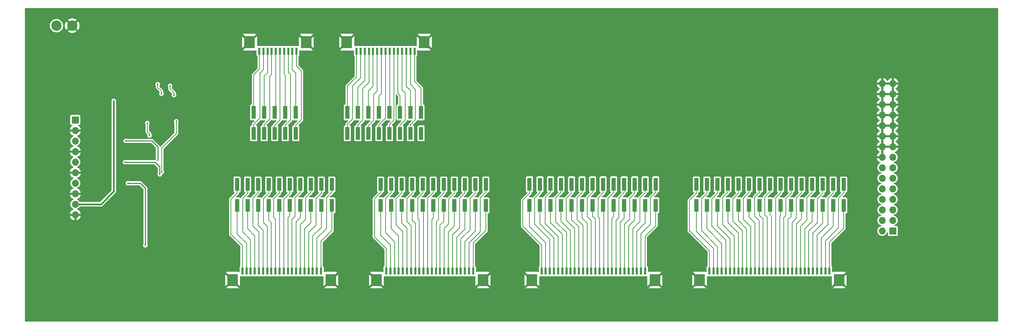
<source format=gbl>
G04 #@! TF.GenerationSoftware,KiCad,Pcbnew,8.0.3*
G04 #@! TF.CreationDate,2025-06-28T13:49:22+03:00*
G04 #@! TF.ProjectId,Camera_Expansion_Board_V2.0,43616d65-7261-45f4-9578-70616e73696f,rev?*
G04 #@! TF.SameCoordinates,Original*
G04 #@! TF.FileFunction,Copper,L2,Bot*
G04 #@! TF.FilePolarity,Positive*
%FSLAX46Y46*%
G04 Gerber Fmt 4.6, Leading zero omitted, Abs format (unit mm)*
G04 Created by KiCad (PCBNEW 8.0.3) date 2025-06-28 13:49:22*
%MOMM*%
%LPD*%
G01*
G04 APERTURE LIST*
G04 #@! TA.AperFunction,ComponentPad*
%ADD10C,2.500000*%
G04 #@! TD*
G04 #@! TA.AperFunction,ComponentPad*
%ADD11R,1.700000X1.700000*%
G04 #@! TD*
G04 #@! TA.AperFunction,ComponentPad*
%ADD12O,1.700000X1.700000*%
G04 #@! TD*
G04 #@! TA.AperFunction,SMDPad,CuDef*
%ADD13R,0.600000X1.800000*%
G04 #@! TD*
G04 #@! TA.AperFunction,SMDPad,CuDef*
%ADD14R,2.600000X3.000000*%
G04 #@! TD*
G04 #@! TA.AperFunction,SMDPad,CuDef*
%ADD15R,1.000000X3.150000*%
G04 #@! TD*
G04 #@! TA.AperFunction,ViaPad*
%ADD16C,0.400000*%
G04 #@! TD*
G04 #@! TA.AperFunction,ViaPad*
%ADD17C,0.500000*%
G04 #@! TD*
G04 #@! TA.AperFunction,Conductor*
%ADD18C,0.200000*%
G04 #@! TD*
G04 #@! TA.AperFunction,Conductor*
%ADD19C,0.152400*%
G04 #@! TD*
G04 #@! TA.AperFunction,Conductor*
%ADD20C,0.400000*%
G04 #@! TD*
G04 #@! TA.AperFunction,Conductor*
%ADD21C,0.254000*%
G04 #@! TD*
G04 APERTURE END LIST*
D10*
X39308750Y-59001250D03*
X35498750Y-59001250D03*
D11*
X237338750Y-108503750D03*
D12*
X234798750Y-108503750D03*
X237338750Y-105963750D03*
X234798750Y-105963750D03*
X237338750Y-103423750D03*
X234798750Y-103423750D03*
X237338750Y-100883750D03*
X234798750Y-100883750D03*
X237338750Y-98343750D03*
X234798750Y-98343750D03*
X237338750Y-95803750D03*
X234798750Y-95803750D03*
X237338750Y-93263750D03*
X234798750Y-93263750D03*
X237338750Y-90723750D03*
X234798750Y-90723750D03*
X237338750Y-88183750D03*
X234798750Y-88183750D03*
X237338750Y-85643750D03*
X234798750Y-85643750D03*
X237338750Y-83103750D03*
X234798750Y-83103750D03*
X237338750Y-80563750D03*
X234798750Y-80563750D03*
X237338750Y-78023750D03*
X234798750Y-78023750D03*
X237338750Y-75483750D03*
X234798750Y-75483750D03*
X237338750Y-72943750D03*
X234798750Y-72943750D03*
D11*
X40046250Y-81738750D03*
D12*
X40046250Y-84278750D03*
X40046250Y-86818750D03*
X40046250Y-89358750D03*
X40046250Y-91898750D03*
X40046250Y-94438750D03*
X40046250Y-96978750D03*
X40046250Y-99518750D03*
X40046250Y-102058750D03*
X40046250Y-104598750D03*
D13*
X84443750Y-65148750D03*
X85443750Y-65148750D03*
X86443750Y-65148750D03*
X87443750Y-65148750D03*
X88443750Y-65148750D03*
X89443750Y-65148750D03*
X90443750Y-65148750D03*
X91443750Y-65148750D03*
X92443750Y-65148750D03*
X93443750Y-65148750D03*
D14*
X82093750Y-62978750D03*
X95793750Y-62978750D03*
D15*
X180133750Y-102311250D03*
X180133750Y-97261250D03*
X177593750Y-102311250D03*
X177593750Y-97261250D03*
X175053750Y-102311250D03*
X175053750Y-97261250D03*
X172513750Y-102311250D03*
X172513750Y-97261250D03*
X169973750Y-102311250D03*
X169973750Y-97261250D03*
X167433750Y-102311250D03*
X167433750Y-97261250D03*
X164893750Y-102311250D03*
X164893750Y-97261250D03*
X162353750Y-102311250D03*
X162353750Y-97261250D03*
X159813750Y-102311250D03*
X159813750Y-97261250D03*
X157273750Y-102311250D03*
X157273750Y-97261250D03*
X154733750Y-102311250D03*
X154733750Y-97261250D03*
X152193750Y-102311250D03*
X152193750Y-97261250D03*
X149653750Y-102311250D03*
X149653750Y-97261250D03*
D13*
X107913750Y-65148750D03*
X108913750Y-65148750D03*
X109913750Y-65148750D03*
X110913750Y-65148750D03*
X111913750Y-65148750D03*
X112913750Y-65148750D03*
X113913750Y-65148750D03*
X114913750Y-65148750D03*
X115913750Y-65148750D03*
X116913750Y-65148750D03*
X117913750Y-65148750D03*
X118913750Y-65148750D03*
X119913750Y-65148750D03*
X120913750Y-65148750D03*
X121913750Y-65148750D03*
D14*
X105563750Y-62978750D03*
X124263750Y-62978750D03*
D13*
X99353750Y-118203750D03*
X98353750Y-118203750D03*
X97353750Y-118203750D03*
X96353750Y-118203750D03*
X95353750Y-118203750D03*
X94353750Y-118203750D03*
X93353750Y-118203750D03*
X92353750Y-118203750D03*
X91353750Y-118203750D03*
X90353750Y-118203750D03*
X89353750Y-118203750D03*
X88353750Y-118203750D03*
X87353750Y-118203750D03*
X86353750Y-118203750D03*
X85353750Y-118203750D03*
X84353750Y-118203750D03*
X83353750Y-118203750D03*
X82353750Y-118203750D03*
X81353750Y-118203750D03*
X80353750Y-118203750D03*
D14*
X101703750Y-120373750D03*
X78003750Y-120373750D03*
D15*
X105713750Y-79921250D03*
X105713750Y-84971250D03*
X108253750Y-79921250D03*
X108253750Y-84971250D03*
X110793750Y-79921250D03*
X110793750Y-84971250D03*
X113333750Y-79921250D03*
X113333750Y-84971250D03*
X115873750Y-79921250D03*
X115873750Y-84971250D03*
X118413750Y-79921250D03*
X118413750Y-84971250D03*
X120953750Y-79921250D03*
X120953750Y-84971250D03*
X123493750Y-79921250D03*
X123493750Y-84971250D03*
D13*
X177572500Y-118203750D03*
X176572500Y-118203750D03*
X175572500Y-118203750D03*
X174572500Y-118203750D03*
X173572500Y-118203750D03*
X172572500Y-118203750D03*
X171572500Y-118203750D03*
X170572500Y-118203750D03*
X169572500Y-118203750D03*
X168572500Y-118203750D03*
X167572500Y-118203750D03*
X166572500Y-118203750D03*
X165572500Y-118203750D03*
X164572500Y-118203750D03*
X163572500Y-118203750D03*
X162572500Y-118203750D03*
X161572500Y-118203750D03*
X160572500Y-118203750D03*
X159572500Y-118203750D03*
X158572500Y-118203750D03*
X157572500Y-118203750D03*
X156572500Y-118203750D03*
X155572500Y-118203750D03*
X154572500Y-118203750D03*
X153572500Y-118203750D03*
X152572500Y-118203750D03*
D14*
X179922500Y-120373750D03*
X150222500Y-120373750D03*
D15*
X225480000Y-102343750D03*
X225480000Y-97293750D03*
X222940000Y-102343750D03*
X222940000Y-97293750D03*
X220400000Y-102343750D03*
X220400000Y-97293750D03*
X217860000Y-102343750D03*
X217860000Y-97293750D03*
X215320000Y-102343750D03*
X215320000Y-97293750D03*
X212780000Y-102343750D03*
X212780000Y-97293750D03*
X210240000Y-102343750D03*
X210240000Y-97293750D03*
X207700000Y-102343750D03*
X207700000Y-97293750D03*
X205160000Y-102343750D03*
X205160000Y-97293750D03*
X202620000Y-102343750D03*
X202620000Y-97293750D03*
X200080000Y-102343750D03*
X200080000Y-97293750D03*
X197540000Y-102343750D03*
X197540000Y-97293750D03*
X195000000Y-102343750D03*
X195000000Y-97293750D03*
X192460000Y-102343750D03*
X192460000Y-97293750D03*
X189920000Y-102343750D03*
X189920000Y-97293750D03*
X139133750Y-102351250D03*
X139133750Y-97301250D03*
X136593750Y-102351250D03*
X136593750Y-97301250D03*
X134053750Y-102351250D03*
X134053750Y-97301250D03*
X131513750Y-102351250D03*
X131513750Y-97301250D03*
X128973750Y-102351250D03*
X128973750Y-97301250D03*
X126433750Y-102351250D03*
X126433750Y-97301250D03*
X123893750Y-102351250D03*
X123893750Y-97301250D03*
X121353750Y-102351250D03*
X121353750Y-97301250D03*
X118813750Y-102351250D03*
X118813750Y-97301250D03*
X116273750Y-102351250D03*
X116273750Y-97301250D03*
X113733750Y-102351250D03*
X113733750Y-97301250D03*
X101953750Y-102361250D03*
X101953750Y-97311250D03*
X99413750Y-102361250D03*
X99413750Y-97311250D03*
X96873750Y-102361250D03*
X96873750Y-97311250D03*
X94333750Y-102361250D03*
X94333750Y-97311250D03*
X91793750Y-102361250D03*
X91793750Y-97311250D03*
X89253750Y-102361250D03*
X89253750Y-97311250D03*
X86713750Y-102361250D03*
X86713750Y-97311250D03*
X84173750Y-102361250D03*
X84173750Y-97311250D03*
X81633750Y-102361250D03*
X81633750Y-97311250D03*
X79093750Y-102361250D03*
X79093750Y-97311250D03*
X83123750Y-79911250D03*
X83123750Y-84961250D03*
X85663750Y-79911250D03*
X85663750Y-84961250D03*
X88203750Y-79911250D03*
X88203750Y-84961250D03*
X90743750Y-79911250D03*
X90743750Y-84961250D03*
X93283750Y-79911250D03*
X93283750Y-84961250D03*
D13*
X136083750Y-118203750D03*
X135083750Y-118203750D03*
X134083750Y-118203750D03*
X133083750Y-118203750D03*
X132083750Y-118203750D03*
X131083750Y-118203750D03*
X130083750Y-118203750D03*
X129083750Y-118203750D03*
X128083750Y-118203750D03*
X127083750Y-118203750D03*
X126083750Y-118203750D03*
X125083750Y-118203750D03*
X124083750Y-118203750D03*
X123083750Y-118203750D03*
X122083750Y-118203750D03*
X121083750Y-118203750D03*
X120083750Y-118203750D03*
X119083750Y-118203750D03*
X118083750Y-118203750D03*
X117083750Y-118203750D03*
X116083750Y-118203750D03*
X115083750Y-118203750D03*
D14*
X138433750Y-120373750D03*
X112733750Y-120373750D03*
D13*
X222060000Y-118203750D03*
X221060000Y-118203750D03*
X220060000Y-118203750D03*
X219060000Y-118203750D03*
X218060000Y-118203750D03*
X217060000Y-118203750D03*
X216060000Y-118203750D03*
X215060000Y-118203750D03*
X214060000Y-118203750D03*
X213060000Y-118203750D03*
X212060000Y-118203750D03*
X211060000Y-118203750D03*
X210060000Y-118203750D03*
X209060000Y-118203750D03*
X208060000Y-118203750D03*
X207060000Y-118203750D03*
X206060000Y-118203750D03*
X205060000Y-118203750D03*
X204060000Y-118203750D03*
X203060000Y-118203750D03*
X202060000Y-118203750D03*
X201060000Y-118203750D03*
X200060000Y-118203750D03*
X199060000Y-118203750D03*
X198060000Y-118203750D03*
X197060000Y-118203750D03*
X196060000Y-118203750D03*
X195060000Y-118203750D03*
X194060000Y-118203750D03*
X193060000Y-118203750D03*
D14*
X224410000Y-120373750D03*
X190710000Y-120373750D03*
D16*
X62443750Y-70306250D03*
X63933750Y-70306250D03*
X61443750Y-115606250D03*
D17*
X37616250Y-83568750D03*
D16*
X61873750Y-85596250D03*
D17*
X32216250Y-95008750D03*
X37596250Y-99478750D03*
X33766250Y-85648750D03*
X32056250Y-101448750D03*
X33766250Y-91738750D03*
D16*
X56433750Y-70296250D03*
X60933750Y-70306250D03*
X59423750Y-70296250D03*
D17*
X33626250Y-104628750D03*
D16*
X59093750Y-85736250D03*
X56933750Y-70296250D03*
X58923750Y-100566250D03*
X57943750Y-70296250D03*
D17*
X37516250Y-94018750D03*
X37526250Y-104778750D03*
D16*
X64953750Y-70306250D03*
D17*
X32166250Y-88708750D03*
X37476250Y-89248750D03*
X32096250Y-82548750D03*
X33726250Y-98298750D03*
D16*
X55943750Y-115646250D03*
X62703750Y-100466250D03*
X65943750Y-115626250D03*
X63873750Y-75726250D03*
X62933750Y-73526250D03*
X60913750Y-94276250D03*
X64423750Y-82056250D03*
X59928750Y-73146250D03*
X60831950Y-75396250D03*
X49323750Y-77166250D03*
X57428750Y-82516250D03*
X57953750Y-85496250D03*
X59943750Y-91446250D03*
X52203750Y-86786250D03*
X52773750Y-97006250D03*
X56943750Y-111956250D03*
X52033750Y-91926250D03*
X60433750Y-94856250D03*
D18*
X116913750Y-81771250D02*
X116913750Y-65148750D01*
X115873750Y-84971250D02*
X115873750Y-82811250D01*
X115873750Y-82811250D02*
X116913750Y-81771250D01*
X110913750Y-72721250D02*
X109453750Y-74181250D01*
X110913750Y-65148750D02*
X110913750Y-72721250D01*
X109453750Y-74181250D02*
X109453750Y-81771250D01*
X108253750Y-82971250D02*
X108253750Y-84971250D01*
X109453750Y-81771250D02*
X108253750Y-82971250D01*
X115913750Y-79881250D02*
X115913750Y-65148750D01*
X115873750Y-79921250D02*
X115913750Y-79881250D01*
X117913750Y-75331250D02*
X117913750Y-65148750D01*
X118413750Y-79921250D02*
X118413750Y-75831250D01*
X118413750Y-75831250D02*
X117913750Y-75331250D01*
X112913750Y-74771250D02*
X112053750Y-75631250D01*
X112053750Y-75631250D02*
X112053750Y-81831250D01*
X112053750Y-81831250D02*
X110793750Y-83091250D01*
X110793750Y-83091250D02*
X110793750Y-84971250D01*
X112913750Y-65148750D02*
X112913750Y-74771250D01*
X113333750Y-79921250D02*
X113333750Y-76011250D01*
X113913750Y-75431250D02*
X113913750Y-65148750D01*
X113333750Y-76011250D02*
X113913750Y-75431250D01*
X113333750Y-82891250D02*
X113333750Y-84971250D01*
X114913750Y-81311250D02*
X113333750Y-82891250D01*
X114913750Y-65148750D02*
X114913750Y-81311250D01*
X120953750Y-84971250D02*
X120953750Y-82881250D01*
X122153750Y-81681250D02*
X122153750Y-74371250D01*
X122153750Y-74371250D02*
X120913750Y-73131250D01*
X120913750Y-73131250D02*
X120913750Y-65148750D01*
X120953750Y-82881250D02*
X122153750Y-81681250D01*
X105713750Y-79921250D02*
X105713750Y-73561250D01*
X107913750Y-71361250D02*
X107913750Y-65148750D01*
X105713750Y-73561250D02*
X107913750Y-71361250D01*
X123493750Y-74031250D02*
X121913750Y-72451250D01*
X123493750Y-79921250D02*
X123493750Y-74031250D01*
X121913750Y-72451250D02*
X121913750Y-65148750D01*
X108913750Y-71621250D02*
X106943750Y-73591250D01*
X108913750Y-65148750D02*
X108913750Y-71621250D01*
X106943750Y-73591250D02*
X106943750Y-81551250D01*
X106943750Y-81551250D02*
X105713750Y-82781250D01*
X105713750Y-82781250D02*
X105713750Y-84971250D01*
X111913750Y-73621250D02*
X111913750Y-65148750D01*
X110793750Y-79921250D02*
X110793750Y-74741250D01*
X110793750Y-74741250D02*
X111913750Y-73621250D01*
X119633750Y-81751250D02*
X118413750Y-82971250D01*
X118913750Y-65148750D02*
X118913750Y-74531250D01*
X118413750Y-82971250D02*
X118413750Y-84971250D01*
X119633750Y-75251250D02*
X119633750Y-81751250D01*
X118913750Y-74531250D02*
X119633750Y-75251250D01*
X108253750Y-79921250D02*
X108253750Y-73871250D01*
X108253750Y-73871250D02*
X109913750Y-72211250D01*
X109913750Y-72211250D02*
X109913750Y-65148750D01*
X120953750Y-79921250D02*
X120953750Y-74701250D01*
X120953750Y-74701250D02*
X119913750Y-73661250D01*
X119913750Y-73661250D02*
X119913750Y-65148750D01*
D19*
X63873750Y-75726250D02*
X63873750Y-75216250D01*
X63873750Y-75216250D02*
X62933750Y-74276250D01*
X62933750Y-74276250D02*
X62933750Y-73526250D01*
D18*
X64423750Y-85006250D02*
X60913750Y-88516250D01*
X60913750Y-88516250D02*
X60913750Y-94276250D01*
X64423750Y-82056250D02*
X64423750Y-85006250D01*
D19*
X60831950Y-75396250D02*
X60831950Y-74764450D01*
X60831950Y-74764450D02*
X59928750Y-73861250D01*
X59928750Y-73861250D02*
X59928750Y-73146250D01*
D20*
X49323750Y-99006250D02*
X46271250Y-102058750D01*
X46271250Y-102058750D02*
X40046250Y-102058750D01*
X49323750Y-77166250D02*
X49323750Y-99006250D01*
D18*
X57428750Y-84571250D02*
X57428750Y-82516250D01*
X57953750Y-85496250D02*
X57953750Y-85096250D01*
X57953750Y-85096250D02*
X57428750Y-84571250D01*
D21*
X58503750Y-86786250D02*
X52203750Y-86786250D01*
X59943750Y-88226250D02*
X58503750Y-86786250D01*
X59943750Y-91446250D02*
X59943750Y-88226250D01*
X56953750Y-98236250D02*
X55723750Y-97006250D01*
X55723750Y-97006250D02*
X52773750Y-97006250D01*
X56943750Y-111956250D02*
X56953750Y-111946250D01*
X56953750Y-111946250D02*
X56953750Y-98236250D01*
X52033750Y-91926250D02*
X59293750Y-91926250D01*
X60433750Y-93066250D02*
X60433750Y-94856250D01*
X59293750Y-91926250D02*
X60433750Y-93066250D01*
D18*
X195000000Y-107313750D02*
X198060000Y-110373750D01*
X195000000Y-102343750D02*
X195000000Y-107313750D01*
X198060000Y-110373750D02*
X198060000Y-118203750D01*
X202060000Y-108003750D02*
X202060000Y-118203750D01*
X200080000Y-102343750D02*
X200080000Y-106023750D01*
X200080000Y-106023750D02*
X202060000Y-108003750D01*
X214100000Y-105433750D02*
X213060000Y-106473750D01*
X215320000Y-97293750D02*
X215320000Y-99263750D01*
X214100000Y-100483750D02*
X214100000Y-105433750D01*
X213060000Y-106473750D02*
X213060000Y-118203750D01*
X215320000Y-99263750D02*
X214100000Y-100483750D01*
X206450000Y-100303750D02*
X206450000Y-104633750D01*
X207700000Y-97293750D02*
X207700000Y-99053750D01*
X206450000Y-104633750D02*
X207060000Y-105243750D01*
X207700000Y-99053750D02*
X206450000Y-100303750D01*
X207060000Y-105243750D02*
X207060000Y-118203750D01*
X202620000Y-105163750D02*
X202620000Y-102343750D01*
X204060000Y-118203750D02*
X204060000Y-106603750D01*
X204060000Y-106603750D02*
X202620000Y-105163750D01*
X204010000Y-104963750D02*
X205060000Y-106013750D01*
X205160000Y-97293750D02*
X205160000Y-99233750D01*
X205060000Y-106013750D02*
X205060000Y-118203750D01*
X205160000Y-99233750D02*
X204010000Y-100383750D01*
X204010000Y-100383750D02*
X204010000Y-104963750D01*
X189920000Y-108603750D02*
X194060000Y-112743750D01*
X189920000Y-102343750D02*
X189920000Y-108603750D01*
X194060000Y-112743750D02*
X194060000Y-118203750D01*
X216570000Y-100483750D02*
X216570000Y-105893750D01*
X217860000Y-99193750D02*
X216570000Y-100483750D01*
X217860000Y-97293750D02*
X217860000Y-99193750D01*
X216570000Y-105893750D02*
X215060000Y-107403750D01*
X215060000Y-107403750D02*
X215060000Y-118203750D01*
X193060000Y-113233750D02*
X188240000Y-108413750D01*
X193060000Y-118203750D02*
X193060000Y-113233750D01*
X189920000Y-99513750D02*
X189920000Y-97293750D01*
X188240000Y-108413750D02*
X188240000Y-101193750D01*
X188240000Y-101193750D02*
X189920000Y-99513750D01*
X214060000Y-118203750D02*
X214060000Y-106813750D01*
X214060000Y-106813750D02*
X215320000Y-105553750D01*
X215320000Y-105553750D02*
X215320000Y-102343750D01*
X220400000Y-97293750D02*
X220400000Y-99443750D01*
X220400000Y-99443750D02*
X219110000Y-100733750D01*
X219110000Y-106463750D02*
X217060000Y-108513750D01*
X217060000Y-108513750D02*
X217060000Y-118203750D01*
X219110000Y-100733750D02*
X219110000Y-106463750D01*
X197060000Y-118203750D02*
X197060000Y-110753750D01*
X193630000Y-100833750D02*
X195000000Y-99463750D01*
X195000000Y-99463750D02*
X195000000Y-97293750D01*
X197060000Y-110753750D02*
X193630000Y-107323750D01*
X193630000Y-107323750D02*
X193630000Y-100833750D01*
X218060000Y-118203750D02*
X218060000Y-109043750D01*
X218060000Y-109043750D02*
X220400000Y-106703750D01*
X220400000Y-106703750D02*
X220400000Y-102343750D01*
X196060000Y-111553750D02*
X196060000Y-118203750D01*
X192460000Y-107953750D02*
X196060000Y-111553750D01*
X192460000Y-102343750D02*
X192460000Y-107953750D01*
X216060000Y-108033750D02*
X217860000Y-106233750D01*
X217860000Y-106233750D02*
X217860000Y-102343750D01*
X216060000Y-118203750D02*
X216060000Y-108033750D01*
X225480000Y-107823750D02*
X225480000Y-102343750D01*
X222060000Y-111243750D02*
X225480000Y-107823750D01*
X222060000Y-118203750D02*
X222060000Y-111243750D01*
X197540000Y-102343750D02*
X197540000Y-106533750D01*
X197540000Y-106533750D02*
X200060000Y-109053750D01*
X200060000Y-109053750D02*
X200060000Y-118203750D01*
X221660000Y-106913750D02*
X219060000Y-109513750D01*
X222940000Y-97293750D02*
X222940000Y-99373750D01*
X221660000Y-100653750D02*
X221660000Y-106913750D01*
X222940000Y-99373750D02*
X221660000Y-100653750D01*
X219060000Y-109513750D02*
X219060000Y-118203750D01*
X208060000Y-104953750D02*
X208060000Y-118203750D01*
X207700000Y-104593750D02*
X208060000Y-104953750D01*
X207700000Y-102343750D02*
X207700000Y-104593750D01*
X206060000Y-118203750D02*
X206060000Y-105683750D01*
X205160000Y-104783750D02*
X205160000Y-102343750D01*
X206060000Y-105683750D02*
X205160000Y-104783750D01*
X212780000Y-102343750D02*
X212780000Y-105043750D01*
X212060000Y-105763750D02*
X212060000Y-118203750D01*
X212780000Y-105043750D02*
X212060000Y-105763750D01*
X203060000Y-118203750D02*
X203060000Y-107503750D01*
X201300000Y-100643750D02*
X202620000Y-99323750D01*
X203060000Y-107503750D02*
X201300000Y-105743750D01*
X202620000Y-99323750D02*
X202620000Y-97293750D01*
X201300000Y-105743750D02*
X201300000Y-100643750D01*
X201060000Y-118203750D02*
X201060000Y-108473750D01*
X198720000Y-100743750D02*
X200080000Y-99383750D01*
X201060000Y-108473750D02*
X198720000Y-106133750D01*
X198720000Y-106133750D02*
X198720000Y-100743750D01*
X200080000Y-99383750D02*
X200080000Y-97293750D01*
X212780000Y-97293750D02*
X212780000Y-99433750D01*
X211550000Y-100663750D02*
X211550000Y-104783750D01*
X211550000Y-104783750D02*
X211060000Y-105273750D01*
X211060000Y-105273750D02*
X211060000Y-118203750D01*
X212780000Y-99433750D02*
X211550000Y-100663750D01*
X210240000Y-99363750D02*
X210240000Y-97293750D01*
X209060000Y-100543750D02*
X210240000Y-99363750D01*
X209060000Y-118203750D02*
X209060000Y-100543750D01*
X191170000Y-108423750D02*
X191170000Y-100783750D01*
X191170000Y-100783750D02*
X192460000Y-99493750D01*
X195060000Y-118203750D02*
X195060000Y-112313750D01*
X192460000Y-99493750D02*
X192460000Y-97293750D01*
X195060000Y-112313750D02*
X191170000Y-108423750D01*
X224240000Y-107733750D02*
X221060000Y-110913750D01*
X225480000Y-97293750D02*
X225480000Y-99373750D01*
X224240000Y-100613750D02*
X224240000Y-107733750D01*
X225480000Y-99373750D02*
X224240000Y-100613750D01*
X221060000Y-110913750D02*
X221060000Y-118203750D01*
X197540000Y-99153750D02*
X197540000Y-97293750D01*
X196270000Y-100423750D02*
X197540000Y-99153750D01*
X199060000Y-118203750D02*
X199060000Y-109803750D01*
X196270000Y-107013750D02*
X196270000Y-100423750D01*
X199060000Y-109803750D02*
X196270000Y-107013750D01*
X222940000Y-107313750D02*
X222940000Y-102343750D01*
X220060000Y-118203750D02*
X220060000Y-110193750D01*
X220060000Y-110193750D02*
X222940000Y-107313750D01*
X210060000Y-104863750D02*
X210060000Y-118203750D01*
X210240000Y-102343750D02*
X210240000Y-104683750D01*
X210240000Y-104683750D02*
X210060000Y-104863750D01*
X175572500Y-108633750D02*
X175572500Y-118203750D01*
X177593750Y-102311250D02*
X177593750Y-106612500D01*
X177593750Y-106612500D02*
X175572500Y-108633750D01*
X152572500Y-118203750D02*
X152572500Y-111883750D01*
X148042500Y-107353750D02*
X148042500Y-101083750D01*
X152572500Y-111883750D02*
X148042500Y-107353750D01*
X148042500Y-101083750D02*
X149653750Y-99472500D01*
X149653750Y-99472500D02*
X149653750Y-97261250D01*
X177593750Y-99292500D02*
X177593750Y-97261250D01*
X174572500Y-118203750D02*
X174572500Y-107993750D01*
X176322500Y-100563750D02*
X177593750Y-99292500D01*
X176322500Y-106243750D02*
X176322500Y-100563750D01*
X174572500Y-107993750D02*
X176322500Y-106243750D01*
X161152500Y-100483750D02*
X162353750Y-99282500D01*
X162572500Y-118203750D02*
X162572500Y-107183750D01*
X161152500Y-105763750D02*
X161152500Y-100483750D01*
X162572500Y-107183750D02*
X161152500Y-105763750D01*
X162353750Y-99282500D02*
X162353750Y-97261250D01*
X154733750Y-106485000D02*
X157572500Y-109323750D01*
X157572500Y-109323750D02*
X157572500Y-118203750D01*
X154733750Y-102311250D02*
X154733750Y-106485000D01*
X171222500Y-100533750D02*
X172513750Y-99242500D01*
X171222500Y-105323750D02*
X171222500Y-100533750D01*
X170572500Y-105973750D02*
X171222500Y-105323750D01*
X170572500Y-118203750D02*
X170572500Y-105973750D01*
X172513750Y-99242500D02*
X172513750Y-97261250D01*
X152193750Y-102311250D02*
X152193750Y-106835000D01*
X152193750Y-106835000D02*
X155572500Y-110213750D01*
X155572500Y-110213750D02*
X155572500Y-118203750D01*
X176572500Y-109203750D02*
X178852500Y-106923750D01*
X178852500Y-100493750D02*
X180133750Y-99212500D01*
X180133750Y-99212500D02*
X180133750Y-97261250D01*
X176572500Y-118203750D02*
X176572500Y-109203750D01*
X178852500Y-106923750D02*
X178852500Y-100493750D01*
X155982500Y-100483750D02*
X157273750Y-99192500D01*
X155982500Y-106293750D02*
X155982500Y-100483750D01*
X157273750Y-99192500D02*
X157273750Y-97261250D01*
X158572500Y-108883750D02*
X155982500Y-106293750D01*
X158572500Y-118203750D02*
X158572500Y-108883750D01*
X157273750Y-106145000D02*
X159572500Y-108443750D01*
X157273750Y-102311250D02*
X157273750Y-106145000D01*
X159572500Y-108443750D02*
X159572500Y-118203750D01*
X172513750Y-105442500D02*
X171572500Y-106383750D01*
X171572500Y-106383750D02*
X171572500Y-118203750D01*
X172513750Y-102311250D02*
X172513750Y-105442500D01*
X149653750Y-107425000D02*
X153572500Y-111343750D01*
X153572500Y-111343750D02*
X153572500Y-118203750D01*
X149653750Y-102311250D02*
X149653750Y-107425000D01*
X169973750Y-102311250D02*
X169973750Y-105052500D01*
X169973750Y-105052500D02*
X169572500Y-105453750D01*
X169572500Y-105453750D02*
X169572500Y-118203750D01*
X150902500Y-106933750D02*
X150902500Y-100613750D01*
X154572500Y-118203750D02*
X154572500Y-110603750D01*
X154572500Y-110603750D02*
X150902500Y-106933750D01*
X152193750Y-99322500D02*
X152193750Y-97261250D01*
X150902500Y-100613750D02*
X152193750Y-99322500D01*
X156572500Y-118203750D02*
X156572500Y-109923750D01*
X156572500Y-109923750D02*
X153442500Y-106793750D01*
X153442500Y-106793750D02*
X153442500Y-100443750D01*
X153442500Y-100443750D02*
X154733750Y-99152500D01*
X154733750Y-99152500D02*
X154733750Y-97261250D01*
X169973750Y-99292500D02*
X169973750Y-97261250D01*
X168572500Y-100693750D02*
X169973750Y-99292500D01*
X168572500Y-118203750D02*
X168572500Y-100693750D01*
X163572500Y-106593750D02*
X163572500Y-118203750D01*
X162353750Y-105375000D02*
X163572500Y-106593750D01*
X162353750Y-102311250D02*
X162353750Y-105375000D01*
X177572500Y-109783750D02*
X177572500Y-118203750D01*
X180133750Y-102311250D02*
X180133750Y-107222500D01*
X180133750Y-107222500D02*
X177572500Y-109783750D01*
X159813750Y-105785000D02*
X161572500Y-107543750D01*
X159813750Y-102311250D02*
X159813750Y-105785000D01*
X161572500Y-107543750D02*
X161572500Y-118203750D01*
X164572500Y-105983750D02*
X163632500Y-105043750D01*
X164572500Y-118203750D02*
X164572500Y-105983750D01*
X163632500Y-105043750D02*
X163632500Y-100463750D01*
X163632500Y-100463750D02*
X164893750Y-99202500D01*
X164893750Y-99202500D02*
X164893750Y-97261250D01*
X167572500Y-102450000D02*
X167572500Y-118203750D01*
X167433750Y-102311250D02*
X167572500Y-102450000D01*
X166212500Y-100563750D02*
X167433750Y-99342500D01*
X166212500Y-105143750D02*
X166212500Y-100563750D01*
X166572500Y-118203750D02*
X166572500Y-105503750D01*
X167433750Y-99342500D02*
X167433750Y-97261250D01*
X166572500Y-105503750D02*
X166212500Y-105143750D01*
X175053750Y-102311250D02*
X175053750Y-105882500D01*
X175053750Y-105882500D02*
X173572500Y-107363750D01*
X173572500Y-107363750D02*
X173572500Y-118203750D01*
X158552500Y-105903750D02*
X158552500Y-100633750D01*
X159813750Y-99372500D02*
X159813750Y-97261250D01*
X160572500Y-118203750D02*
X160572500Y-107923750D01*
X158552500Y-100633750D02*
X159813750Y-99372500D01*
X160572500Y-107923750D02*
X158552500Y-105903750D01*
X172572500Y-118203750D02*
X172572500Y-106923750D01*
X172572500Y-106923750D02*
X173822500Y-105673750D01*
X175053750Y-99462500D02*
X175053750Y-97261250D01*
X173822500Y-105673750D02*
X173822500Y-100693750D01*
X173822500Y-100693750D02*
X175053750Y-99462500D01*
X164893750Y-102311250D02*
X164893750Y-105005000D01*
X165572500Y-105683750D02*
X165572500Y-118203750D01*
X164893750Y-105005000D02*
X165572500Y-105683750D01*
X133083750Y-118203750D02*
X133083750Y-110481250D01*
X135303750Y-100721250D02*
X136593750Y-99431250D01*
X133083750Y-110481250D02*
X135303750Y-108261250D01*
X136593750Y-99431250D02*
X136593750Y-97301250D01*
X135303750Y-108261250D02*
X135303750Y-100721250D01*
X121083750Y-107221250D02*
X120113750Y-106251250D01*
X120113750Y-106251250D02*
X120113750Y-100701250D01*
X120113750Y-100701250D02*
X121353750Y-99461250D01*
X121353750Y-99461250D02*
X121353750Y-97301250D01*
X121083750Y-118203750D02*
X121083750Y-107221250D01*
X130193750Y-100781250D02*
X131513750Y-99461250D01*
X129083750Y-118203750D02*
X129083750Y-107911250D01*
X131513750Y-99461250D02*
X131513750Y-97301250D01*
X129083750Y-107911250D02*
X130193750Y-106801250D01*
X130193750Y-106801250D02*
X130193750Y-100781250D01*
X118083750Y-109731250D02*
X116273750Y-107921250D01*
X118083750Y-118203750D02*
X118083750Y-109731250D01*
X116273750Y-107921250D02*
X116273750Y-102351250D01*
X127693750Y-105761250D02*
X127693750Y-100671250D01*
X127160750Y-106294250D02*
X127693750Y-105761250D01*
X128973750Y-99391250D02*
X128973750Y-97301250D01*
X127083750Y-118203750D02*
X127160750Y-118126750D01*
X127693750Y-100671250D02*
X128973750Y-99391250D01*
X127160750Y-118126750D02*
X127160750Y-106294250D01*
X116083750Y-118203750D02*
X116083750Y-111881250D01*
X116083750Y-111881250D02*
X113733750Y-109531250D01*
X113733750Y-109531250D02*
X113733750Y-102351250D01*
X137763750Y-108701250D02*
X137763750Y-100491250D01*
X139133750Y-99121250D02*
X139133750Y-97301250D01*
X137763750Y-100491250D02*
X139133750Y-99121250D01*
X135083750Y-118203750D02*
X135083750Y-111381250D01*
X135083750Y-111381250D02*
X137763750Y-108701250D01*
X131513750Y-107331250D02*
X131513750Y-102351250D01*
X130083750Y-108761250D02*
X131513750Y-107331250D01*
X130083750Y-118203750D02*
X130083750Y-108761250D01*
X136083750Y-118203750D02*
X136083750Y-111441250D01*
X136083750Y-111441250D02*
X139133750Y-108391250D01*
X139133750Y-108391250D02*
X139133750Y-102351250D01*
X126433750Y-99261250D02*
X126433750Y-97301250D01*
X125083750Y-100611250D02*
X126433750Y-99261250D01*
X125083750Y-118203750D02*
X125083750Y-100611250D01*
X112283750Y-100681250D02*
X113733750Y-99231250D01*
X113733750Y-99231250D02*
X113733750Y-97301250D01*
X115083750Y-118203750D02*
X115083750Y-112781250D01*
X115083750Y-112781250D02*
X112283750Y-109981250D01*
X112283750Y-109981250D02*
X112283750Y-100681250D01*
X119083750Y-118203750D02*
X119083750Y-108671250D01*
X117503750Y-100731250D02*
X118813750Y-99421250D01*
X117503750Y-107091250D02*
X117503750Y-100731250D01*
X118813750Y-99421250D02*
X118813750Y-97301250D01*
X119083750Y-108671250D02*
X117503750Y-107091250D01*
X131083750Y-118203750D02*
X131083750Y-109461250D01*
X132813750Y-100621250D02*
X134053750Y-99381250D01*
X131083750Y-109461250D02*
X132813750Y-107731250D01*
X134053750Y-99381250D02*
X134053750Y-97301250D01*
X132813750Y-107731250D02*
X132813750Y-100621250D01*
X120083750Y-107841250D02*
X118813750Y-106571250D01*
X120083750Y-118203750D02*
X120083750Y-107841250D01*
X118813750Y-106571250D02*
X118813750Y-102351250D01*
X136593750Y-108531250D02*
X136593750Y-102351250D01*
X134083750Y-111041250D02*
X136593750Y-108531250D01*
X134083750Y-118203750D02*
X134083750Y-111041250D01*
X117083750Y-118203750D02*
X117083750Y-111171250D01*
X114903750Y-100681250D02*
X116273750Y-99311250D01*
X116273750Y-99311250D02*
X116273750Y-97301250D01*
X114903750Y-108991250D02*
X114903750Y-100681250D01*
X117083750Y-111171250D02*
X114903750Y-108991250D01*
X128973750Y-106221250D02*
X128973750Y-102351250D01*
X128083750Y-118203750D02*
X128083750Y-107111250D01*
X128083750Y-107111250D02*
X128973750Y-106221250D01*
X122083750Y-106651250D02*
X121353750Y-105921250D01*
X121353750Y-105921250D02*
X121353750Y-102351250D01*
X122083750Y-118203750D02*
X122083750Y-106651250D01*
X124083750Y-118203750D02*
X124083750Y-102541250D01*
X124083750Y-102541250D02*
X123893750Y-102351250D01*
X126433750Y-105461250D02*
X126433750Y-102351250D01*
X126083750Y-105811250D02*
X126433750Y-105461250D01*
X126083750Y-118203750D02*
X126083750Y-105811250D01*
X123083750Y-105881250D02*
X122743750Y-105541250D01*
X123083750Y-118203750D02*
X123083750Y-105881250D01*
X122743750Y-100561250D02*
X123893750Y-99411250D01*
X122743750Y-105541250D02*
X122743750Y-100561250D01*
X123893750Y-99411250D02*
X123893750Y-97301250D01*
X132083750Y-118203750D02*
X132083750Y-110051250D01*
X132083750Y-110051250D02*
X134053750Y-108081250D01*
X134053750Y-108081250D02*
X134053750Y-102351250D01*
X91793750Y-104891250D02*
X91793750Y-102361250D01*
X91353750Y-118203750D02*
X91353750Y-105331250D01*
X91353750Y-105331250D02*
X91793750Y-104891250D01*
X101953750Y-108401250D02*
X101953750Y-102361250D01*
X99353750Y-111001250D02*
X101953750Y-108401250D01*
X99353750Y-118203750D02*
X99353750Y-111001250D01*
X99413750Y-99431250D02*
X99413750Y-97311250D01*
X96353750Y-108831250D02*
X98123750Y-107061250D01*
X98123750Y-100721250D02*
X99413750Y-99431250D01*
X98123750Y-107061250D02*
X98123750Y-100721250D01*
X96353750Y-118203750D02*
X96353750Y-108831250D01*
X82893750Y-107361250D02*
X82893750Y-100561250D01*
X84353750Y-118203750D02*
X84353750Y-108821250D01*
X84353750Y-108821250D02*
X82893750Y-107361250D01*
X82893750Y-100561250D02*
X84173750Y-99281250D01*
X84173750Y-99281250D02*
X84173750Y-97311250D01*
X97353750Y-109721250D02*
X99413750Y-107661250D01*
X97353750Y-118203750D02*
X97353750Y-109721250D01*
X99413750Y-107661250D02*
X99413750Y-102361250D01*
X89253750Y-99411250D02*
X89253750Y-97311250D01*
X87883750Y-105271250D02*
X87883750Y-100781250D01*
X88353750Y-118203750D02*
X88353750Y-105741250D01*
X88353750Y-105741250D02*
X87883750Y-105271250D01*
X87883750Y-100781250D02*
X89253750Y-99411250D01*
X89353750Y-102461250D02*
X89253750Y-102361250D01*
X89353750Y-118203750D02*
X89353750Y-102461250D01*
X90353750Y-100911250D02*
X91793750Y-99471250D01*
X91793750Y-99471250D02*
X91793750Y-97311250D01*
X90353750Y-118203750D02*
X90353750Y-100911250D01*
X81353750Y-118203750D02*
X81353750Y-111521250D01*
X81353750Y-111521250D02*
X79093750Y-109261250D01*
X79093750Y-109261250D02*
X79093750Y-102361250D01*
X80353750Y-118203750D02*
X80353750Y-112041250D01*
X80353750Y-112041250D02*
X77573750Y-109261250D01*
X79093750Y-99361250D02*
X79093750Y-97311250D01*
X77573750Y-109261250D02*
X77573750Y-100881250D01*
X77573750Y-100881250D02*
X79093750Y-99361250D01*
X94333750Y-105341250D02*
X94333750Y-102361250D01*
X93353750Y-106321250D02*
X94333750Y-105341250D01*
X93353750Y-118203750D02*
X93353750Y-106321250D01*
X94353750Y-118203750D02*
X94353750Y-107021250D01*
X96873750Y-99241250D02*
X96873750Y-97311250D01*
X94353750Y-107021250D02*
X95603750Y-105771250D01*
X95603750Y-100511250D02*
X96873750Y-99241250D01*
X95603750Y-105771250D02*
X95603750Y-100511250D01*
X100663750Y-100461250D02*
X101953750Y-99171250D01*
X100663750Y-107901250D02*
X100663750Y-100461250D01*
X98353750Y-118203750D02*
X98353750Y-110211250D01*
X98353750Y-110211250D02*
X100663750Y-107901250D01*
X101953750Y-99171250D02*
X101953750Y-97311250D01*
X86713750Y-99441250D02*
X86713750Y-97311250D01*
X85453750Y-106501250D02*
X85453750Y-100701250D01*
X86353750Y-107401250D02*
X85453750Y-106501250D01*
X86353750Y-118203750D02*
X86353750Y-107401250D01*
X85453750Y-100701250D02*
X86713750Y-99441250D01*
X82353750Y-110641250D02*
X80423750Y-108711250D01*
X82353750Y-118203750D02*
X82353750Y-110641250D01*
X81633750Y-99451250D02*
X81633750Y-97311250D01*
X80423750Y-108711250D02*
X80423750Y-100661250D01*
X80423750Y-100661250D02*
X81633750Y-99451250D01*
X87353750Y-106491250D02*
X86713750Y-105851250D01*
X87353750Y-118203750D02*
X87353750Y-106491250D01*
X86713750Y-105851250D02*
X86713750Y-102361250D01*
X83353750Y-118203750D02*
X83353750Y-109701250D01*
X81633750Y-107981250D02*
X81633750Y-102361250D01*
X83353750Y-109701250D02*
X81633750Y-107981250D01*
X92353750Y-105721250D02*
X93073750Y-105001250D01*
X93073750Y-100461250D02*
X94333750Y-99201250D01*
X94333750Y-99201250D02*
X94333750Y-97311250D01*
X92353750Y-118203750D02*
X92353750Y-105721250D01*
X93073750Y-105001250D02*
X93073750Y-100461250D01*
X85353750Y-108371250D02*
X84173750Y-107191250D01*
X84173750Y-107191250D02*
X84173750Y-102361250D01*
X85353750Y-118203750D02*
X85353750Y-108371250D01*
X95353750Y-108001250D02*
X96873750Y-106481250D01*
X95353750Y-118203750D02*
X95353750Y-108001250D01*
X96873750Y-106481250D02*
X96873750Y-102361250D01*
X85663750Y-84961250D02*
X85663750Y-82841250D01*
X85663750Y-82841250D02*
X86943750Y-81561250D01*
X86943750Y-71291250D02*
X87443750Y-70791250D01*
X86943750Y-81561250D02*
X86943750Y-71291250D01*
X87443750Y-70791250D02*
X87443750Y-65148750D01*
X85663750Y-71121250D02*
X86443750Y-70341250D01*
X86443750Y-70341250D02*
X86443750Y-65148750D01*
X85663750Y-79911250D02*
X85663750Y-71121250D01*
X93283750Y-70421250D02*
X92443750Y-69581250D01*
X92443750Y-69581250D02*
X92443750Y-65148750D01*
X93283750Y-79911250D02*
X93283750Y-70421250D01*
X84443750Y-69531250D02*
X84443750Y-65148750D01*
X83123750Y-79911250D02*
X83123750Y-70851250D01*
X83123750Y-70851250D02*
X84443750Y-69531250D01*
X91963750Y-81761250D02*
X91963750Y-70801250D01*
X91733750Y-81991250D02*
X91963750Y-81761250D01*
X90743750Y-82991250D02*
X91733750Y-82001250D01*
X91443750Y-70281250D02*
X91443750Y-65148750D01*
X91733750Y-82001250D02*
X91733750Y-81991250D01*
X91963750Y-70801250D02*
X91443750Y-70281250D01*
X90743750Y-84961250D02*
X90743750Y-82991250D01*
X88443750Y-79671250D02*
X88203750Y-79911250D01*
X88443750Y-65148750D02*
X88443750Y-79671250D01*
X83123750Y-82761250D02*
X84573750Y-81311250D01*
X84573750Y-81311250D02*
X84573750Y-70491250D01*
X85443750Y-69621250D02*
X85443750Y-65148750D01*
X84573750Y-70491250D02*
X85443750Y-69621250D01*
X83123750Y-84961250D02*
X83123750Y-82761250D01*
X90743750Y-79911250D02*
X90743750Y-71001250D01*
X90743750Y-71001250D02*
X90443750Y-70701250D01*
X90443750Y-70701250D02*
X90443750Y-65148750D01*
X94603750Y-81671250D02*
X93283750Y-82991250D01*
X93443750Y-65148750D02*
X93443750Y-68761250D01*
X93283750Y-82991250D02*
X93283750Y-84961250D01*
X94603750Y-69921250D02*
X94603750Y-81671250D01*
X93443750Y-68761250D02*
X94603750Y-69921250D01*
X89443750Y-81781250D02*
X89443750Y-65148750D01*
X88203750Y-84961250D02*
X88203750Y-83021250D01*
X88203750Y-83021250D02*
X89443750Y-81781250D01*
G04 #@! TA.AperFunction,Conductor*
G36*
X235048750Y-90290738D02*
G01*
X234991743Y-90257825D01*
X234864576Y-90223750D01*
X234732924Y-90223750D01*
X234605757Y-90257825D01*
X234548750Y-90290738D01*
X234548750Y-88616762D01*
X234605757Y-88649675D01*
X234732924Y-88683750D01*
X234864576Y-88683750D01*
X234991743Y-88649675D01*
X235048750Y-88616762D01*
X235048750Y-90290738D01*
G37*
G04 #@! TD.AperFunction*
G04 #@! TA.AperFunction,Conductor*
G36*
X236872825Y-87990757D02*
G01*
X236838750Y-88117924D01*
X236838750Y-88249576D01*
X236872825Y-88376743D01*
X236905738Y-88433750D01*
X235231762Y-88433750D01*
X235264675Y-88376743D01*
X235298750Y-88249576D01*
X235298750Y-88117924D01*
X235264675Y-87990757D01*
X235231762Y-87933750D01*
X236905738Y-87933750D01*
X236872825Y-87990757D01*
G37*
G04 #@! TD.AperFunction*
G04 #@! TA.AperFunction,Conductor*
G36*
X235048750Y-87750738D02*
G01*
X234991743Y-87717825D01*
X234864576Y-87683750D01*
X234732924Y-87683750D01*
X234605757Y-87717825D01*
X234548750Y-87750738D01*
X234548750Y-86076762D01*
X234605757Y-86109675D01*
X234732924Y-86143750D01*
X234864576Y-86143750D01*
X234991743Y-86109675D01*
X235048750Y-86076762D01*
X235048750Y-87750738D01*
G37*
G04 #@! TD.AperFunction*
G04 #@! TA.AperFunction,Conductor*
G36*
X237588750Y-87750738D02*
G01*
X237531743Y-87717825D01*
X237404576Y-87683750D01*
X237272924Y-87683750D01*
X237145757Y-87717825D01*
X237088750Y-87750738D01*
X237088750Y-86076762D01*
X237145757Y-86109675D01*
X237272924Y-86143750D01*
X237404576Y-86143750D01*
X237531743Y-86109675D01*
X237588750Y-86076762D01*
X237588750Y-87750738D01*
G37*
G04 #@! TD.AperFunction*
G04 #@! TA.AperFunction,Conductor*
G36*
X236872825Y-85450757D02*
G01*
X236838750Y-85577924D01*
X236838750Y-85709576D01*
X236872825Y-85836743D01*
X236905738Y-85893750D01*
X235231762Y-85893750D01*
X235264675Y-85836743D01*
X235298750Y-85709576D01*
X235298750Y-85577924D01*
X235264675Y-85450757D01*
X235231762Y-85393750D01*
X236905738Y-85393750D01*
X236872825Y-85450757D01*
G37*
G04 #@! TD.AperFunction*
G04 #@! TA.AperFunction,Conductor*
G36*
X235048750Y-85210738D02*
G01*
X234991743Y-85177825D01*
X234864576Y-85143750D01*
X234732924Y-85143750D01*
X234605757Y-85177825D01*
X234548750Y-85210738D01*
X234548750Y-83536762D01*
X234605757Y-83569675D01*
X234732924Y-83603750D01*
X234864576Y-83603750D01*
X234991743Y-83569675D01*
X235048750Y-83536762D01*
X235048750Y-85210738D01*
G37*
G04 #@! TD.AperFunction*
G04 #@! TA.AperFunction,Conductor*
G36*
X237588750Y-85210738D02*
G01*
X237531743Y-85177825D01*
X237404576Y-85143750D01*
X237272924Y-85143750D01*
X237145757Y-85177825D01*
X237088750Y-85210738D01*
X237088750Y-83536762D01*
X237145757Y-83569675D01*
X237272924Y-83603750D01*
X237404576Y-83603750D01*
X237531743Y-83569675D01*
X237588750Y-83536762D01*
X237588750Y-85210738D01*
G37*
G04 #@! TD.AperFunction*
G04 #@! TA.AperFunction,Conductor*
G36*
X236872825Y-82910757D02*
G01*
X236838750Y-83037924D01*
X236838750Y-83169576D01*
X236872825Y-83296743D01*
X236905738Y-83353750D01*
X235231762Y-83353750D01*
X235264675Y-83296743D01*
X235298750Y-83169576D01*
X235298750Y-83037924D01*
X235264675Y-82910757D01*
X235231762Y-82853750D01*
X236905738Y-82853750D01*
X236872825Y-82910757D01*
G37*
G04 #@! TD.AperFunction*
G04 #@! TA.AperFunction,Conductor*
G36*
X235048750Y-82670738D02*
G01*
X234991743Y-82637825D01*
X234864576Y-82603750D01*
X234732924Y-82603750D01*
X234605757Y-82637825D01*
X234548750Y-82670738D01*
X234548750Y-80996762D01*
X234605757Y-81029675D01*
X234732924Y-81063750D01*
X234864576Y-81063750D01*
X234991743Y-81029675D01*
X235048750Y-80996762D01*
X235048750Y-82670738D01*
G37*
G04 #@! TD.AperFunction*
G04 #@! TA.AperFunction,Conductor*
G36*
X237588750Y-82670738D02*
G01*
X237531743Y-82637825D01*
X237404576Y-82603750D01*
X237272924Y-82603750D01*
X237145757Y-82637825D01*
X237088750Y-82670738D01*
X237088750Y-80996762D01*
X237145757Y-81029675D01*
X237272924Y-81063750D01*
X237404576Y-81063750D01*
X237531743Y-81029675D01*
X237588750Y-80996762D01*
X237588750Y-82670738D01*
G37*
G04 #@! TD.AperFunction*
G04 #@! TA.AperFunction,Conductor*
G36*
X236872825Y-80370757D02*
G01*
X236838750Y-80497924D01*
X236838750Y-80629576D01*
X236872825Y-80756743D01*
X236905738Y-80813750D01*
X235231762Y-80813750D01*
X235264675Y-80756743D01*
X235298750Y-80629576D01*
X235298750Y-80497924D01*
X235264675Y-80370757D01*
X235231762Y-80313750D01*
X236905738Y-80313750D01*
X236872825Y-80370757D01*
G37*
G04 #@! TD.AperFunction*
G04 #@! TA.AperFunction,Conductor*
G36*
X235048750Y-80130738D02*
G01*
X234991743Y-80097825D01*
X234864576Y-80063750D01*
X234732924Y-80063750D01*
X234605757Y-80097825D01*
X234548750Y-80130738D01*
X234548750Y-78456762D01*
X234605757Y-78489675D01*
X234732924Y-78523750D01*
X234864576Y-78523750D01*
X234991743Y-78489675D01*
X235048750Y-78456762D01*
X235048750Y-80130738D01*
G37*
G04 #@! TD.AperFunction*
G04 #@! TA.AperFunction,Conductor*
G36*
X237588750Y-80130738D02*
G01*
X237531743Y-80097825D01*
X237404576Y-80063750D01*
X237272924Y-80063750D01*
X237145757Y-80097825D01*
X237088750Y-80130738D01*
X237088750Y-78456762D01*
X237145757Y-78489675D01*
X237272924Y-78523750D01*
X237404576Y-78523750D01*
X237531743Y-78489675D01*
X237588750Y-78456762D01*
X237588750Y-80130738D01*
G37*
G04 #@! TD.AperFunction*
G04 #@! TA.AperFunction,Conductor*
G36*
X236872825Y-77830757D02*
G01*
X236838750Y-77957924D01*
X236838750Y-78089576D01*
X236872825Y-78216743D01*
X236905738Y-78273750D01*
X235231762Y-78273750D01*
X235264675Y-78216743D01*
X235298750Y-78089576D01*
X235298750Y-77957924D01*
X235264675Y-77830757D01*
X235231762Y-77773750D01*
X236905738Y-77773750D01*
X236872825Y-77830757D01*
G37*
G04 #@! TD.AperFunction*
G04 #@! TA.AperFunction,Conductor*
G36*
X235048750Y-77590738D02*
G01*
X234991743Y-77557825D01*
X234864576Y-77523750D01*
X234732924Y-77523750D01*
X234605757Y-77557825D01*
X234548750Y-77590738D01*
X234548750Y-75916762D01*
X234605757Y-75949675D01*
X234732924Y-75983750D01*
X234864576Y-75983750D01*
X234991743Y-75949675D01*
X235048750Y-75916762D01*
X235048750Y-77590738D01*
G37*
G04 #@! TD.AperFunction*
G04 #@! TA.AperFunction,Conductor*
G36*
X237588750Y-77590738D02*
G01*
X237531743Y-77557825D01*
X237404576Y-77523750D01*
X237272924Y-77523750D01*
X237145757Y-77557825D01*
X237088750Y-77590738D01*
X237088750Y-75916762D01*
X237145757Y-75949675D01*
X237272924Y-75983750D01*
X237404576Y-75983750D01*
X237531743Y-75949675D01*
X237588750Y-75916762D01*
X237588750Y-77590738D01*
G37*
G04 #@! TD.AperFunction*
G04 #@! TA.AperFunction,Conductor*
G36*
X236872825Y-75290757D02*
G01*
X236838750Y-75417924D01*
X236838750Y-75549576D01*
X236872825Y-75676743D01*
X236905738Y-75733750D01*
X235231762Y-75733750D01*
X235264675Y-75676743D01*
X235298750Y-75549576D01*
X235298750Y-75417924D01*
X235264675Y-75290757D01*
X235231762Y-75233750D01*
X236905738Y-75233750D01*
X236872825Y-75290757D01*
G37*
G04 #@! TD.AperFunction*
G04 #@! TA.AperFunction,Conductor*
G36*
X235048750Y-75050738D02*
G01*
X234991743Y-75017825D01*
X234864576Y-74983750D01*
X234732924Y-74983750D01*
X234605757Y-75017825D01*
X234548750Y-75050738D01*
X234548750Y-73376762D01*
X234605757Y-73409675D01*
X234732924Y-73443750D01*
X234864576Y-73443750D01*
X234991743Y-73409675D01*
X235048750Y-73376762D01*
X235048750Y-75050738D01*
G37*
G04 #@! TD.AperFunction*
G04 #@! TA.AperFunction,Conductor*
G36*
X237588750Y-75050738D02*
G01*
X237531743Y-75017825D01*
X237404576Y-74983750D01*
X237272924Y-74983750D01*
X237145757Y-75017825D01*
X237088750Y-75050738D01*
X237088750Y-73376762D01*
X237145757Y-73409675D01*
X237272924Y-73443750D01*
X237404576Y-73443750D01*
X237531743Y-73409675D01*
X237588750Y-73376762D01*
X237588750Y-75050738D01*
G37*
G04 #@! TD.AperFunction*
G04 #@! TA.AperFunction,Conductor*
G36*
X236872825Y-72750757D02*
G01*
X236838750Y-72877924D01*
X236838750Y-73009576D01*
X236872825Y-73136743D01*
X236905738Y-73193750D01*
X235231762Y-73193750D01*
X235264675Y-73136743D01*
X235298750Y-73009576D01*
X235298750Y-72877924D01*
X235264675Y-72750757D01*
X235231762Y-72693750D01*
X236905738Y-72693750D01*
X236872825Y-72750757D01*
G37*
G04 #@! TD.AperFunction*
G04 #@! TA.AperFunction,Conductor*
G36*
X262742441Y-54780657D02*
G01*
X262778405Y-54830157D01*
X262783250Y-54860750D01*
X262783250Y-130311750D01*
X262764343Y-130369941D01*
X262714843Y-130405905D01*
X262684250Y-130410750D01*
X27953250Y-130410750D01*
X27895059Y-130391843D01*
X27859095Y-130342343D01*
X27854250Y-130311750D01*
X27854250Y-122296677D01*
X76434375Y-122296677D01*
X76461662Y-122317104D01*
X76596368Y-122367346D01*
X76596379Y-122367348D01*
X76655926Y-122373750D01*
X79351574Y-122373750D01*
X79411120Y-122367348D01*
X79411131Y-122367346D01*
X79545836Y-122317104D01*
X79573123Y-122296677D01*
X100134375Y-122296677D01*
X100161662Y-122317104D01*
X100296368Y-122367346D01*
X100296379Y-122367348D01*
X100355926Y-122373750D01*
X103051574Y-122373750D01*
X103111120Y-122367348D01*
X103111131Y-122367346D01*
X103245836Y-122317104D01*
X103273123Y-122296677D01*
X111164375Y-122296677D01*
X111191662Y-122317104D01*
X111326368Y-122367346D01*
X111326379Y-122367348D01*
X111385926Y-122373750D01*
X114081574Y-122373750D01*
X114141120Y-122367348D01*
X114141131Y-122367346D01*
X114275836Y-122317104D01*
X114303123Y-122296677D01*
X136864375Y-122296677D01*
X136891662Y-122317104D01*
X137026368Y-122367346D01*
X137026379Y-122367348D01*
X137085926Y-122373750D01*
X139781574Y-122373750D01*
X139841120Y-122367348D01*
X139841131Y-122367346D01*
X139975836Y-122317104D01*
X140003123Y-122296677D01*
X148653125Y-122296677D01*
X148680412Y-122317104D01*
X148815118Y-122367346D01*
X148815129Y-122367348D01*
X148874676Y-122373750D01*
X151570324Y-122373750D01*
X151629870Y-122367348D01*
X151629881Y-122367346D01*
X151764586Y-122317104D01*
X151791873Y-122296677D01*
X178353125Y-122296677D01*
X178380412Y-122317104D01*
X178515118Y-122367346D01*
X178515129Y-122367348D01*
X178574676Y-122373750D01*
X181270324Y-122373750D01*
X181329870Y-122367348D01*
X181329881Y-122367346D01*
X181464586Y-122317104D01*
X181491873Y-122296677D01*
X189140625Y-122296677D01*
X189167912Y-122317104D01*
X189302618Y-122367346D01*
X189302629Y-122367348D01*
X189362176Y-122373750D01*
X192057824Y-122373750D01*
X192117370Y-122367348D01*
X192117381Y-122367346D01*
X192252086Y-122317104D01*
X192279373Y-122296677D01*
X222840625Y-122296677D01*
X222867912Y-122317104D01*
X223002618Y-122367346D01*
X223002629Y-122367348D01*
X223062176Y-122373750D01*
X225757824Y-122373750D01*
X225817370Y-122367348D01*
X225817381Y-122367346D01*
X225952086Y-122317104D01*
X225979373Y-122296677D01*
X224409999Y-120727303D01*
X222840625Y-122296677D01*
X192279373Y-122296677D01*
X190709999Y-120727303D01*
X189140625Y-122296677D01*
X181491873Y-122296677D01*
X179922499Y-120727303D01*
X178353125Y-122296677D01*
X151791873Y-122296677D01*
X150222499Y-120727303D01*
X148653125Y-122296677D01*
X140003123Y-122296677D01*
X138433749Y-120727303D01*
X136864375Y-122296677D01*
X114303123Y-122296677D01*
X112733749Y-120727303D01*
X111164375Y-122296677D01*
X103273123Y-122296677D01*
X101703749Y-120727303D01*
X100134375Y-122296677D01*
X79573123Y-122296677D01*
X78003749Y-120727303D01*
X76434375Y-122296677D01*
X27854250Y-122296677D01*
X27854250Y-121820196D01*
X76203750Y-121820196D01*
X77650196Y-120373750D01*
X76203750Y-118927304D01*
X76203750Y-121820196D01*
X27854250Y-121820196D01*
X27854250Y-118450821D01*
X76434375Y-118450821D01*
X78003750Y-120020197D01*
X79803750Y-121820196D01*
X79803750Y-119530269D01*
X79822657Y-119472078D01*
X79872157Y-119436114D01*
X79933343Y-119436114D01*
X79946228Y-119441327D01*
X79952357Y-119444323D01*
X80020490Y-119454250D01*
X80020493Y-119454250D01*
X80687007Y-119454250D01*
X80687010Y-119454250D01*
X80755143Y-119444323D01*
X80810270Y-119417372D01*
X80870851Y-119408801D01*
X80897227Y-119417371D01*
X80952357Y-119444323D01*
X81020490Y-119454250D01*
X81020493Y-119454250D01*
X81687007Y-119454250D01*
X81687010Y-119454250D01*
X81755143Y-119444323D01*
X81810270Y-119417372D01*
X81870851Y-119408801D01*
X81897227Y-119417371D01*
X81952357Y-119444323D01*
X82020490Y-119454250D01*
X82020493Y-119454250D01*
X82687007Y-119454250D01*
X82687010Y-119454250D01*
X82755143Y-119444323D01*
X82810270Y-119417372D01*
X82870851Y-119408801D01*
X82897227Y-119417371D01*
X82952357Y-119444323D01*
X83020490Y-119454250D01*
X83020493Y-119454250D01*
X83687007Y-119454250D01*
X83687010Y-119454250D01*
X83755143Y-119444323D01*
X83810270Y-119417372D01*
X83870851Y-119408801D01*
X83897227Y-119417371D01*
X83952357Y-119444323D01*
X84020490Y-119454250D01*
X84020493Y-119454250D01*
X84687007Y-119454250D01*
X84687010Y-119454250D01*
X84755143Y-119444323D01*
X84810270Y-119417372D01*
X84870851Y-119408801D01*
X84897227Y-119417371D01*
X84952357Y-119444323D01*
X85020490Y-119454250D01*
X85020493Y-119454250D01*
X85687007Y-119454250D01*
X85687010Y-119454250D01*
X85755143Y-119444323D01*
X85810270Y-119417372D01*
X85870851Y-119408801D01*
X85897227Y-119417371D01*
X85952357Y-119444323D01*
X86020490Y-119454250D01*
X86020493Y-119454250D01*
X86687007Y-119454250D01*
X86687010Y-119454250D01*
X86755143Y-119444323D01*
X86810270Y-119417372D01*
X86870851Y-119408801D01*
X86897227Y-119417371D01*
X86952357Y-119444323D01*
X87020490Y-119454250D01*
X87020493Y-119454250D01*
X87687007Y-119454250D01*
X87687010Y-119454250D01*
X87755143Y-119444323D01*
X87810270Y-119417372D01*
X87870851Y-119408801D01*
X87897227Y-119417371D01*
X87952357Y-119444323D01*
X88020490Y-119454250D01*
X88020493Y-119454250D01*
X88687007Y-119454250D01*
X88687010Y-119454250D01*
X88755143Y-119444323D01*
X88810270Y-119417372D01*
X88870851Y-119408801D01*
X88897227Y-119417371D01*
X88952357Y-119444323D01*
X89020490Y-119454250D01*
X89020493Y-119454250D01*
X89687007Y-119454250D01*
X89687010Y-119454250D01*
X89755143Y-119444323D01*
X89810270Y-119417372D01*
X89870851Y-119408801D01*
X89897227Y-119417371D01*
X89952357Y-119444323D01*
X90020490Y-119454250D01*
X90020493Y-119454250D01*
X90687007Y-119454250D01*
X90687010Y-119454250D01*
X90755143Y-119444323D01*
X90810270Y-119417372D01*
X90870851Y-119408801D01*
X90897227Y-119417371D01*
X90952357Y-119444323D01*
X91020490Y-119454250D01*
X91020493Y-119454250D01*
X91687007Y-119454250D01*
X91687010Y-119454250D01*
X91755143Y-119444323D01*
X91810270Y-119417372D01*
X91870851Y-119408801D01*
X91897227Y-119417371D01*
X91952357Y-119444323D01*
X92020490Y-119454250D01*
X92020493Y-119454250D01*
X92687007Y-119454250D01*
X92687010Y-119454250D01*
X92755143Y-119444323D01*
X92810270Y-119417372D01*
X92870851Y-119408801D01*
X92897227Y-119417371D01*
X92952357Y-119444323D01*
X93020490Y-119454250D01*
X93020493Y-119454250D01*
X93687007Y-119454250D01*
X93687010Y-119454250D01*
X93755143Y-119444323D01*
X93810270Y-119417372D01*
X93870851Y-119408801D01*
X93897227Y-119417371D01*
X93952357Y-119444323D01*
X94020490Y-119454250D01*
X94020493Y-119454250D01*
X94687007Y-119454250D01*
X94687010Y-119454250D01*
X94755143Y-119444323D01*
X94810270Y-119417372D01*
X94870851Y-119408801D01*
X94897227Y-119417371D01*
X94952357Y-119444323D01*
X95020490Y-119454250D01*
X95020493Y-119454250D01*
X95687007Y-119454250D01*
X95687010Y-119454250D01*
X95755143Y-119444323D01*
X95810270Y-119417372D01*
X95870851Y-119408801D01*
X95897227Y-119417371D01*
X95952357Y-119444323D01*
X96020490Y-119454250D01*
X96020493Y-119454250D01*
X96687007Y-119454250D01*
X96687010Y-119454250D01*
X96755143Y-119444323D01*
X96810270Y-119417372D01*
X96870851Y-119408801D01*
X96897227Y-119417371D01*
X96952357Y-119444323D01*
X97020490Y-119454250D01*
X97020493Y-119454250D01*
X97687007Y-119454250D01*
X97687010Y-119454250D01*
X97755143Y-119444323D01*
X97810270Y-119417372D01*
X97870851Y-119408801D01*
X97897227Y-119417371D01*
X97952357Y-119444323D01*
X98020490Y-119454250D01*
X98020493Y-119454250D01*
X98687007Y-119454250D01*
X98687010Y-119454250D01*
X98755143Y-119444323D01*
X98810270Y-119417372D01*
X98870851Y-119408801D01*
X98897227Y-119417371D01*
X98952357Y-119444323D01*
X99020490Y-119454250D01*
X99020493Y-119454250D01*
X99687007Y-119454250D01*
X99687010Y-119454250D01*
X99755143Y-119444323D01*
X99761269Y-119441327D01*
X99821851Y-119432757D01*
X99875901Y-119461432D01*
X99902774Y-119516400D01*
X99903750Y-119530269D01*
X99903750Y-121820196D01*
X101350197Y-120373750D01*
X102057304Y-120373750D01*
X103503750Y-121820196D01*
X110933750Y-121820196D01*
X112380196Y-120373750D01*
X110933750Y-118927304D01*
X110933750Y-121820196D01*
X103503750Y-121820196D01*
X103503750Y-118927304D01*
X102057304Y-120373750D01*
X101350197Y-120373750D01*
X101703750Y-120020197D01*
X103273123Y-118450821D01*
X111164375Y-118450821D01*
X112733750Y-120020197D01*
X114533750Y-121820196D01*
X114533750Y-119530269D01*
X114552657Y-119472078D01*
X114602157Y-119436114D01*
X114663343Y-119436114D01*
X114676228Y-119441327D01*
X114682357Y-119444323D01*
X114750490Y-119454250D01*
X114750493Y-119454250D01*
X115417007Y-119454250D01*
X115417010Y-119454250D01*
X115485143Y-119444323D01*
X115540270Y-119417372D01*
X115600851Y-119408801D01*
X115627227Y-119417371D01*
X115682357Y-119444323D01*
X115750490Y-119454250D01*
X115750493Y-119454250D01*
X116417007Y-119454250D01*
X116417010Y-119454250D01*
X116485143Y-119444323D01*
X116540270Y-119417372D01*
X116600851Y-119408801D01*
X116627227Y-119417371D01*
X116682357Y-119444323D01*
X116750490Y-119454250D01*
X116750493Y-119454250D01*
X117417007Y-119454250D01*
X117417010Y-119454250D01*
X117485143Y-119444323D01*
X117540270Y-119417372D01*
X117600851Y-119408801D01*
X117627227Y-119417371D01*
X117682357Y-119444323D01*
X117750490Y-119454250D01*
X117750493Y-119454250D01*
X118417007Y-119454250D01*
X118417010Y-119454250D01*
X118485143Y-119444323D01*
X118540270Y-119417372D01*
X118600851Y-119408801D01*
X118627227Y-119417371D01*
X118682357Y-119444323D01*
X118750490Y-119454250D01*
X118750493Y-119454250D01*
X119417007Y-119454250D01*
X119417010Y-119454250D01*
X119485143Y-119444323D01*
X119540270Y-119417372D01*
X119600851Y-119408801D01*
X119627227Y-119417371D01*
X119682357Y-119444323D01*
X119750490Y-119454250D01*
X119750493Y-119454250D01*
X120417007Y-119454250D01*
X120417010Y-119454250D01*
X120485143Y-119444323D01*
X120540270Y-119417372D01*
X120600851Y-119408801D01*
X120627227Y-119417371D01*
X120682357Y-119444323D01*
X120750490Y-119454250D01*
X120750493Y-119454250D01*
X121417007Y-119454250D01*
X121417010Y-119454250D01*
X121485143Y-119444323D01*
X121540270Y-119417372D01*
X121600851Y-119408801D01*
X121627227Y-119417371D01*
X121682357Y-119444323D01*
X121750490Y-119454250D01*
X121750493Y-119454250D01*
X122417007Y-119454250D01*
X122417010Y-119454250D01*
X122485143Y-119444323D01*
X122540270Y-119417372D01*
X122600851Y-119408801D01*
X122627227Y-119417371D01*
X122682357Y-119444323D01*
X122750490Y-119454250D01*
X122750493Y-119454250D01*
X123417007Y-119454250D01*
X123417010Y-119454250D01*
X123485143Y-119444323D01*
X123540270Y-119417372D01*
X123600851Y-119408801D01*
X123627227Y-119417371D01*
X123682357Y-119444323D01*
X123750490Y-119454250D01*
X123750493Y-119454250D01*
X124417007Y-119454250D01*
X124417010Y-119454250D01*
X124485143Y-119444323D01*
X124540270Y-119417372D01*
X124600851Y-119408801D01*
X124627227Y-119417371D01*
X124682357Y-119444323D01*
X124750490Y-119454250D01*
X124750493Y-119454250D01*
X125417007Y-119454250D01*
X125417010Y-119454250D01*
X125485143Y-119444323D01*
X125540270Y-119417372D01*
X125600851Y-119408801D01*
X125627227Y-119417371D01*
X125682357Y-119444323D01*
X125750490Y-119454250D01*
X125750493Y-119454250D01*
X126417007Y-119454250D01*
X126417010Y-119454250D01*
X126485143Y-119444323D01*
X126540270Y-119417372D01*
X126600851Y-119408801D01*
X126627227Y-119417371D01*
X126682357Y-119444323D01*
X126750490Y-119454250D01*
X126750493Y-119454250D01*
X127417007Y-119454250D01*
X127417010Y-119454250D01*
X127485143Y-119444323D01*
X127540270Y-119417372D01*
X127600851Y-119408801D01*
X127627227Y-119417371D01*
X127682357Y-119444323D01*
X127750490Y-119454250D01*
X127750493Y-119454250D01*
X128417007Y-119454250D01*
X128417010Y-119454250D01*
X128485143Y-119444323D01*
X128540270Y-119417372D01*
X128600851Y-119408801D01*
X128627227Y-119417371D01*
X128682357Y-119444323D01*
X128750490Y-119454250D01*
X128750493Y-119454250D01*
X129417007Y-119454250D01*
X129417010Y-119454250D01*
X129485143Y-119444323D01*
X129540270Y-119417372D01*
X129600851Y-119408801D01*
X129627227Y-119417371D01*
X129682357Y-119444323D01*
X129750490Y-119454250D01*
X129750493Y-119454250D01*
X130417007Y-119454250D01*
X130417010Y-119454250D01*
X130485143Y-119444323D01*
X130540270Y-119417372D01*
X130600851Y-119408801D01*
X130627227Y-119417371D01*
X130682357Y-119444323D01*
X130750490Y-119454250D01*
X130750493Y-119454250D01*
X131417007Y-119454250D01*
X131417010Y-119454250D01*
X131485143Y-119444323D01*
X131540270Y-119417372D01*
X131600851Y-119408801D01*
X131627227Y-119417371D01*
X131682357Y-119444323D01*
X131750490Y-119454250D01*
X131750493Y-119454250D01*
X132417007Y-119454250D01*
X132417010Y-119454250D01*
X132485143Y-119444323D01*
X132540270Y-119417372D01*
X132600851Y-119408801D01*
X132627227Y-119417371D01*
X132682357Y-119444323D01*
X132750490Y-119454250D01*
X132750493Y-119454250D01*
X133417007Y-119454250D01*
X133417010Y-119454250D01*
X133485143Y-119444323D01*
X133540270Y-119417372D01*
X133600851Y-119408801D01*
X133627227Y-119417371D01*
X133682357Y-119444323D01*
X133750490Y-119454250D01*
X133750493Y-119454250D01*
X134417007Y-119454250D01*
X134417010Y-119454250D01*
X134485143Y-119444323D01*
X134540270Y-119417372D01*
X134600851Y-119408801D01*
X134627227Y-119417371D01*
X134682357Y-119444323D01*
X134750490Y-119454250D01*
X134750493Y-119454250D01*
X135417007Y-119454250D01*
X135417010Y-119454250D01*
X135485143Y-119444323D01*
X135540270Y-119417372D01*
X135600851Y-119408801D01*
X135627227Y-119417371D01*
X135682357Y-119444323D01*
X135750490Y-119454250D01*
X135750493Y-119454250D01*
X136417007Y-119454250D01*
X136417010Y-119454250D01*
X136485143Y-119444323D01*
X136491269Y-119441327D01*
X136551851Y-119432757D01*
X136605901Y-119461432D01*
X136632774Y-119516400D01*
X136633750Y-119530269D01*
X136633750Y-121820196D01*
X138080197Y-120373750D01*
X138787304Y-120373750D01*
X140233750Y-121820196D01*
X148422500Y-121820196D01*
X149868946Y-120373750D01*
X148422500Y-118927304D01*
X148422500Y-121820196D01*
X140233750Y-121820196D01*
X140233750Y-118927304D01*
X138787304Y-120373750D01*
X138080197Y-120373750D01*
X138433750Y-120020197D01*
X140003123Y-118450821D01*
X139975837Y-118430395D01*
X139841131Y-118380153D01*
X139841120Y-118380151D01*
X139781574Y-118373750D01*
X137085926Y-118373750D01*
X137026379Y-118380151D01*
X137026368Y-118380153D01*
X136891661Y-118430396D01*
X136885444Y-118433791D01*
X136884685Y-118432401D01*
X136834653Y-118449445D01*
X136776200Y-118431364D01*
X136739538Y-118382379D01*
X136734250Y-118350455D01*
X136734250Y-117270493D01*
X136734250Y-117270490D01*
X136724323Y-117202357D01*
X136672948Y-117097267D01*
X136590233Y-117014552D01*
X136589767Y-117014324D01*
X136589353Y-117013923D01*
X136583558Y-117009786D01*
X136584178Y-117008917D01*
X136545795Y-116971781D01*
X136534250Y-116925385D01*
X136534250Y-111668860D01*
X136553157Y-111610669D01*
X136563240Y-111598862D01*
X139494239Y-108667864D01*
X139540558Y-108587637D01*
X139553549Y-108565136D01*
X139584250Y-108450559D01*
X139584250Y-104374429D01*
X139603157Y-104316238D01*
X139652657Y-104280274D01*
X139668969Y-104276464D01*
X139735143Y-104266823D01*
X139840233Y-104215448D01*
X139922948Y-104132733D01*
X139974323Y-104027643D01*
X139984250Y-103959510D01*
X139984250Y-101024441D01*
X147592000Y-101024441D01*
X147592000Y-107413059D01*
X147599500Y-107441048D01*
X147614663Y-107497638D01*
X147614663Y-107497639D01*
X147622698Y-107527631D01*
X147622702Y-107527639D01*
X147682007Y-107630359D01*
X147682009Y-107630361D01*
X147682011Y-107630364D01*
X152093005Y-112041358D01*
X152120781Y-112095873D01*
X152122000Y-112111360D01*
X152122000Y-116925385D01*
X152103093Y-116983576D01*
X152072389Y-117009362D01*
X152072692Y-117009786D01*
X152067317Y-117013623D01*
X152066482Y-117014324D01*
X152066300Y-117014413D01*
X152066018Y-117014551D01*
X151983301Y-117097268D01*
X151931927Y-117202354D01*
X151922000Y-117270493D01*
X151922000Y-118350455D01*
X151903093Y-118408646D01*
X151853593Y-118444610D01*
X151792407Y-118444610D01*
X151770968Y-118433493D01*
X151770806Y-118433791D01*
X151764588Y-118430396D01*
X151629881Y-118380153D01*
X151629870Y-118380151D01*
X151570324Y-118373750D01*
X148874676Y-118373750D01*
X148815129Y-118380151D01*
X148815121Y-118380153D01*
X148680410Y-118430397D01*
X148653125Y-118450821D01*
X150222500Y-120020197D01*
X152022500Y-121820196D01*
X152022500Y-119530269D01*
X152041407Y-119472078D01*
X152090907Y-119436114D01*
X152152093Y-119436114D01*
X152164978Y-119441327D01*
X152171107Y-119444323D01*
X152239240Y-119454250D01*
X152239243Y-119454250D01*
X152905757Y-119454250D01*
X152905760Y-119454250D01*
X152973893Y-119444323D01*
X153029020Y-119417372D01*
X153089601Y-119408801D01*
X153115977Y-119417371D01*
X153171107Y-119444323D01*
X153239240Y-119454250D01*
X153239243Y-119454250D01*
X153905757Y-119454250D01*
X153905760Y-119454250D01*
X153973893Y-119444323D01*
X154029020Y-119417372D01*
X154089601Y-119408801D01*
X154115977Y-119417371D01*
X154171107Y-119444323D01*
X154239240Y-119454250D01*
X154239243Y-119454250D01*
X154905757Y-119454250D01*
X154905760Y-119454250D01*
X154973893Y-119444323D01*
X155029020Y-119417372D01*
X155089601Y-119408801D01*
X155115977Y-119417371D01*
X155171107Y-119444323D01*
X155239240Y-119454250D01*
X155239243Y-119454250D01*
X155905757Y-119454250D01*
X155905760Y-119454250D01*
X155973893Y-119444323D01*
X156029020Y-119417372D01*
X156089601Y-119408801D01*
X156115977Y-119417371D01*
X156171107Y-119444323D01*
X156239240Y-119454250D01*
X156239243Y-119454250D01*
X156905757Y-119454250D01*
X156905760Y-119454250D01*
X156973893Y-119444323D01*
X157029020Y-119417372D01*
X157089601Y-119408801D01*
X157115977Y-119417371D01*
X157171107Y-119444323D01*
X157239240Y-119454250D01*
X157239243Y-119454250D01*
X157905757Y-119454250D01*
X157905760Y-119454250D01*
X157973893Y-119444323D01*
X158029020Y-119417372D01*
X158089601Y-119408801D01*
X158115977Y-119417371D01*
X158171107Y-119444323D01*
X158239240Y-119454250D01*
X158239243Y-119454250D01*
X158905757Y-119454250D01*
X158905760Y-119454250D01*
X158973893Y-119444323D01*
X159029020Y-119417372D01*
X159089601Y-119408801D01*
X159115977Y-119417371D01*
X159171107Y-119444323D01*
X159239240Y-119454250D01*
X159239243Y-119454250D01*
X159905757Y-119454250D01*
X159905760Y-119454250D01*
X159973893Y-119444323D01*
X160029020Y-119417372D01*
X160089601Y-119408801D01*
X160115977Y-119417371D01*
X160171107Y-119444323D01*
X160239240Y-119454250D01*
X160239243Y-119454250D01*
X160905757Y-119454250D01*
X160905760Y-119454250D01*
X160973893Y-119444323D01*
X161029020Y-119417372D01*
X161089601Y-119408801D01*
X161115977Y-119417371D01*
X161171107Y-119444323D01*
X161239240Y-119454250D01*
X161239243Y-119454250D01*
X161905757Y-119454250D01*
X161905760Y-119454250D01*
X161973893Y-119444323D01*
X162029020Y-119417372D01*
X162089601Y-119408801D01*
X162115977Y-119417371D01*
X162171107Y-119444323D01*
X162239240Y-119454250D01*
X162239243Y-119454250D01*
X162905757Y-119454250D01*
X162905760Y-119454250D01*
X162973893Y-119444323D01*
X163029020Y-119417372D01*
X163089601Y-119408801D01*
X163115977Y-119417371D01*
X163171107Y-119444323D01*
X163239240Y-119454250D01*
X163239243Y-119454250D01*
X163905757Y-119454250D01*
X163905760Y-119454250D01*
X163973893Y-119444323D01*
X164029020Y-119417372D01*
X164089601Y-119408801D01*
X164115977Y-119417371D01*
X164171107Y-119444323D01*
X164239240Y-119454250D01*
X164239243Y-119454250D01*
X164905757Y-119454250D01*
X164905760Y-119454250D01*
X164973893Y-119444323D01*
X165029020Y-119417372D01*
X165089601Y-119408801D01*
X165115977Y-119417371D01*
X165171107Y-119444323D01*
X165239240Y-119454250D01*
X165239243Y-119454250D01*
X165905757Y-119454250D01*
X165905760Y-119454250D01*
X165973893Y-119444323D01*
X166029020Y-119417372D01*
X166089601Y-119408801D01*
X166115977Y-119417371D01*
X166171107Y-119444323D01*
X166239240Y-119454250D01*
X166239243Y-119454250D01*
X166905757Y-119454250D01*
X166905760Y-119454250D01*
X166973893Y-119444323D01*
X167029020Y-119417372D01*
X167089601Y-119408801D01*
X167115977Y-119417371D01*
X167171107Y-119444323D01*
X167239240Y-119454250D01*
X167239243Y-119454250D01*
X167905757Y-119454250D01*
X167905760Y-119454250D01*
X167973893Y-119444323D01*
X168029020Y-119417372D01*
X168089601Y-119408801D01*
X168115977Y-119417371D01*
X168171107Y-119444323D01*
X168239240Y-119454250D01*
X168239243Y-119454250D01*
X168905757Y-119454250D01*
X168905760Y-119454250D01*
X168973893Y-119444323D01*
X169029020Y-119417372D01*
X169089601Y-119408801D01*
X169115977Y-119417371D01*
X169171107Y-119444323D01*
X169239240Y-119454250D01*
X169239243Y-119454250D01*
X169905757Y-119454250D01*
X169905760Y-119454250D01*
X169973893Y-119444323D01*
X170029020Y-119417372D01*
X170089601Y-119408801D01*
X170115977Y-119417371D01*
X170171107Y-119444323D01*
X170239240Y-119454250D01*
X170239243Y-119454250D01*
X170905757Y-119454250D01*
X170905760Y-119454250D01*
X170973893Y-119444323D01*
X171029020Y-119417372D01*
X171089601Y-119408801D01*
X171115977Y-119417371D01*
X171171107Y-119444323D01*
X171239240Y-119454250D01*
X171239243Y-119454250D01*
X171905757Y-119454250D01*
X171905760Y-119454250D01*
X171973893Y-119444323D01*
X172029020Y-119417372D01*
X172089601Y-119408801D01*
X172115977Y-119417371D01*
X172171107Y-119444323D01*
X172239240Y-119454250D01*
X172239243Y-119454250D01*
X172905757Y-119454250D01*
X172905760Y-119454250D01*
X172973893Y-119444323D01*
X173029020Y-119417372D01*
X173089601Y-119408801D01*
X173115977Y-119417371D01*
X173171107Y-119444323D01*
X173239240Y-119454250D01*
X173239243Y-119454250D01*
X173905757Y-119454250D01*
X173905760Y-119454250D01*
X173973893Y-119444323D01*
X174029020Y-119417372D01*
X174089601Y-119408801D01*
X174115977Y-119417371D01*
X174171107Y-119444323D01*
X174239240Y-119454250D01*
X174239243Y-119454250D01*
X174905757Y-119454250D01*
X174905760Y-119454250D01*
X174973893Y-119444323D01*
X175029020Y-119417372D01*
X175089601Y-119408801D01*
X175115977Y-119417371D01*
X175171107Y-119444323D01*
X175239240Y-119454250D01*
X175239243Y-119454250D01*
X175905757Y-119454250D01*
X175905760Y-119454250D01*
X175973893Y-119444323D01*
X176029020Y-119417372D01*
X176089601Y-119408801D01*
X176115977Y-119417371D01*
X176171107Y-119444323D01*
X176239240Y-119454250D01*
X176239243Y-119454250D01*
X176905757Y-119454250D01*
X176905760Y-119454250D01*
X176973893Y-119444323D01*
X177029020Y-119417372D01*
X177089601Y-119408801D01*
X177115977Y-119417371D01*
X177171107Y-119444323D01*
X177239240Y-119454250D01*
X177239243Y-119454250D01*
X177905757Y-119454250D01*
X177905760Y-119454250D01*
X177973893Y-119444323D01*
X177980019Y-119441327D01*
X178040601Y-119432757D01*
X178094651Y-119461432D01*
X178121524Y-119516400D01*
X178122500Y-119530269D01*
X178122500Y-121820196D01*
X179568947Y-120373750D01*
X180276054Y-120373750D01*
X181722500Y-121820196D01*
X188910000Y-121820196D01*
X190356446Y-120373750D01*
X188910000Y-118927304D01*
X188910000Y-121820196D01*
X181722500Y-121820196D01*
X181722500Y-118927304D01*
X180276054Y-120373750D01*
X179568947Y-120373750D01*
X179922500Y-120020197D01*
X181491873Y-118450821D01*
X181464587Y-118430395D01*
X181329881Y-118380153D01*
X181329870Y-118380151D01*
X181270324Y-118373750D01*
X178574676Y-118373750D01*
X178515129Y-118380151D01*
X178515118Y-118380153D01*
X178380411Y-118430396D01*
X178374194Y-118433791D01*
X178373435Y-118432401D01*
X178323403Y-118449445D01*
X178264950Y-118431364D01*
X178228288Y-118382379D01*
X178223000Y-118350455D01*
X178223000Y-117270493D01*
X178223000Y-117270490D01*
X178213073Y-117202357D01*
X178161698Y-117097267D01*
X178078983Y-117014552D01*
X178078517Y-117014324D01*
X178078103Y-117013923D01*
X178072308Y-117009786D01*
X178072928Y-117008917D01*
X178034545Y-116971781D01*
X178023000Y-116925385D01*
X178023000Y-110011360D01*
X178041907Y-109953169D01*
X178051990Y-109941362D01*
X180494239Y-107499114D01*
X180538911Y-107421739D01*
X180553549Y-107396386D01*
X180584250Y-107281809D01*
X180584250Y-104334429D01*
X180603157Y-104276238D01*
X180652657Y-104240274D01*
X180668969Y-104236464D01*
X180735143Y-104226823D01*
X180840233Y-104175448D01*
X180922948Y-104092733D01*
X180974323Y-103987643D01*
X180984250Y-103919510D01*
X180984250Y-101134441D01*
X187789500Y-101134441D01*
X187789500Y-108473059D01*
X187792180Y-108483059D01*
X187811359Y-108554637D01*
X187811359Y-108554638D01*
X187820198Y-108587631D01*
X187820202Y-108587639D01*
X187879507Y-108690359D01*
X187879509Y-108690361D01*
X187879511Y-108690364D01*
X192580505Y-113391358D01*
X192608281Y-113445873D01*
X192609500Y-113461360D01*
X192609500Y-116925385D01*
X192590593Y-116983576D01*
X192559889Y-117009362D01*
X192560192Y-117009786D01*
X192554817Y-117013623D01*
X192553982Y-117014324D01*
X192553800Y-117014413D01*
X192553518Y-117014551D01*
X192470801Y-117097268D01*
X192419427Y-117202354D01*
X192409500Y-117270493D01*
X192409500Y-118350455D01*
X192390593Y-118408646D01*
X192341093Y-118444610D01*
X192279907Y-118444610D01*
X192258468Y-118433493D01*
X192258306Y-118433791D01*
X192252088Y-118430396D01*
X192117381Y-118380153D01*
X192117370Y-118380151D01*
X192057824Y-118373750D01*
X189362176Y-118373750D01*
X189302629Y-118380151D01*
X189302621Y-118380153D01*
X189167910Y-118430397D01*
X189140625Y-118450821D01*
X190710000Y-120020197D01*
X192510000Y-121820196D01*
X192510000Y-119530269D01*
X192528907Y-119472078D01*
X192578407Y-119436114D01*
X192639593Y-119436114D01*
X192652478Y-119441327D01*
X192658607Y-119444323D01*
X192726740Y-119454250D01*
X192726743Y-119454250D01*
X193393257Y-119454250D01*
X193393260Y-119454250D01*
X193461393Y-119444323D01*
X193516520Y-119417372D01*
X193577101Y-119408801D01*
X193603477Y-119417371D01*
X193658607Y-119444323D01*
X193726740Y-119454250D01*
X193726743Y-119454250D01*
X194393257Y-119454250D01*
X194393260Y-119454250D01*
X194461393Y-119444323D01*
X194516520Y-119417372D01*
X194577101Y-119408801D01*
X194603477Y-119417371D01*
X194658607Y-119444323D01*
X194726740Y-119454250D01*
X194726743Y-119454250D01*
X195393257Y-119454250D01*
X195393260Y-119454250D01*
X195461393Y-119444323D01*
X195516520Y-119417372D01*
X195577101Y-119408801D01*
X195603477Y-119417371D01*
X195658607Y-119444323D01*
X195726740Y-119454250D01*
X195726743Y-119454250D01*
X196393257Y-119454250D01*
X196393260Y-119454250D01*
X196461393Y-119444323D01*
X196516520Y-119417372D01*
X196577101Y-119408801D01*
X196603477Y-119417371D01*
X196658607Y-119444323D01*
X196726740Y-119454250D01*
X196726743Y-119454250D01*
X197393257Y-119454250D01*
X197393260Y-119454250D01*
X197461393Y-119444323D01*
X197516520Y-119417372D01*
X197577101Y-119408801D01*
X197603477Y-119417371D01*
X197658607Y-119444323D01*
X197726740Y-119454250D01*
X197726743Y-119454250D01*
X198393257Y-119454250D01*
X198393260Y-119454250D01*
X198461393Y-119444323D01*
X198516520Y-119417372D01*
X198577101Y-119408801D01*
X198603477Y-119417371D01*
X198658607Y-119444323D01*
X198726740Y-119454250D01*
X198726743Y-119454250D01*
X199393257Y-119454250D01*
X199393260Y-119454250D01*
X199461393Y-119444323D01*
X199516520Y-119417372D01*
X199577101Y-119408801D01*
X199603477Y-119417371D01*
X199658607Y-119444323D01*
X199726740Y-119454250D01*
X199726743Y-119454250D01*
X200393257Y-119454250D01*
X200393260Y-119454250D01*
X200461393Y-119444323D01*
X200516520Y-119417372D01*
X200577101Y-119408801D01*
X200603477Y-119417371D01*
X200658607Y-119444323D01*
X200726740Y-119454250D01*
X200726743Y-119454250D01*
X201393257Y-119454250D01*
X201393260Y-119454250D01*
X201461393Y-119444323D01*
X201516520Y-119417372D01*
X201577101Y-119408801D01*
X201603477Y-119417371D01*
X201658607Y-119444323D01*
X201726740Y-119454250D01*
X201726743Y-119454250D01*
X202393257Y-119454250D01*
X202393260Y-119454250D01*
X202461393Y-119444323D01*
X202516520Y-119417372D01*
X202577101Y-119408801D01*
X202603477Y-119417371D01*
X202658607Y-119444323D01*
X202726740Y-119454250D01*
X202726743Y-119454250D01*
X203393257Y-119454250D01*
X203393260Y-119454250D01*
X203461393Y-119444323D01*
X203516520Y-119417372D01*
X203577101Y-119408801D01*
X203603477Y-119417371D01*
X203658607Y-119444323D01*
X203726740Y-119454250D01*
X203726743Y-119454250D01*
X204393257Y-119454250D01*
X204393260Y-119454250D01*
X204461393Y-119444323D01*
X204516520Y-119417372D01*
X204577101Y-119408801D01*
X204603477Y-119417371D01*
X204658607Y-119444323D01*
X204726740Y-119454250D01*
X204726743Y-119454250D01*
X205393257Y-119454250D01*
X205393260Y-119454250D01*
X205461393Y-119444323D01*
X205516520Y-119417372D01*
X205577101Y-119408801D01*
X205603477Y-119417371D01*
X205658607Y-119444323D01*
X205726740Y-119454250D01*
X205726743Y-119454250D01*
X206393257Y-119454250D01*
X206393260Y-119454250D01*
X206461393Y-119444323D01*
X206516520Y-119417372D01*
X206577101Y-119408801D01*
X206603477Y-119417371D01*
X206658607Y-119444323D01*
X206726740Y-119454250D01*
X206726743Y-119454250D01*
X207393257Y-119454250D01*
X207393260Y-119454250D01*
X207461393Y-119444323D01*
X207516520Y-119417372D01*
X207577101Y-119408801D01*
X207603477Y-119417371D01*
X207658607Y-119444323D01*
X207726740Y-119454250D01*
X207726743Y-119454250D01*
X208393257Y-119454250D01*
X208393260Y-119454250D01*
X208461393Y-119444323D01*
X208516520Y-119417372D01*
X208577101Y-119408801D01*
X208603477Y-119417371D01*
X208658607Y-119444323D01*
X208726740Y-119454250D01*
X208726743Y-119454250D01*
X209393257Y-119454250D01*
X209393260Y-119454250D01*
X209461393Y-119444323D01*
X209516520Y-119417372D01*
X209577101Y-119408801D01*
X209603477Y-119417371D01*
X209658607Y-119444323D01*
X209726740Y-119454250D01*
X209726743Y-119454250D01*
X210393257Y-119454250D01*
X210393260Y-119454250D01*
X210461393Y-119444323D01*
X210516520Y-119417372D01*
X210577101Y-119408801D01*
X210603477Y-119417371D01*
X210658607Y-119444323D01*
X210726740Y-119454250D01*
X210726743Y-119454250D01*
X211393257Y-119454250D01*
X211393260Y-119454250D01*
X211461393Y-119444323D01*
X211516520Y-119417372D01*
X211577101Y-119408801D01*
X211603477Y-119417371D01*
X211658607Y-119444323D01*
X211726740Y-119454250D01*
X211726743Y-119454250D01*
X212393257Y-119454250D01*
X212393260Y-119454250D01*
X212461393Y-119444323D01*
X212516520Y-119417372D01*
X212577101Y-119408801D01*
X212603477Y-119417371D01*
X212658607Y-119444323D01*
X212726740Y-119454250D01*
X212726743Y-119454250D01*
X213393257Y-119454250D01*
X213393260Y-119454250D01*
X213461393Y-119444323D01*
X213516520Y-119417372D01*
X213577101Y-119408801D01*
X213603477Y-119417371D01*
X213658607Y-119444323D01*
X213726740Y-119454250D01*
X213726743Y-119454250D01*
X214393257Y-119454250D01*
X214393260Y-119454250D01*
X214461393Y-119444323D01*
X214516520Y-119417372D01*
X214577101Y-119408801D01*
X214603477Y-119417371D01*
X214658607Y-119444323D01*
X214726740Y-119454250D01*
X214726743Y-119454250D01*
X215393257Y-119454250D01*
X215393260Y-119454250D01*
X215461393Y-119444323D01*
X215516520Y-119417372D01*
X215577101Y-119408801D01*
X215603477Y-119417371D01*
X215658607Y-119444323D01*
X215726740Y-119454250D01*
X215726743Y-119454250D01*
X216393257Y-119454250D01*
X216393260Y-119454250D01*
X216461393Y-119444323D01*
X216516520Y-119417372D01*
X216577101Y-119408801D01*
X216603477Y-119417371D01*
X216658607Y-119444323D01*
X216726740Y-119454250D01*
X216726743Y-119454250D01*
X217393257Y-119454250D01*
X217393260Y-119454250D01*
X217461393Y-119444323D01*
X217516520Y-119417372D01*
X217577101Y-119408801D01*
X217603477Y-119417371D01*
X217658607Y-119444323D01*
X217726740Y-119454250D01*
X217726743Y-119454250D01*
X218393257Y-119454250D01*
X218393260Y-119454250D01*
X218461393Y-119444323D01*
X218516520Y-119417372D01*
X218577101Y-119408801D01*
X218603477Y-119417371D01*
X218658607Y-119444323D01*
X218726740Y-119454250D01*
X218726743Y-119454250D01*
X219393257Y-119454250D01*
X219393260Y-119454250D01*
X219461393Y-119444323D01*
X219516520Y-119417372D01*
X219577101Y-119408801D01*
X219603477Y-119417371D01*
X219658607Y-119444323D01*
X219726740Y-119454250D01*
X219726743Y-119454250D01*
X220393257Y-119454250D01*
X220393260Y-119454250D01*
X220461393Y-119444323D01*
X220516520Y-119417372D01*
X220577101Y-119408801D01*
X220603477Y-119417371D01*
X220658607Y-119444323D01*
X220726740Y-119454250D01*
X220726743Y-119454250D01*
X221393257Y-119454250D01*
X221393260Y-119454250D01*
X221461393Y-119444323D01*
X221516520Y-119417372D01*
X221577101Y-119408801D01*
X221603477Y-119417371D01*
X221658607Y-119444323D01*
X221726740Y-119454250D01*
X221726743Y-119454250D01*
X222393257Y-119454250D01*
X222393260Y-119454250D01*
X222461393Y-119444323D01*
X222467519Y-119441327D01*
X222528101Y-119432757D01*
X222582151Y-119461432D01*
X222609024Y-119516400D01*
X222610000Y-119530269D01*
X222610000Y-121820196D01*
X224056447Y-120373750D01*
X224763554Y-120373750D01*
X226210000Y-121820196D01*
X226210000Y-118927304D01*
X224763554Y-120373750D01*
X224056447Y-120373750D01*
X224410000Y-120020197D01*
X225979373Y-118450821D01*
X225952087Y-118430395D01*
X225817381Y-118380153D01*
X225817370Y-118380151D01*
X225757824Y-118373750D01*
X223062176Y-118373750D01*
X223002629Y-118380151D01*
X223002618Y-118380153D01*
X222867911Y-118430396D01*
X222861694Y-118433791D01*
X222860935Y-118432401D01*
X222810903Y-118449445D01*
X222752450Y-118431364D01*
X222715788Y-118382379D01*
X222710500Y-118350455D01*
X222710500Y-117270493D01*
X222710500Y-117270490D01*
X222700573Y-117202357D01*
X222649198Y-117097267D01*
X222566483Y-117014552D01*
X222566017Y-117014324D01*
X222565603Y-117013923D01*
X222559808Y-117009786D01*
X222560428Y-117008917D01*
X222522045Y-116971781D01*
X222510500Y-116925385D01*
X222510500Y-111471360D01*
X222529407Y-111413169D01*
X222539490Y-111401362D01*
X225840489Y-108100364D01*
X225884606Y-108023951D01*
X225899799Y-107997636D01*
X225930500Y-107883059D01*
X225930500Y-104366929D01*
X225949407Y-104308738D01*
X225998907Y-104272774D01*
X226015219Y-104268964D01*
X226081393Y-104259323D01*
X226186483Y-104207948D01*
X226269198Y-104125233D01*
X226320573Y-104020143D01*
X226330500Y-103952010D01*
X226330500Y-100735490D01*
X226320573Y-100667357D01*
X226304683Y-100634854D01*
X226284284Y-100593127D01*
X226269198Y-100562267D01*
X226186483Y-100479552D01*
X226178972Y-100475880D01*
X226081395Y-100428177D01*
X226054139Y-100424206D01*
X226013260Y-100418250D01*
X226013257Y-100418250D01*
X225311611Y-100418250D01*
X225253420Y-100399343D01*
X225217456Y-100349843D01*
X225217456Y-100288657D01*
X225241607Y-100249246D01*
X225419340Y-100071513D01*
X225840490Y-99650364D01*
X225899799Y-99547637D01*
X225902419Y-99537859D01*
X225909084Y-99512988D01*
X225916922Y-99483731D01*
X225930500Y-99433059D01*
X225930500Y-99316929D01*
X225949407Y-99258738D01*
X225998907Y-99222774D01*
X226015219Y-99218964D01*
X226081393Y-99209323D01*
X226186483Y-99157948D01*
X226269198Y-99075233D01*
X226320573Y-98970143D01*
X226330500Y-98902010D01*
X226330500Y-95685490D01*
X226320573Y-95617357D01*
X226318125Y-95612350D01*
X226289036Y-95552847D01*
X226269198Y-95512267D01*
X226186483Y-95429552D01*
X226186481Y-95429551D01*
X226081395Y-95378177D01*
X226054139Y-95374206D01*
X226013260Y-95368250D01*
X224946740Y-95368250D01*
X224912673Y-95373213D01*
X224878604Y-95378177D01*
X224773518Y-95429551D01*
X224690801Y-95512268D01*
X224639427Y-95617354D01*
X224636877Y-95634857D01*
X224629500Y-95685490D01*
X224629500Y-98902010D01*
X224632050Y-98919510D01*
X224639427Y-98970145D01*
X224663189Y-99018750D01*
X224690802Y-99075233D01*
X224773517Y-99157948D01*
X224817296Y-99179350D01*
X224840488Y-99190688D01*
X224884462Y-99233232D01*
X224895032Y-99293497D01*
X224868160Y-99348465D01*
X224867012Y-99349632D01*
X223879513Y-100337134D01*
X223879510Y-100337137D01*
X223820202Y-100439860D01*
X223820198Y-100439869D01*
X223819482Y-100442543D01*
X223818402Y-100444205D01*
X223817716Y-100445862D01*
X223817409Y-100445734D01*
X223786157Y-100493857D01*
X223729035Y-100515782D01*
X223669935Y-100499945D01*
X223653857Y-100486926D01*
X223646483Y-100479552D01*
X223638972Y-100475880D01*
X223541395Y-100428177D01*
X223514139Y-100424206D01*
X223473260Y-100418250D01*
X223473257Y-100418250D01*
X222771611Y-100418250D01*
X222713420Y-100399343D01*
X222677456Y-100349843D01*
X222677456Y-100288657D01*
X222701607Y-100249246D01*
X222843718Y-100107135D01*
X223300489Y-99650364D01*
X223345161Y-99572989D01*
X223359799Y-99547636D01*
X223390500Y-99433059D01*
X223390500Y-99316929D01*
X223409407Y-99258738D01*
X223458907Y-99222774D01*
X223475219Y-99218964D01*
X223541393Y-99209323D01*
X223646483Y-99157948D01*
X223729198Y-99075233D01*
X223780573Y-98970143D01*
X223790500Y-98902010D01*
X223790500Y-95685490D01*
X223780573Y-95617357D01*
X223778125Y-95612350D01*
X223749036Y-95552847D01*
X223729198Y-95512267D01*
X223646483Y-95429552D01*
X223646481Y-95429551D01*
X223541395Y-95378177D01*
X223514139Y-95374206D01*
X223473260Y-95368250D01*
X222406740Y-95368250D01*
X222372673Y-95373213D01*
X222338604Y-95378177D01*
X222233518Y-95429551D01*
X222150801Y-95512268D01*
X222099427Y-95617354D01*
X222096877Y-95634857D01*
X222089500Y-95685490D01*
X222089500Y-98902010D01*
X222092050Y-98919510D01*
X222099427Y-98970145D01*
X222123189Y-99018750D01*
X222150802Y-99075233D01*
X222233517Y-99157948D01*
X222300489Y-99190688D01*
X222344463Y-99233231D01*
X222355033Y-99293497D01*
X222328161Y-99348465D01*
X222327013Y-99349633D01*
X221299509Y-100377138D01*
X221255816Y-100452816D01*
X221210346Y-100493756D01*
X221149496Y-100500151D01*
X221112554Y-100483887D01*
X221106486Y-100479555D01*
X221106483Y-100479552D01*
X221066208Y-100459863D01*
X221001395Y-100428177D01*
X220974139Y-100424206D01*
X220933260Y-100418250D01*
X220933257Y-100418250D01*
X220301611Y-100418250D01*
X220243420Y-100399343D01*
X220207456Y-100349843D01*
X220207456Y-100288657D01*
X220231607Y-100249246D01*
X220350990Y-100129863D01*
X220760489Y-99720364D01*
X220801625Y-99649114D01*
X220819799Y-99617636D01*
X220850500Y-99503059D01*
X220850500Y-99316929D01*
X220869407Y-99258738D01*
X220918907Y-99222774D01*
X220935219Y-99218964D01*
X221001393Y-99209323D01*
X221106483Y-99157948D01*
X221189198Y-99075233D01*
X221240573Y-98970143D01*
X221250500Y-98902010D01*
X221250500Y-95685490D01*
X221240573Y-95617357D01*
X221238125Y-95612350D01*
X221209036Y-95552847D01*
X221189198Y-95512267D01*
X221106483Y-95429552D01*
X221106481Y-95429551D01*
X221001395Y-95378177D01*
X220974139Y-95374206D01*
X220933260Y-95368250D01*
X219866740Y-95368250D01*
X219832673Y-95373213D01*
X219798604Y-95378177D01*
X219693518Y-95429551D01*
X219610801Y-95512268D01*
X219559427Y-95617354D01*
X219556877Y-95634857D01*
X219549500Y-95685490D01*
X219549500Y-98902010D01*
X219552050Y-98919510D01*
X219559427Y-98970145D01*
X219583189Y-99018750D01*
X219610802Y-99075233D01*
X219693517Y-99157948D01*
X219737296Y-99179350D01*
X219805514Y-99212700D01*
X219804239Y-99215307D01*
X219843527Y-99242978D01*
X219863287Y-99300885D01*
X219845237Y-99359347D01*
X219834302Y-99372344D01*
X218749509Y-100457138D01*
X218738822Y-100475649D01*
X218693352Y-100516589D01*
X218632502Y-100522984D01*
X218583084Y-100496153D01*
X218566483Y-100479552D01*
X218558972Y-100475880D01*
X218461395Y-100428177D01*
X218434139Y-100424206D01*
X218393260Y-100418250D01*
X217511610Y-100418250D01*
X217453419Y-100399343D01*
X217417455Y-100349843D01*
X217417455Y-100288657D01*
X217441606Y-100249246D01*
X217708613Y-99982239D01*
X218220489Y-99470364D01*
X218268973Y-99386387D01*
X218279799Y-99367636D01*
X218299898Y-99292625D01*
X218333221Y-99241313D01*
X218389694Y-99219635D01*
X218389685Y-99219509D01*
X218390101Y-99219478D01*
X218390343Y-99219386D01*
X218391972Y-99219343D01*
X218393254Y-99219250D01*
X218393260Y-99219250D01*
X218461393Y-99209323D01*
X218566483Y-99157948D01*
X218649198Y-99075233D01*
X218700573Y-98970143D01*
X218710500Y-98902010D01*
X218710500Y-95685490D01*
X218700573Y-95617357D01*
X218698125Y-95612350D01*
X218669036Y-95552847D01*
X218649198Y-95512267D01*
X218566483Y-95429552D01*
X218566481Y-95429551D01*
X218461395Y-95378177D01*
X218434139Y-95374206D01*
X218393260Y-95368250D01*
X217326740Y-95368250D01*
X217292673Y-95373213D01*
X217258604Y-95378177D01*
X217153518Y-95429551D01*
X217070801Y-95512268D01*
X217019427Y-95617354D01*
X217016877Y-95634857D01*
X217009500Y-95685490D01*
X217009500Y-98902010D01*
X217012050Y-98919510D01*
X217019427Y-98970145D01*
X217043189Y-99018750D01*
X217070802Y-99075233D01*
X217136105Y-99140536D01*
X217163881Y-99195051D01*
X217154310Y-99255483D01*
X217136104Y-99280541D01*
X216209511Y-100207135D01*
X216209507Y-100207140D01*
X216150202Y-100309859D01*
X216150201Y-100309862D01*
X216148192Y-100317361D01*
X216148191Y-100317364D01*
X216126781Y-100397263D01*
X216093457Y-100448577D01*
X216036335Y-100470503D01*
X215987675Y-100460580D01*
X215954118Y-100444175D01*
X215921394Y-100428177D01*
X215897103Y-100424638D01*
X215853260Y-100418250D01*
X215853257Y-100418250D01*
X215041611Y-100418250D01*
X214983420Y-100399343D01*
X214947456Y-100349843D01*
X214947456Y-100288657D01*
X214971607Y-100249246D01*
X215113718Y-100107135D01*
X215680490Y-99540363D01*
X215739799Y-99437636D01*
X215741356Y-99431820D01*
X215741363Y-99431810D01*
X215741360Y-99431810D01*
X215758130Y-99369225D01*
X215770500Y-99323059D01*
X215770500Y-99316929D01*
X215789407Y-99258738D01*
X215838907Y-99222774D01*
X215855219Y-99218964D01*
X215921393Y-99209323D01*
X216026483Y-99157948D01*
X216109198Y-99075233D01*
X216160573Y-98970143D01*
X216170500Y-98902010D01*
X216170500Y-95685490D01*
X216160573Y-95617357D01*
X216158125Y-95612350D01*
X216129036Y-95552847D01*
X216109198Y-95512267D01*
X216026483Y-95429552D01*
X216026481Y-95429551D01*
X215921395Y-95378177D01*
X215894139Y-95374206D01*
X215853260Y-95368250D01*
X214786740Y-95368250D01*
X214752673Y-95373213D01*
X214718604Y-95378177D01*
X214613518Y-95429551D01*
X214530801Y-95512268D01*
X214479427Y-95617354D01*
X214476877Y-95634857D01*
X214469500Y-95685490D01*
X214469500Y-98902010D01*
X214472050Y-98919510D01*
X214479427Y-98970145D01*
X214503189Y-99018750D01*
X214530802Y-99075233D01*
X214613517Y-99157948D01*
X214613518Y-99157948D01*
X214613519Y-99157949D01*
X214620194Y-99162715D01*
X214618069Y-99165689D01*
X214650510Y-99196978D01*
X214661172Y-99257227D01*
X214634385Y-99312237D01*
X214633131Y-99313513D01*
X213739511Y-100207135D01*
X213739507Y-100207140D01*
X213680202Y-100309859D01*
X213680201Y-100309862D01*
X213680201Y-100309863D01*
X213678191Y-100317364D01*
X213649500Y-100424441D01*
X213649500Y-100424442D01*
X213647821Y-100430709D01*
X213644763Y-100429889D01*
X213623873Y-100473502D01*
X213570054Y-100502608D01*
X213509406Y-100494521D01*
X213493775Y-100483455D01*
X213493159Y-100484319D01*
X213486484Y-100479553D01*
X213486483Y-100479552D01*
X213478972Y-100475880D01*
X213381395Y-100428177D01*
X213354139Y-100424206D01*
X213313260Y-100418250D01*
X213313257Y-100418250D01*
X212671611Y-100418250D01*
X212613420Y-100399343D01*
X212577456Y-100349843D01*
X212577456Y-100288657D01*
X212601607Y-100249246D01*
X212779340Y-100071513D01*
X213140490Y-99710364D01*
X213199799Y-99607637D01*
X213205097Y-99587864D01*
X213209083Y-99572990D01*
X213213196Y-99557640D01*
X213230500Y-99493059D01*
X213230500Y-99316929D01*
X213249407Y-99258738D01*
X213298907Y-99222774D01*
X213315219Y-99218964D01*
X213381393Y-99209323D01*
X213486483Y-99157948D01*
X213569198Y-99075233D01*
X213620573Y-98970143D01*
X213630500Y-98902010D01*
X213630500Y-95685490D01*
X213620573Y-95617357D01*
X213618125Y-95612350D01*
X213589036Y-95552847D01*
X213569198Y-95512267D01*
X213486483Y-95429552D01*
X213486481Y-95429551D01*
X213381395Y-95378177D01*
X213354139Y-95374206D01*
X213313260Y-95368250D01*
X212246740Y-95368250D01*
X212212673Y-95373213D01*
X212178604Y-95378177D01*
X212073518Y-95429551D01*
X211990801Y-95512268D01*
X211939427Y-95617354D01*
X211936877Y-95634857D01*
X211929500Y-95685490D01*
X211929500Y-98902010D01*
X211932050Y-98919510D01*
X211939427Y-98970145D01*
X211963189Y-99018750D01*
X211990802Y-99075233D01*
X212073517Y-99157948D01*
X212121559Y-99181434D01*
X212180787Y-99210389D01*
X212224761Y-99252933D01*
X212235331Y-99313198D01*
X212208458Y-99368167D01*
X212207311Y-99369333D01*
X211189511Y-100387135D01*
X211189509Y-100387137D01*
X211131238Y-100488065D01*
X211085768Y-100529005D01*
X211024918Y-100535400D01*
X210975500Y-100508569D01*
X210946483Y-100479552D01*
X210938972Y-100475880D01*
X210841395Y-100428177D01*
X210814139Y-100424206D01*
X210773260Y-100418250D01*
X210773257Y-100418250D01*
X210061611Y-100418250D01*
X210003420Y-100399343D01*
X209967456Y-100349843D01*
X209967456Y-100288657D01*
X209991607Y-100249246D01*
X210133718Y-100107135D01*
X210600489Y-99640364D01*
X210601931Y-99637867D01*
X210659797Y-99537641D01*
X210659797Y-99537639D01*
X210659799Y-99537637D01*
X210672413Y-99490559D01*
X210690500Y-99423059D01*
X210690500Y-99316929D01*
X210709407Y-99258738D01*
X210758907Y-99222774D01*
X210775219Y-99218964D01*
X210841393Y-99209323D01*
X210946483Y-99157948D01*
X211029198Y-99075233D01*
X211080573Y-98970143D01*
X211090500Y-98902010D01*
X211090500Y-95685490D01*
X211080573Y-95617357D01*
X211078125Y-95612350D01*
X211049036Y-95552847D01*
X211029198Y-95512267D01*
X210946483Y-95429552D01*
X210946481Y-95429551D01*
X210841395Y-95378177D01*
X210814139Y-95374206D01*
X210773260Y-95368250D01*
X209706740Y-95368250D01*
X209672673Y-95373213D01*
X209638604Y-95378177D01*
X209533518Y-95429551D01*
X209450801Y-95512268D01*
X209399427Y-95617354D01*
X209396877Y-95634857D01*
X209389500Y-95685490D01*
X209389500Y-98902010D01*
X209392050Y-98919510D01*
X209399427Y-98970145D01*
X209423189Y-99018750D01*
X209450802Y-99075233D01*
X209533517Y-99157948D01*
X209592433Y-99186750D01*
X209593773Y-99187405D01*
X209637747Y-99229949D01*
X209648316Y-99290214D01*
X209621443Y-99345183D01*
X209620296Y-99346349D01*
X208699511Y-100267135D01*
X208699507Y-100267140D01*
X208640202Y-100369859D01*
X208640201Y-100369862D01*
X208635943Y-100385749D01*
X208635944Y-100385750D01*
X208612011Y-100475069D01*
X208578687Y-100526383D01*
X208521565Y-100548310D01*
X208462465Y-100532474D01*
X208446385Y-100519454D01*
X208406483Y-100479552D01*
X208398972Y-100475880D01*
X208301395Y-100428177D01*
X208274139Y-100424206D01*
X208233260Y-100418250D01*
X207211611Y-100418250D01*
X207153420Y-100399343D01*
X207117456Y-100349843D01*
X207117456Y-100288657D01*
X207141607Y-100249246D01*
X207363718Y-100027135D01*
X208060489Y-99330364D01*
X208062061Y-99327642D01*
X208096063Y-99268750D01*
X208141533Y-99227809D01*
X208181799Y-99219250D01*
X208233257Y-99219250D01*
X208233260Y-99219250D01*
X208301393Y-99209323D01*
X208406483Y-99157948D01*
X208489198Y-99075233D01*
X208540573Y-98970143D01*
X208550500Y-98902010D01*
X208550500Y-95685490D01*
X208540573Y-95617357D01*
X208538125Y-95612350D01*
X208509036Y-95552847D01*
X208489198Y-95512267D01*
X208406483Y-95429552D01*
X208406481Y-95429551D01*
X208301395Y-95378177D01*
X208274139Y-95374206D01*
X208233260Y-95368250D01*
X207166740Y-95368250D01*
X207132673Y-95373213D01*
X207098604Y-95378177D01*
X206993518Y-95429551D01*
X206910801Y-95512268D01*
X206859427Y-95617354D01*
X206856877Y-95634857D01*
X206849500Y-95685490D01*
X206849500Y-98902010D01*
X206852050Y-98919510D01*
X206859427Y-98970145D01*
X206910801Y-99075231D01*
X206915569Y-99081909D01*
X206912878Y-99083830D01*
X206933881Y-99125051D01*
X206924310Y-99185483D01*
X206906104Y-99210541D01*
X206089511Y-100027135D01*
X206063890Y-100071513D01*
X206030201Y-100129863D01*
X206030200Y-100129866D01*
X206030199Y-100129866D01*
X206029294Y-100133249D01*
X206029291Y-100133261D01*
X205999500Y-100244441D01*
X205999500Y-100385984D01*
X205980593Y-100444175D01*
X205931093Y-100480139D01*
X205869907Y-100480139D01*
X205857020Y-100474925D01*
X205761395Y-100428177D01*
X205734139Y-100424206D01*
X205693260Y-100418250D01*
X204851611Y-100418250D01*
X204793420Y-100399343D01*
X204757456Y-100349843D01*
X204757456Y-100288657D01*
X204781607Y-100249246D01*
X205048614Y-99982239D01*
X205520490Y-99510364D01*
X205579799Y-99407636D01*
X205586396Y-99383017D01*
X205588695Y-99374438D01*
X205600672Y-99329737D01*
X205610500Y-99293059D01*
X205610500Y-99293057D01*
X205610851Y-99291747D01*
X205644175Y-99240432D01*
X205692205Y-99219403D01*
X205693255Y-99219250D01*
X205693260Y-99219250D01*
X205761393Y-99209323D01*
X205866483Y-99157948D01*
X205949198Y-99075233D01*
X206000573Y-98970143D01*
X206010500Y-98902010D01*
X206010500Y-95685490D01*
X206000573Y-95617357D01*
X205998125Y-95612350D01*
X205969036Y-95552847D01*
X205949198Y-95512267D01*
X205866483Y-95429552D01*
X205866481Y-95429551D01*
X205761395Y-95378177D01*
X205734139Y-95374206D01*
X205693260Y-95368250D01*
X204626740Y-95368250D01*
X204592673Y-95373213D01*
X204558604Y-95378177D01*
X204453518Y-95429551D01*
X204370801Y-95512268D01*
X204319427Y-95617354D01*
X204316877Y-95634857D01*
X204309500Y-95685490D01*
X204309500Y-98902010D01*
X204312050Y-98919510D01*
X204319427Y-98970145D01*
X204343189Y-99018750D01*
X204370802Y-99075233D01*
X204453517Y-99157948D01*
X204453518Y-99157948D01*
X204456104Y-99160534D01*
X204483881Y-99215051D01*
X204474310Y-99275483D01*
X204456104Y-99300541D01*
X203649511Y-100107135D01*
X203649507Y-100107140D01*
X203590203Y-100209857D01*
X203590199Y-100209866D01*
X203589106Y-100213949D01*
X203589106Y-100213951D01*
X203559500Y-100324441D01*
X203559500Y-100473562D01*
X203540593Y-100531753D01*
X203491093Y-100567717D01*
X203429907Y-100567717D01*
X203390498Y-100543567D01*
X203326483Y-100479552D01*
X203318972Y-100475880D01*
X203221395Y-100428177D01*
X203194139Y-100424206D01*
X203153260Y-100418250D01*
X203153257Y-100418250D01*
X202401611Y-100418250D01*
X202343420Y-100399343D01*
X202307456Y-100349843D01*
X202307456Y-100288657D01*
X202331607Y-100249246D01*
X202473718Y-100107135D01*
X202980489Y-99600364D01*
X203039799Y-99497637D01*
X203050852Y-99456386D01*
X203070500Y-99383059D01*
X203070500Y-99316929D01*
X203089407Y-99258738D01*
X203138907Y-99222774D01*
X203155219Y-99218964D01*
X203221393Y-99209323D01*
X203326483Y-99157948D01*
X203409198Y-99075233D01*
X203460573Y-98970143D01*
X203470500Y-98902010D01*
X203470500Y-95685490D01*
X203460573Y-95617357D01*
X203458125Y-95612350D01*
X203429036Y-95552847D01*
X203409198Y-95512267D01*
X203326483Y-95429552D01*
X203326481Y-95429551D01*
X203221395Y-95378177D01*
X203194139Y-95374206D01*
X203153260Y-95368250D01*
X202086740Y-95368250D01*
X202052673Y-95373213D01*
X202018604Y-95378177D01*
X201913518Y-95429551D01*
X201830801Y-95512268D01*
X201779427Y-95617354D01*
X201776877Y-95634857D01*
X201769500Y-95685490D01*
X201769500Y-98902010D01*
X201772050Y-98919510D01*
X201779427Y-98970145D01*
X201803189Y-99018750D01*
X201830802Y-99075233D01*
X201913517Y-99157948D01*
X201946907Y-99174271D01*
X201990881Y-99216815D01*
X202001450Y-99277080D01*
X201974577Y-99332049D01*
X201973430Y-99333216D01*
X200939509Y-100367138D01*
X200901410Y-100433126D01*
X200855939Y-100474067D01*
X200795089Y-100480461D01*
X200772194Y-100472566D01*
X200681395Y-100428177D01*
X200654139Y-100424206D01*
X200613260Y-100418250D01*
X200613257Y-100418250D01*
X199921611Y-100418250D01*
X199863420Y-100399343D01*
X199827456Y-100349843D01*
X199827456Y-100288657D01*
X199851607Y-100249246D01*
X199993718Y-100107135D01*
X200440489Y-99660364D01*
X200440492Y-99660359D01*
X200483923Y-99585136D01*
X200497431Y-99561737D01*
X200499799Y-99557636D01*
X200530500Y-99443059D01*
X200530500Y-99316929D01*
X200549407Y-99258738D01*
X200598907Y-99222774D01*
X200615219Y-99218964D01*
X200681393Y-99209323D01*
X200786483Y-99157948D01*
X200869198Y-99075233D01*
X200920573Y-98970143D01*
X200930500Y-98902010D01*
X200930500Y-95685490D01*
X200920573Y-95617357D01*
X200918125Y-95612350D01*
X200889036Y-95552847D01*
X200869198Y-95512267D01*
X200786483Y-95429552D01*
X200786481Y-95429551D01*
X200681395Y-95378177D01*
X200654139Y-95374206D01*
X200613260Y-95368250D01*
X199546740Y-95368250D01*
X199512673Y-95373213D01*
X199478604Y-95378177D01*
X199373518Y-95429551D01*
X199290801Y-95512268D01*
X199239427Y-95617354D01*
X199236877Y-95634857D01*
X199229500Y-95685490D01*
X199229500Y-98902010D01*
X199232050Y-98919510D01*
X199239427Y-98970145D01*
X199263189Y-99018750D01*
X199290802Y-99075233D01*
X199373517Y-99157948D01*
X199444162Y-99192484D01*
X199447206Y-99193972D01*
X199491180Y-99236516D01*
X199501749Y-99296781D01*
X199474876Y-99351750D01*
X199473729Y-99352917D01*
X198364041Y-100462606D01*
X198309524Y-100490383D01*
X198250557Y-100481543D01*
X198141395Y-100428177D01*
X198114139Y-100424206D01*
X198073260Y-100418250D01*
X197151610Y-100418250D01*
X197093419Y-100399343D01*
X197057455Y-100349843D01*
X197057455Y-100288657D01*
X197081606Y-100249246D01*
X197348613Y-99982239D01*
X197900489Y-99430364D01*
X197928523Y-99381809D01*
X197947966Y-99348132D01*
X197959799Y-99327637D01*
X197969180Y-99292625D01*
X198002503Y-99241313D01*
X198059624Y-99219386D01*
X198064806Y-99219250D01*
X198073257Y-99219250D01*
X198073260Y-99219250D01*
X198141393Y-99209323D01*
X198246483Y-99157948D01*
X198329198Y-99075233D01*
X198380573Y-98970143D01*
X198390500Y-98902010D01*
X198390500Y-95685490D01*
X198380573Y-95617357D01*
X198378125Y-95612350D01*
X198349036Y-95552847D01*
X198329198Y-95512267D01*
X198246483Y-95429552D01*
X198246481Y-95429551D01*
X198141395Y-95378177D01*
X198114139Y-95374206D01*
X198073260Y-95368250D01*
X197006740Y-95368250D01*
X196972673Y-95373213D01*
X196938604Y-95378177D01*
X196833518Y-95429551D01*
X196750801Y-95512268D01*
X196699427Y-95617354D01*
X196696877Y-95634857D01*
X196689500Y-95685490D01*
X196689500Y-98902010D01*
X196692050Y-98919510D01*
X196699427Y-98970145D01*
X196723189Y-99018750D01*
X196750802Y-99075233D01*
X196796105Y-99120536D01*
X196823881Y-99175051D01*
X196814310Y-99235483D01*
X196796104Y-99260541D01*
X195909511Y-100147135D01*
X195887860Y-100184636D01*
X195850558Y-100249246D01*
X195850199Y-100249867D01*
X195849783Y-100251424D01*
X195849776Y-100251451D01*
X195819500Y-100364441D01*
X195819500Y-100376207D01*
X195800593Y-100434398D01*
X195751093Y-100470362D01*
X195689907Y-100470362D01*
X195677020Y-100465148D01*
X195601395Y-100428177D01*
X195574139Y-100424206D01*
X195533260Y-100418250D01*
X195533257Y-100418250D01*
X194921612Y-100418250D01*
X194863421Y-100399343D01*
X194827457Y-100349843D01*
X194827457Y-100288657D01*
X194851608Y-100249246D01*
X194970991Y-100129863D01*
X195360490Y-99740364D01*
X195419799Y-99637636D01*
X195423389Y-99624239D01*
X195450500Y-99523059D01*
X195450500Y-99316929D01*
X195469407Y-99258738D01*
X195518907Y-99222774D01*
X195535219Y-99218964D01*
X195601393Y-99209323D01*
X195706483Y-99157948D01*
X195789198Y-99075233D01*
X195840573Y-98970143D01*
X195850500Y-98902010D01*
X195850500Y-95685490D01*
X195840573Y-95617357D01*
X195838125Y-95612350D01*
X195809036Y-95552847D01*
X195789198Y-95512267D01*
X195706483Y-95429552D01*
X195706481Y-95429551D01*
X195601395Y-95378177D01*
X195574139Y-95374206D01*
X195533260Y-95368250D01*
X194466740Y-95368250D01*
X194432673Y-95373213D01*
X194398604Y-95378177D01*
X194293518Y-95429551D01*
X194210801Y-95512268D01*
X194159427Y-95617354D01*
X194156877Y-95634857D01*
X194149500Y-95685490D01*
X194149500Y-98902010D01*
X194152050Y-98919510D01*
X194159427Y-98970145D01*
X194183189Y-99018750D01*
X194210802Y-99075233D01*
X194293517Y-99157948D01*
X194398607Y-99209323D01*
X194398608Y-99209323D01*
X194405949Y-99211592D01*
X194405177Y-99214087D01*
X194449099Y-99235774D01*
X194477561Y-99289936D01*
X194468752Y-99350484D01*
X194449987Y-99376658D01*
X193326792Y-100499854D01*
X193272275Y-100527631D01*
X193211843Y-100518060D01*
X193186787Y-100499856D01*
X193166483Y-100479552D01*
X193158972Y-100475880D01*
X193061395Y-100428177D01*
X193034139Y-100424206D01*
X192993260Y-100418250D01*
X192993257Y-100418250D01*
X192411611Y-100418250D01*
X192353420Y-100399343D01*
X192317456Y-100349843D01*
X192317456Y-100288657D01*
X192341607Y-100249247D01*
X192672004Y-99918849D01*
X192820489Y-99770364D01*
X192865155Y-99693000D01*
X192879799Y-99667636D01*
X192910500Y-99553059D01*
X192910500Y-99316929D01*
X192929407Y-99258738D01*
X192978907Y-99222774D01*
X192995219Y-99218964D01*
X193061393Y-99209323D01*
X193166483Y-99157948D01*
X193249198Y-99075233D01*
X193300573Y-98970143D01*
X193310500Y-98902010D01*
X193310500Y-95685490D01*
X193300573Y-95617357D01*
X193298125Y-95612350D01*
X193269036Y-95552847D01*
X193249198Y-95512267D01*
X193166483Y-95429552D01*
X193166481Y-95429551D01*
X193061395Y-95378177D01*
X193034139Y-95374206D01*
X192993260Y-95368250D01*
X191926740Y-95368250D01*
X191892673Y-95373213D01*
X191858604Y-95378177D01*
X191753518Y-95429551D01*
X191670801Y-95512268D01*
X191619427Y-95617354D01*
X191616877Y-95634857D01*
X191609500Y-95685490D01*
X191609500Y-98902010D01*
X191612050Y-98919510D01*
X191619427Y-98970145D01*
X191643189Y-99018750D01*
X191670802Y-99075233D01*
X191753517Y-99157948D01*
X191797296Y-99179350D01*
X191858604Y-99209322D01*
X191858605Y-99209322D01*
X191858607Y-99209323D01*
X191880444Y-99212504D01*
X191935299Y-99239604D01*
X191963751Y-99293772D01*
X191954929Y-99354318D01*
X191936173Y-99380474D01*
X190809511Y-100507136D01*
X190809509Y-100507138D01*
X190804923Y-100511725D01*
X190803622Y-100510424D01*
X190760316Y-100540187D01*
X190699152Y-100538584D01*
X190662199Y-100515268D01*
X190626483Y-100479552D01*
X190618972Y-100475880D01*
X190521395Y-100428177D01*
X190494139Y-100424206D01*
X190453260Y-100418250D01*
X190453257Y-100418250D01*
X189891612Y-100418250D01*
X189833421Y-100399343D01*
X189797457Y-100349843D01*
X189797457Y-100288657D01*
X189821608Y-100249247D01*
X190152005Y-99918849D01*
X190280490Y-99790364D01*
X190339799Y-99687637D01*
X190345085Y-99667910D01*
X190349416Y-99651749D01*
X190358556Y-99617636D01*
X190370500Y-99573059D01*
X190370500Y-99316929D01*
X190389407Y-99258738D01*
X190438907Y-99222774D01*
X190455219Y-99218964D01*
X190521393Y-99209323D01*
X190626483Y-99157948D01*
X190709198Y-99075233D01*
X190760573Y-98970143D01*
X190770500Y-98902010D01*
X190770500Y-95685490D01*
X190760573Y-95617357D01*
X190758125Y-95612350D01*
X190729036Y-95552847D01*
X190709198Y-95512267D01*
X190626483Y-95429552D01*
X190626481Y-95429551D01*
X190521395Y-95378177D01*
X190494139Y-95374206D01*
X190453260Y-95368250D01*
X189386740Y-95368250D01*
X189352673Y-95373213D01*
X189318604Y-95378177D01*
X189213518Y-95429551D01*
X189130801Y-95512268D01*
X189079427Y-95617354D01*
X189076877Y-95634857D01*
X189069500Y-95685490D01*
X189069500Y-98902010D01*
X189072050Y-98919510D01*
X189079427Y-98970145D01*
X189103189Y-99018750D01*
X189130802Y-99075233D01*
X189213517Y-99157948D01*
X189257296Y-99179350D01*
X189318604Y-99209322D01*
X189318605Y-99209322D01*
X189318607Y-99209323D01*
X189357898Y-99215047D01*
X189412754Y-99242147D01*
X189441206Y-99296315D01*
X189432384Y-99356861D01*
X189413628Y-99383017D01*
X187879508Y-100917139D01*
X187879507Y-100917140D01*
X187820203Y-101019857D01*
X187820199Y-101019867D01*
X187818974Y-101024441D01*
X187817204Y-101031049D01*
X187789500Y-101134441D01*
X180984250Y-101134441D01*
X180984250Y-100702990D01*
X180974323Y-100634857D01*
X180973340Y-100632847D01*
X180944788Y-100574441D01*
X180922948Y-100529767D01*
X180840233Y-100447052D01*
X180840231Y-100447051D01*
X180735145Y-100395677D01*
X180695273Y-100389868D01*
X180667010Y-100385750D01*
X179836610Y-100385750D01*
X179778419Y-100366843D01*
X179742455Y-100317343D01*
X179742455Y-100256157D01*
X179766606Y-100216746D01*
X180001113Y-99982239D01*
X180494239Y-99489114D01*
X180500011Y-99479117D01*
X180553550Y-99386386D01*
X180553551Y-99386382D01*
X180566016Y-99339862D01*
X180582820Y-99277146D01*
X180584250Y-99271809D01*
X180584250Y-99271799D01*
X180584271Y-99271641D01*
X180584325Y-99271526D01*
X180585929Y-99265542D01*
X180587037Y-99265838D01*
X180610604Y-99216412D01*
X180664370Y-99187208D01*
X180668087Y-99186593D01*
X180735143Y-99176823D01*
X180840233Y-99125448D01*
X180922948Y-99042733D01*
X180974323Y-98937643D01*
X180984250Y-98869510D01*
X180984250Y-95652990D01*
X180974323Y-95584857D01*
X180958674Y-95552847D01*
X180942503Y-95519767D01*
X180922948Y-95479767D01*
X180840233Y-95397052D01*
X180837420Y-95395677D01*
X180735145Y-95345677D01*
X180707889Y-95341706D01*
X180667010Y-95335750D01*
X179600490Y-95335750D01*
X179566423Y-95340713D01*
X179532354Y-95345677D01*
X179427268Y-95397051D01*
X179344551Y-95479768D01*
X179293177Y-95584854D01*
X179293177Y-95584857D01*
X179283250Y-95652990D01*
X179283250Y-98869510D01*
X179287985Y-98902006D01*
X179293177Y-98937645D01*
X179344551Y-99042731D01*
X179344552Y-99042733D01*
X179427267Y-99125448D01*
X179427268Y-99125448D01*
X179433068Y-99131248D01*
X179431147Y-99133168D01*
X179459772Y-99171880D01*
X179460284Y-99233063D01*
X179435881Y-99273263D01*
X178492011Y-100217135D01*
X178492007Y-100217140D01*
X178432702Y-100319860D01*
X178432698Y-100319868D01*
X178428073Y-100337134D01*
X178428072Y-100337137D01*
X178418337Y-100373467D01*
X178385013Y-100424781D01*
X178327891Y-100446707D01*
X178279231Y-100436784D01*
X178195145Y-100395677D01*
X178155273Y-100389868D01*
X178127010Y-100385750D01*
X178127007Y-100385750D01*
X177376611Y-100385750D01*
X177318420Y-100366843D01*
X177282456Y-100317343D01*
X177282456Y-100256157D01*
X177306607Y-100216746D01*
X177451840Y-100071513D01*
X177954239Y-99569114D01*
X177960016Y-99559109D01*
X178006201Y-99479114D01*
X178013549Y-99466387D01*
X178023536Y-99429113D01*
X178044250Y-99351809D01*
X178044250Y-99284429D01*
X178063157Y-99226238D01*
X178112657Y-99190274D01*
X178128969Y-99186464D01*
X178195143Y-99176823D01*
X178300233Y-99125448D01*
X178382948Y-99042733D01*
X178434323Y-98937643D01*
X178444250Y-98869510D01*
X178444250Y-95652990D01*
X178434323Y-95584857D01*
X178418674Y-95552847D01*
X178402503Y-95519767D01*
X178382948Y-95479767D01*
X178300233Y-95397052D01*
X178297420Y-95395677D01*
X178195145Y-95345677D01*
X178167889Y-95341706D01*
X178127010Y-95335750D01*
X177060490Y-95335750D01*
X177026423Y-95340713D01*
X176992354Y-95345677D01*
X176887268Y-95397051D01*
X176804551Y-95479768D01*
X176753177Y-95584854D01*
X176753177Y-95584857D01*
X176743250Y-95652990D01*
X176743250Y-98869510D01*
X176747985Y-98902006D01*
X176753177Y-98937645D01*
X176804551Y-99042731D01*
X176804552Y-99042733D01*
X176887267Y-99125448D01*
X176921496Y-99142181D01*
X176965470Y-99184724D01*
X176976040Y-99244989D01*
X176949168Y-99299958D01*
X176948020Y-99301126D01*
X175962007Y-100287140D01*
X175902702Y-100389860D01*
X175900216Y-100395862D01*
X175897916Y-100394909D01*
X175870416Y-100437229D01*
X175813289Y-100459139D01*
X175764656Y-100449214D01*
X175655145Y-100395677D01*
X175615273Y-100389868D01*
X175587010Y-100385750D01*
X175587007Y-100385750D01*
X175006611Y-100385750D01*
X174948420Y-100366843D01*
X174912456Y-100317343D01*
X174912456Y-100256157D01*
X174936607Y-100216747D01*
X175234504Y-99918849D01*
X175414239Y-99739114D01*
X175455375Y-99667864D01*
X175473549Y-99636386D01*
X175504250Y-99521809D01*
X175504250Y-99284429D01*
X175523157Y-99226238D01*
X175572657Y-99190274D01*
X175588969Y-99186464D01*
X175655143Y-99176823D01*
X175760233Y-99125448D01*
X175842948Y-99042733D01*
X175894323Y-98937643D01*
X175904250Y-98869510D01*
X175904250Y-95652990D01*
X175894323Y-95584857D01*
X175878674Y-95552847D01*
X175862503Y-95519767D01*
X175842948Y-95479767D01*
X175760233Y-95397052D01*
X175757420Y-95395677D01*
X175655145Y-95345677D01*
X175627889Y-95341706D01*
X175587010Y-95335750D01*
X174520490Y-95335750D01*
X174486423Y-95340713D01*
X174452354Y-95345677D01*
X174347268Y-95397051D01*
X174264551Y-95479768D01*
X174213177Y-95584854D01*
X174213177Y-95584857D01*
X174203250Y-95652990D01*
X174203250Y-98869510D01*
X174207985Y-98902006D01*
X174213177Y-98937645D01*
X174264551Y-99042731D01*
X174264552Y-99042733D01*
X174347267Y-99125448D01*
X174452357Y-99176823D01*
X174475283Y-99180163D01*
X174530138Y-99207260D01*
X174558591Y-99261427D01*
X174549771Y-99321973D01*
X174531014Y-99348132D01*
X173462010Y-100417137D01*
X173427072Y-100477650D01*
X173381601Y-100518590D01*
X173320751Y-100524984D01*
X173271334Y-100498153D01*
X173220233Y-100447052D01*
X173220231Y-100447051D01*
X173115145Y-100395677D01*
X173075273Y-100389868D01*
X173047010Y-100385750D01*
X173047007Y-100385750D01*
X172246611Y-100385750D01*
X172188420Y-100366843D01*
X172152456Y-100317343D01*
X172152456Y-100256157D01*
X172176607Y-100216746D01*
X172321840Y-100071513D01*
X172874239Y-99519114D01*
X172875814Y-99516387D01*
X172887359Y-99496389D01*
X172933549Y-99416387D01*
X172941587Y-99386387D01*
X172941588Y-99386386D01*
X172960068Y-99317415D01*
X172964250Y-99301809D01*
X172964250Y-99284429D01*
X172983157Y-99226238D01*
X173032657Y-99190274D01*
X173048969Y-99186464D01*
X173115143Y-99176823D01*
X173220233Y-99125448D01*
X173302948Y-99042733D01*
X173354323Y-98937643D01*
X173364250Y-98869510D01*
X173364250Y-95652990D01*
X173354323Y-95584857D01*
X173338674Y-95552847D01*
X173322503Y-95519767D01*
X173302948Y-95479767D01*
X173220233Y-95397052D01*
X173217420Y-95395677D01*
X173115145Y-95345677D01*
X173087889Y-95341706D01*
X173047010Y-95335750D01*
X171980490Y-95335750D01*
X171946423Y-95340713D01*
X171912354Y-95345677D01*
X171807268Y-95397051D01*
X171724551Y-95479768D01*
X171673177Y-95584854D01*
X171673177Y-95584857D01*
X171663250Y-95652990D01*
X171663250Y-98869510D01*
X171667985Y-98902006D01*
X171673177Y-98937645D01*
X171724551Y-99042731D01*
X171724552Y-99042733D01*
X171807267Y-99125448D01*
X171807906Y-99125760D01*
X171808474Y-99126309D01*
X171813944Y-99130215D01*
X171813358Y-99131034D01*
X171851884Y-99168300D01*
X171862458Y-99228564D01*
X171835590Y-99283535D01*
X171834437Y-99284707D01*
X170862011Y-100257135D01*
X170846131Y-100284640D01*
X170802701Y-100359863D01*
X170800752Y-100367136D01*
X170798971Y-100373782D01*
X170765646Y-100425094D01*
X170708523Y-100447019D01*
X170659866Y-100437095D01*
X170575145Y-100395677D01*
X170535273Y-100389868D01*
X170507010Y-100385750D01*
X170507007Y-100385750D01*
X169756611Y-100385750D01*
X169698420Y-100366843D01*
X169662456Y-100317343D01*
X169662456Y-100256157D01*
X169686607Y-100216746D01*
X169921114Y-99982239D01*
X170334240Y-99569114D01*
X170393549Y-99466387D01*
X170403536Y-99429113D01*
X170424250Y-99351809D01*
X170424250Y-99284429D01*
X170443157Y-99226238D01*
X170492657Y-99190274D01*
X170508969Y-99186464D01*
X170575143Y-99176823D01*
X170680233Y-99125448D01*
X170762948Y-99042733D01*
X170814323Y-98937643D01*
X170824250Y-98869510D01*
X170824250Y-95652990D01*
X170814323Y-95584857D01*
X170798674Y-95552847D01*
X170782503Y-95519767D01*
X170762948Y-95479767D01*
X170680233Y-95397052D01*
X170677420Y-95395677D01*
X170575145Y-95345677D01*
X170547889Y-95341706D01*
X170507010Y-95335750D01*
X169440490Y-95335750D01*
X169406423Y-95340713D01*
X169372354Y-95345677D01*
X169267268Y-95397051D01*
X169184551Y-95479768D01*
X169133177Y-95584854D01*
X169133177Y-95584857D01*
X169123250Y-95652990D01*
X169123250Y-98869510D01*
X169127985Y-98902006D01*
X169133177Y-98937645D01*
X169184551Y-99042731D01*
X169184552Y-99042733D01*
X169267267Y-99125448D01*
X169283059Y-99133168D01*
X169301495Y-99142181D01*
X169345469Y-99184725D01*
X169356039Y-99244990D01*
X169329166Y-99299959D01*
X169328019Y-99301126D01*
X168218331Y-100410816D01*
X168163814Y-100438593D01*
X168104847Y-100429753D01*
X168066111Y-100410816D01*
X168035144Y-100395677D01*
X168018109Y-100393195D01*
X167967010Y-100385750D01*
X167967007Y-100385750D01*
X167266611Y-100385750D01*
X167208420Y-100366843D01*
X167172456Y-100317343D01*
X167172456Y-100256157D01*
X167196607Y-100216746D01*
X167341840Y-100071513D01*
X167794239Y-99619114D01*
X167829602Y-99557863D01*
X167853549Y-99516386D01*
X167884250Y-99401809D01*
X167884250Y-99284429D01*
X167903157Y-99226238D01*
X167952657Y-99190274D01*
X167968969Y-99186464D01*
X168035143Y-99176823D01*
X168140233Y-99125448D01*
X168222948Y-99042733D01*
X168274323Y-98937643D01*
X168284250Y-98869510D01*
X168284250Y-95652990D01*
X168274323Y-95584857D01*
X168258674Y-95552847D01*
X168242503Y-95519767D01*
X168222948Y-95479767D01*
X168140233Y-95397052D01*
X168137420Y-95395677D01*
X168035145Y-95345677D01*
X168007889Y-95341706D01*
X167967010Y-95335750D01*
X166900490Y-95335750D01*
X166866423Y-95340713D01*
X166832354Y-95345677D01*
X166727268Y-95397051D01*
X166644551Y-95479768D01*
X166593177Y-95584854D01*
X166593177Y-95584857D01*
X166583250Y-95652990D01*
X166583250Y-98869510D01*
X166587985Y-98902006D01*
X166593177Y-98937645D01*
X166644551Y-99042731D01*
X166644552Y-99042733D01*
X166727267Y-99125448D01*
X166789734Y-99155986D01*
X166795079Y-99158599D01*
X166839053Y-99201143D01*
X166849622Y-99261408D01*
X166822749Y-99316377D01*
X166821602Y-99317543D01*
X165852013Y-100287134D01*
X165852010Y-100287137D01*
X165792702Y-100389860D01*
X165792698Y-100389868D01*
X165786247Y-100413949D01*
X165786246Y-100413953D01*
X165784322Y-100421133D01*
X165750997Y-100472446D01*
X165693876Y-100494372D01*
X165634775Y-100478536D01*
X165618697Y-100465516D01*
X165600233Y-100447052D01*
X165600231Y-100447051D01*
X165495145Y-100395677D01*
X165455273Y-100389868D01*
X165427010Y-100385750D01*
X164586609Y-100385750D01*
X164528418Y-100366843D01*
X164492454Y-100317343D01*
X164492454Y-100256157D01*
X164516606Y-100216746D01*
X164566217Y-100167135D01*
X165254240Y-99479114D01*
X165313549Y-99376387D01*
X165320135Y-99351808D01*
X165322815Y-99341808D01*
X165333715Y-99301126D01*
X165344250Y-99261809D01*
X165344250Y-99261804D01*
X165344949Y-99259196D01*
X165378272Y-99207882D01*
X165426303Y-99186852D01*
X165427003Y-99186750D01*
X165427010Y-99186750D01*
X165495143Y-99176823D01*
X165600233Y-99125448D01*
X165682948Y-99042733D01*
X165734323Y-98937643D01*
X165744250Y-98869510D01*
X165744250Y-95652990D01*
X165734323Y-95584857D01*
X165718674Y-95552847D01*
X165702503Y-95519767D01*
X165682948Y-95479767D01*
X165600233Y-95397052D01*
X165597420Y-95395677D01*
X165495145Y-95345677D01*
X165467889Y-95341706D01*
X165427010Y-95335750D01*
X164360490Y-95335750D01*
X164326423Y-95340713D01*
X164292354Y-95345677D01*
X164187268Y-95397051D01*
X164104551Y-95479768D01*
X164053177Y-95584854D01*
X164053177Y-95584857D01*
X164043250Y-95652990D01*
X164043250Y-98869510D01*
X164047985Y-98902006D01*
X164053177Y-98937645D01*
X164104551Y-99042731D01*
X164104552Y-99042733D01*
X164187267Y-99125448D01*
X164187268Y-99125448D01*
X164190478Y-99128658D01*
X164218255Y-99183175D01*
X164208684Y-99243607D01*
X164190478Y-99268665D01*
X163272011Y-100187135D01*
X163254915Y-100216747D01*
X163212701Y-100289863D01*
X163212700Y-100289866D01*
X163212699Y-100289866D01*
X163211794Y-100293249D01*
X163211790Y-100293262D01*
X163188913Y-100378638D01*
X163155589Y-100429952D01*
X163098468Y-100451878D01*
X163049807Y-100441955D01*
X162955145Y-100395677D01*
X162915273Y-100389868D01*
X162887010Y-100385750D01*
X162887007Y-100385750D01*
X162126611Y-100385750D01*
X162068420Y-100366843D01*
X162032456Y-100317343D01*
X162032456Y-100256157D01*
X162056607Y-100216746D01*
X162201840Y-100071513D01*
X162714239Y-99559114D01*
X162716535Y-99555137D01*
X162773547Y-99456391D01*
X162773547Y-99456389D01*
X162773549Y-99456387D01*
X162785458Y-99411940D01*
X162804250Y-99341809D01*
X162804250Y-99284429D01*
X162823157Y-99226238D01*
X162872657Y-99190274D01*
X162888969Y-99186464D01*
X162955143Y-99176823D01*
X163060233Y-99125448D01*
X163142948Y-99042733D01*
X163194323Y-98937643D01*
X163204250Y-98869510D01*
X163204250Y-95652990D01*
X163194323Y-95584857D01*
X163178674Y-95552847D01*
X163162503Y-95519767D01*
X163142948Y-95479767D01*
X163060233Y-95397052D01*
X163057420Y-95395677D01*
X162955145Y-95345677D01*
X162927889Y-95341706D01*
X162887010Y-95335750D01*
X161820490Y-95335750D01*
X161786423Y-95340713D01*
X161752354Y-95345677D01*
X161647268Y-95397051D01*
X161564551Y-95479768D01*
X161513177Y-95584854D01*
X161513177Y-95584857D01*
X161503250Y-95652990D01*
X161503250Y-98869510D01*
X161507985Y-98902006D01*
X161513177Y-98937645D01*
X161564551Y-99042731D01*
X161564552Y-99042733D01*
X161647267Y-99125448D01*
X161673012Y-99138034D01*
X161674778Y-99138897D01*
X161718753Y-99181439D01*
X161729323Y-99241704D01*
X161702452Y-99296673D01*
X161701303Y-99297841D01*
X160792011Y-100207135D01*
X160792007Y-100207140D01*
X160732702Y-100309859D01*
X160732701Y-100309862D01*
X160730692Y-100317361D01*
X160730691Y-100317364D01*
X160703189Y-100419999D01*
X160669865Y-100471313D01*
X160612743Y-100493239D01*
X160553643Y-100477403D01*
X160537564Y-100464383D01*
X160520233Y-100447052D01*
X160520231Y-100447051D01*
X160415145Y-100395677D01*
X160375273Y-100389868D01*
X160347010Y-100385750D01*
X160347007Y-100385750D01*
X159676611Y-100385750D01*
X159618420Y-100366843D01*
X159582456Y-100317343D01*
X159582456Y-100256157D01*
X159606607Y-100216746D01*
X159804603Y-100018750D01*
X160174240Y-99649114D01*
X160233549Y-99546387D01*
X160241587Y-99516387D01*
X160264250Y-99431809D01*
X160264250Y-99284429D01*
X160283157Y-99226238D01*
X160332657Y-99190274D01*
X160348969Y-99186464D01*
X160415143Y-99176823D01*
X160520233Y-99125448D01*
X160602948Y-99042733D01*
X160654323Y-98937643D01*
X160664250Y-98869510D01*
X160664250Y-95652990D01*
X160654323Y-95584857D01*
X160638674Y-95552847D01*
X160622503Y-95519767D01*
X160602948Y-95479767D01*
X160520233Y-95397052D01*
X160517420Y-95395677D01*
X160415145Y-95345677D01*
X160387889Y-95341706D01*
X160347010Y-95335750D01*
X159280490Y-95335750D01*
X159246423Y-95340713D01*
X159212354Y-95345677D01*
X159107268Y-95397051D01*
X159024551Y-95479768D01*
X158973177Y-95584854D01*
X158973177Y-95584857D01*
X158963250Y-95652990D01*
X158963250Y-98869510D01*
X158967985Y-98902006D01*
X158973177Y-98937645D01*
X159024551Y-99042731D01*
X159024552Y-99042733D01*
X159107267Y-99125448D01*
X159161646Y-99152032D01*
X159195227Y-99168449D01*
X159239201Y-99210993D01*
X159249771Y-99271258D01*
X159222898Y-99326227D01*
X159221751Y-99327393D01*
X158192011Y-100357135D01*
X158192007Y-100357140D01*
X158146092Y-100436668D01*
X158100623Y-100477609D01*
X158039772Y-100484005D01*
X157990354Y-100457173D01*
X157980233Y-100447052D01*
X157980231Y-100447051D01*
X157875145Y-100395677D01*
X157835273Y-100389868D01*
X157807010Y-100385750D01*
X156956610Y-100385750D01*
X156898419Y-100366843D01*
X156862455Y-100317343D01*
X156862455Y-100256157D01*
X156886606Y-100216746D01*
X157121113Y-99982239D01*
X157634239Y-99469114D01*
X157635814Y-99466387D01*
X157655778Y-99431808D01*
X157693549Y-99366387D01*
X157696029Y-99357132D01*
X157700657Y-99339862D01*
X157711348Y-99299959D01*
X157722162Y-99259599D01*
X157755484Y-99208287D01*
X157803515Y-99187258D01*
X157807002Y-99186750D01*
X157807010Y-99186750D01*
X157875143Y-99176823D01*
X157980233Y-99125448D01*
X158062948Y-99042733D01*
X158114323Y-98937643D01*
X158124250Y-98869510D01*
X158124250Y-95652990D01*
X158114323Y-95584857D01*
X158098674Y-95552847D01*
X158082503Y-95519767D01*
X158062948Y-95479767D01*
X157980233Y-95397052D01*
X157977420Y-95395677D01*
X157875145Y-95345677D01*
X157847889Y-95341706D01*
X157807010Y-95335750D01*
X156740490Y-95335750D01*
X156706423Y-95340713D01*
X156672354Y-95345677D01*
X156567268Y-95397051D01*
X156484551Y-95479768D01*
X156433177Y-95584854D01*
X156433177Y-95584857D01*
X156423250Y-95652990D01*
X156423250Y-98869510D01*
X156427985Y-98902006D01*
X156433177Y-98937645D01*
X156484551Y-99042731D01*
X156484552Y-99042733D01*
X156565480Y-99123661D01*
X156593256Y-99178176D01*
X156583685Y-99238608D01*
X156565479Y-99263666D01*
X155622011Y-100207135D01*
X155622007Y-100207140D01*
X155562702Y-100309859D01*
X155562701Y-100309862D01*
X155560692Y-100317361D01*
X155560691Y-100317364D01*
X155547126Y-100367987D01*
X155513802Y-100419301D01*
X155456680Y-100441227D01*
X155408020Y-100431304D01*
X155335145Y-100395677D01*
X155295273Y-100389868D01*
X155267010Y-100385750D01*
X154376610Y-100385750D01*
X154318419Y-100366843D01*
X154282455Y-100317343D01*
X154282455Y-100256157D01*
X154306606Y-100216746D01*
X154604503Y-99918849D01*
X155094239Y-99429114D01*
X155097736Y-99423058D01*
X155129427Y-99368167D01*
X155153549Y-99326387D01*
X155171187Y-99260559D01*
X155171187Y-99260558D01*
X155171220Y-99260567D01*
X155171229Y-99260399D01*
X155171346Y-99259964D01*
X155204757Y-99208707D01*
X155261915Y-99186877D01*
X155266929Y-99186750D01*
X155267007Y-99186750D01*
X155267010Y-99186750D01*
X155335143Y-99176823D01*
X155440233Y-99125448D01*
X155522948Y-99042733D01*
X155574323Y-98937643D01*
X155584250Y-98869510D01*
X155584250Y-95652990D01*
X155574323Y-95584857D01*
X155558674Y-95552847D01*
X155542503Y-95519767D01*
X155522948Y-95479767D01*
X155440233Y-95397052D01*
X155437420Y-95395677D01*
X155335145Y-95345677D01*
X155307889Y-95341706D01*
X155267010Y-95335750D01*
X154200490Y-95335750D01*
X154166423Y-95340713D01*
X154132354Y-95345677D01*
X154027268Y-95397051D01*
X153944551Y-95479768D01*
X153893177Y-95584854D01*
X153893177Y-95584857D01*
X153883250Y-95652990D01*
X153883250Y-98869510D01*
X153887985Y-98902006D01*
X153893177Y-98937645D01*
X153944551Y-99042731D01*
X153944552Y-99042733D01*
X154005480Y-99103661D01*
X154033256Y-99158176D01*
X154023685Y-99218608D01*
X154005479Y-99243666D01*
X153082011Y-100167135D01*
X153082007Y-100167140D01*
X153022702Y-100269860D01*
X153022698Y-100269868D01*
X153018073Y-100287134D01*
X153018072Y-100287137D01*
X152997649Y-100363354D01*
X152964325Y-100414668D01*
X152907203Y-100436594D01*
X152858543Y-100426671D01*
X152795145Y-100395677D01*
X152755273Y-100389868D01*
X152727010Y-100385750D01*
X152727007Y-100385750D01*
X152006611Y-100385750D01*
X151948420Y-100366843D01*
X151912456Y-100317343D01*
X151912456Y-100256157D01*
X151936607Y-100216746D01*
X152081840Y-100071513D01*
X152554239Y-99599114D01*
X152613549Y-99496387D01*
X152621587Y-99466387D01*
X152621588Y-99466386D01*
X152639948Y-99397863D01*
X152644250Y-99381809D01*
X152644250Y-99284429D01*
X152663157Y-99226238D01*
X152712657Y-99190274D01*
X152728969Y-99186464D01*
X152795143Y-99176823D01*
X152900233Y-99125448D01*
X152982948Y-99042733D01*
X153034323Y-98937643D01*
X153044250Y-98869510D01*
X153044250Y-95652990D01*
X153034323Y-95584857D01*
X153018674Y-95552847D01*
X153002503Y-95519767D01*
X152982948Y-95479767D01*
X152900233Y-95397052D01*
X152897420Y-95395677D01*
X152795145Y-95345677D01*
X152767889Y-95341706D01*
X152727010Y-95335750D01*
X151660490Y-95335750D01*
X151626423Y-95340713D01*
X151592354Y-95345677D01*
X151487268Y-95397051D01*
X151404551Y-95479768D01*
X151353177Y-95584854D01*
X151353177Y-95584857D01*
X151343250Y-95652990D01*
X151343250Y-98869510D01*
X151347985Y-98902006D01*
X151353177Y-98937645D01*
X151404551Y-99042731D01*
X151404552Y-99042733D01*
X151487267Y-99125448D01*
X151541646Y-99152032D01*
X151585620Y-99194576D01*
X151596189Y-99254841D01*
X151569316Y-99309810D01*
X151568169Y-99310977D01*
X150542009Y-100337138D01*
X150498534Y-100412439D01*
X150453064Y-100453379D01*
X150392214Y-100459774D01*
X150368292Y-100449244D01*
X150367603Y-100450655D01*
X150255145Y-100395677D01*
X150215273Y-100389868D01*
X150187010Y-100385750D01*
X150187007Y-100385750D01*
X149616612Y-100385750D01*
X149558421Y-100366843D01*
X149522457Y-100317343D01*
X149522457Y-100256157D01*
X149546608Y-100216747D01*
X149844505Y-99918849D01*
X150014240Y-99749114D01*
X150073549Y-99646386D01*
X150075833Y-99637863D01*
X150104250Y-99531809D01*
X150104250Y-99284429D01*
X150123157Y-99226238D01*
X150172657Y-99190274D01*
X150188969Y-99186464D01*
X150255143Y-99176823D01*
X150360233Y-99125448D01*
X150442948Y-99042733D01*
X150494323Y-98937643D01*
X150504250Y-98869510D01*
X150504250Y-95652990D01*
X150494323Y-95584857D01*
X150478674Y-95552847D01*
X150462503Y-95519767D01*
X150442948Y-95479767D01*
X150360233Y-95397052D01*
X150357420Y-95395677D01*
X150255145Y-95345677D01*
X150227889Y-95341706D01*
X150187010Y-95335750D01*
X149120490Y-95335750D01*
X149086423Y-95340713D01*
X149052354Y-95345677D01*
X148947268Y-95397051D01*
X148864551Y-95479768D01*
X148813177Y-95584854D01*
X148813177Y-95584857D01*
X148803250Y-95652990D01*
X148803250Y-98869510D01*
X148807985Y-98902006D01*
X148813177Y-98937645D01*
X148864551Y-99042731D01*
X148864552Y-99042733D01*
X148947267Y-99125448D01*
X149001035Y-99151733D01*
X149052354Y-99176822D01*
X149052355Y-99176822D01*
X149052357Y-99176823D01*
X149084011Y-99181435D01*
X149138866Y-99208533D01*
X149167318Y-99262701D01*
X149158498Y-99323247D01*
X149139741Y-99349403D01*
X147682011Y-100807135D01*
X147682007Y-100807140D01*
X147622703Y-100909857D01*
X147622698Y-100909868D01*
X147619519Y-100921737D01*
X147619519Y-100921739D01*
X147592000Y-101024441D01*
X139984250Y-101024441D01*
X139984250Y-100742990D01*
X139974323Y-100674857D01*
X139970656Y-100667357D01*
X139944846Y-100614560D01*
X139922948Y-100569767D01*
X139840233Y-100487052D01*
X139825528Y-100479863D01*
X139735145Y-100435677D01*
X139705129Y-100431304D01*
X139667010Y-100425750D01*
X138705361Y-100425750D01*
X138647170Y-100406843D01*
X138611206Y-100357343D01*
X138611206Y-100296157D01*
X138635357Y-100256746D01*
X138820590Y-100071513D01*
X139494240Y-99397864D01*
X139553549Y-99295136D01*
X139553551Y-99295126D01*
X139556033Y-99289138D01*
X139558640Y-99290218D01*
X139585557Y-99248796D01*
X139642684Y-99226884D01*
X139647839Y-99226750D01*
X139667007Y-99226750D01*
X139667010Y-99226750D01*
X139735143Y-99216823D01*
X139840233Y-99165448D01*
X139922948Y-99082733D01*
X139974323Y-98977643D01*
X139984250Y-98909510D01*
X139984250Y-95692990D01*
X139974323Y-95624857D01*
X139970656Y-95617357D01*
X139927837Y-95529768D01*
X139922948Y-95519767D01*
X139840233Y-95437052D01*
X139840231Y-95437051D01*
X139735145Y-95385677D01*
X139707889Y-95381706D01*
X139667010Y-95375750D01*
X138600490Y-95375750D01*
X138566423Y-95380713D01*
X138532354Y-95385677D01*
X138427268Y-95437051D01*
X138344551Y-95519768D01*
X138293177Y-95624854D01*
X138288213Y-95658923D01*
X138283250Y-95692990D01*
X138283250Y-98909510D01*
X138289868Y-98954932D01*
X138293177Y-98977645D01*
X138340885Y-99075233D01*
X138344552Y-99082733D01*
X138369855Y-99108036D01*
X138397631Y-99162551D01*
X138388060Y-99222983D01*
X138369854Y-99248041D01*
X137403261Y-100214635D01*
X137403257Y-100214640D01*
X137343950Y-100317362D01*
X137343950Y-100317366D01*
X137329797Y-100370183D01*
X137296473Y-100421497D01*
X137239351Y-100443423D01*
X137203084Y-100436028D01*
X137202492Y-100437947D01*
X137195149Y-100435678D01*
X137195143Y-100435677D01*
X137127010Y-100425750D01*
X137127007Y-100425750D01*
X136475361Y-100425750D01*
X136417170Y-100406843D01*
X136381206Y-100357343D01*
X136381206Y-100296157D01*
X136405357Y-100256746D01*
X136532240Y-100129863D01*
X136954239Y-99707864D01*
X136986637Y-99651749D01*
X137003926Y-99621804D01*
X137003936Y-99621785D01*
X137003963Y-99621739D01*
X137013549Y-99605136D01*
X137044250Y-99490559D01*
X137044250Y-99324429D01*
X137063157Y-99266238D01*
X137112657Y-99230274D01*
X137128969Y-99226464D01*
X137195143Y-99216823D01*
X137300233Y-99165448D01*
X137382948Y-99082733D01*
X137434323Y-98977643D01*
X137444250Y-98909510D01*
X137444250Y-95692990D01*
X137434323Y-95624857D01*
X137430656Y-95617357D01*
X137387837Y-95529768D01*
X137382948Y-95519767D01*
X137300233Y-95437052D01*
X137300231Y-95437051D01*
X137195145Y-95385677D01*
X137167889Y-95381706D01*
X137127010Y-95375750D01*
X136060490Y-95375750D01*
X136026423Y-95380713D01*
X135992354Y-95385677D01*
X135887268Y-95437051D01*
X135804551Y-95519768D01*
X135753177Y-95624854D01*
X135748213Y-95658923D01*
X135743250Y-95692990D01*
X135743250Y-98909510D01*
X135749868Y-98954932D01*
X135753177Y-98977645D01*
X135800885Y-99075233D01*
X135804552Y-99082733D01*
X135887267Y-99165448D01*
X135981657Y-99211592D01*
X135987822Y-99214606D01*
X136031796Y-99257150D01*
X136042365Y-99317415D01*
X136015492Y-99372384D01*
X136014345Y-99373551D01*
X134943258Y-100444639D01*
X134943257Y-100444640D01*
X134925250Y-100475829D01*
X134879780Y-100516769D01*
X134818929Y-100523163D01*
X134769513Y-100496332D01*
X134760233Y-100487052D01*
X134745528Y-100479863D01*
X134655145Y-100435677D01*
X134625129Y-100431304D01*
X134587010Y-100425750D01*
X134587007Y-100425750D01*
X133885361Y-100425750D01*
X133827170Y-100406843D01*
X133791206Y-100357343D01*
X133791206Y-100296157D01*
X133815357Y-100256746D01*
X134000590Y-100071513D01*
X134414240Y-99657864D01*
X134473549Y-99555137D01*
X134474107Y-99553057D01*
X134485493Y-99510560D01*
X134485493Y-99510559D01*
X134504250Y-99440559D01*
X134504250Y-99324429D01*
X134523157Y-99266238D01*
X134572657Y-99230274D01*
X134588969Y-99226464D01*
X134655143Y-99216823D01*
X134760233Y-99165448D01*
X134842948Y-99082733D01*
X134894323Y-98977643D01*
X134904250Y-98909510D01*
X134904250Y-95692990D01*
X134894323Y-95624857D01*
X134890656Y-95617357D01*
X134847837Y-95529768D01*
X134842948Y-95519767D01*
X134760233Y-95437052D01*
X134760231Y-95437051D01*
X134655145Y-95385677D01*
X134627889Y-95381706D01*
X134587010Y-95375750D01*
X133520490Y-95375750D01*
X133486423Y-95380713D01*
X133452354Y-95385677D01*
X133347268Y-95437051D01*
X133264551Y-95519768D01*
X133213177Y-95624854D01*
X133208213Y-95658923D01*
X133203250Y-95692990D01*
X133203250Y-98909510D01*
X133209868Y-98954932D01*
X133213177Y-98977645D01*
X133260885Y-99075233D01*
X133264552Y-99082733D01*
X133347267Y-99165448D01*
X133392181Y-99187405D01*
X133414238Y-99198188D01*
X133458212Y-99240732D01*
X133468782Y-99300997D01*
X133441910Y-99355965D01*
X133440762Y-99357132D01*
X132453261Y-100344635D01*
X132453257Y-100344640D01*
X132393952Y-100447359D01*
X132393949Y-100447366D01*
X132393230Y-100450050D01*
X132392147Y-100451716D01*
X132391469Y-100453355D01*
X132391165Y-100453229D01*
X132359901Y-100501361D01*
X132302778Y-100523283D01*
X132243679Y-100507441D01*
X132227607Y-100494426D01*
X132220233Y-100487052D01*
X132205528Y-100479863D01*
X132115145Y-100435677D01*
X132085129Y-100431304D01*
X132047010Y-100425750D01*
X132047007Y-100425750D01*
X131425361Y-100425750D01*
X131367170Y-100406843D01*
X131331206Y-100357343D01*
X131331206Y-100296157D01*
X131355357Y-100256746D01*
X131482240Y-100129863D01*
X131874239Y-99737864D01*
X131933549Y-99635137D01*
X131941587Y-99605137D01*
X131964250Y-99520559D01*
X131964250Y-99324429D01*
X131983157Y-99266238D01*
X132032657Y-99230274D01*
X132048969Y-99226464D01*
X132115143Y-99216823D01*
X132220233Y-99165448D01*
X132302948Y-99082733D01*
X132354323Y-98977643D01*
X132364250Y-98909510D01*
X132364250Y-95692990D01*
X132354323Y-95624857D01*
X132350656Y-95617357D01*
X132307837Y-95529768D01*
X132302948Y-95519767D01*
X132220233Y-95437052D01*
X132220231Y-95437051D01*
X132115145Y-95385677D01*
X132087889Y-95381706D01*
X132047010Y-95375750D01*
X130980490Y-95375750D01*
X130946423Y-95380713D01*
X130912354Y-95385677D01*
X130807268Y-95437051D01*
X130724551Y-95519768D01*
X130673177Y-95624854D01*
X130668213Y-95658923D01*
X130663250Y-95692990D01*
X130663250Y-98909510D01*
X130669868Y-98954932D01*
X130673177Y-98977645D01*
X130720885Y-99075233D01*
X130724552Y-99082733D01*
X130807267Y-99165448D01*
X130852181Y-99187405D01*
X130912356Y-99216823D01*
X130914913Y-99217613D01*
X130917044Y-99219115D01*
X130919264Y-99220200D01*
X130919089Y-99220556D01*
X130964929Y-99252855D01*
X130984678Y-99310766D01*
X130966616Y-99369225D01*
X130955692Y-99382205D01*
X129835542Y-100502354D01*
X129781025Y-100530131D01*
X129720593Y-100520560D01*
X129695537Y-100502356D01*
X129680233Y-100487052D01*
X129665528Y-100479863D01*
X129575145Y-100435677D01*
X129545129Y-100431304D01*
X129507010Y-100425750D01*
X129507007Y-100425750D01*
X128815361Y-100425750D01*
X128757170Y-100406843D01*
X128721206Y-100357343D01*
X128721206Y-100296157D01*
X128745357Y-100256746D01*
X128872240Y-100129863D01*
X129334239Y-99667864D01*
X129369011Y-99607637D01*
X129376710Y-99594302D01*
X129376718Y-99594287D01*
X129376746Y-99594239D01*
X129393549Y-99565136D01*
X129424250Y-99450559D01*
X129424250Y-99324429D01*
X129443157Y-99266238D01*
X129492657Y-99230274D01*
X129508969Y-99226464D01*
X129575143Y-99216823D01*
X129680233Y-99165448D01*
X129762948Y-99082733D01*
X129814323Y-98977643D01*
X129824250Y-98909510D01*
X129824250Y-95692990D01*
X129814323Y-95624857D01*
X129810656Y-95617357D01*
X129767837Y-95529768D01*
X129762948Y-95519767D01*
X129680233Y-95437052D01*
X129680231Y-95437051D01*
X129575145Y-95385677D01*
X129547889Y-95381706D01*
X129507010Y-95375750D01*
X128440490Y-95375750D01*
X128406423Y-95380713D01*
X128372354Y-95385677D01*
X128267268Y-95437051D01*
X128184551Y-95519768D01*
X128133177Y-95624854D01*
X128128213Y-95658923D01*
X128123250Y-95692990D01*
X128123250Y-98909510D01*
X128129868Y-98954932D01*
X128133177Y-98977645D01*
X128180885Y-99075233D01*
X128184552Y-99082733D01*
X128267267Y-99165448D01*
X128334543Y-99198337D01*
X128340956Y-99201472D01*
X128384930Y-99244016D01*
X128395499Y-99304281D01*
X128368626Y-99359250D01*
X128367479Y-99360417D01*
X127333260Y-100394637D01*
X127293289Y-100463867D01*
X127247818Y-100504807D01*
X127186968Y-100511201D01*
X127148127Y-100490112D01*
X127146909Y-100491819D01*
X127140234Y-100487053D01*
X127140233Y-100487052D01*
X127125528Y-100479863D01*
X127035145Y-100435677D01*
X127005129Y-100431304D01*
X126967010Y-100425750D01*
X126967007Y-100425750D01*
X126145361Y-100425750D01*
X126087170Y-100406843D01*
X126051206Y-100357343D01*
X126051206Y-100296157D01*
X126075357Y-100256746D01*
X126224968Y-100107135D01*
X126794239Y-99537864D01*
X126802788Y-99523057D01*
X126835508Y-99466386D01*
X126846201Y-99447863D01*
X126853549Y-99435136D01*
X126884250Y-99320559D01*
X126884250Y-99320556D01*
X126885097Y-99314125D01*
X126887495Y-99314440D01*
X126903157Y-99266238D01*
X126952657Y-99230274D01*
X126968969Y-99226464D01*
X127035143Y-99216823D01*
X127140233Y-99165448D01*
X127222948Y-99082733D01*
X127274323Y-98977643D01*
X127284250Y-98909510D01*
X127284250Y-95692990D01*
X127274323Y-95624857D01*
X127270656Y-95617357D01*
X127227837Y-95529768D01*
X127222948Y-95519767D01*
X127140233Y-95437052D01*
X127140231Y-95437051D01*
X127035145Y-95385677D01*
X127007889Y-95381706D01*
X126967010Y-95375750D01*
X125900490Y-95375750D01*
X125866423Y-95380713D01*
X125832354Y-95385677D01*
X125727268Y-95437051D01*
X125644551Y-95519768D01*
X125593177Y-95624854D01*
X125588213Y-95658923D01*
X125583250Y-95692990D01*
X125583250Y-98909510D01*
X125589868Y-98954932D01*
X125593177Y-98977645D01*
X125640885Y-99075233D01*
X125644552Y-99082733D01*
X125727267Y-99165448D01*
X125727270Y-99165449D01*
X125728506Y-99166332D01*
X125729509Y-99167689D01*
X125733068Y-99171248D01*
X125732534Y-99171781D01*
X125764880Y-99215532D01*
X125765387Y-99276716D01*
X125740986Y-99316908D01*
X124723261Y-100334635D01*
X124723259Y-100334637D01*
X124673753Y-100420384D01*
X124628283Y-100461324D01*
X124567433Y-100467719D01*
X124544538Y-100459824D01*
X124520798Y-100448219D01*
X124495144Y-100435677D01*
X124465129Y-100431304D01*
X124427010Y-100425750D01*
X124427007Y-100425750D01*
X123755361Y-100425750D01*
X123697170Y-100406843D01*
X123661206Y-100357343D01*
X123661206Y-100296157D01*
X123685357Y-100256746D01*
X123870590Y-100071513D01*
X124254240Y-99687864D01*
X124313549Y-99585136D01*
X124317843Y-99569109D01*
X124319819Y-99561737D01*
X124341957Y-99479116D01*
X124344250Y-99470559D01*
X124344250Y-99324429D01*
X124363157Y-99266238D01*
X124412657Y-99230274D01*
X124428969Y-99226464D01*
X124495143Y-99216823D01*
X124600233Y-99165448D01*
X124682948Y-99082733D01*
X124734323Y-98977643D01*
X124744250Y-98909510D01*
X124744250Y-95692990D01*
X124734323Y-95624857D01*
X124730656Y-95617357D01*
X124687837Y-95529768D01*
X124682948Y-95519767D01*
X124600233Y-95437052D01*
X124600231Y-95437051D01*
X124495145Y-95385677D01*
X124467889Y-95381706D01*
X124427010Y-95375750D01*
X123360490Y-95375750D01*
X123326423Y-95380713D01*
X123292354Y-95385677D01*
X123187268Y-95437051D01*
X123104551Y-95519768D01*
X123053177Y-95624854D01*
X123048213Y-95658923D01*
X123043250Y-95692990D01*
X123043250Y-98909510D01*
X123049868Y-98954932D01*
X123053177Y-98977645D01*
X123100885Y-99075233D01*
X123104552Y-99082733D01*
X123187267Y-99165448D01*
X123274389Y-99208039D01*
X123318362Y-99250581D01*
X123328932Y-99310846D01*
X123302060Y-99365815D01*
X123300912Y-99366982D01*
X122383261Y-100284635D01*
X122383257Y-100284640D01*
X122323952Y-100387359D01*
X122320044Y-100401940D01*
X122320045Y-100401941D01*
X122293406Y-100501361D01*
X122291571Y-100508209D01*
X122288513Y-100507389D01*
X122267623Y-100551002D01*
X122213804Y-100580108D01*
X122153156Y-100572021D01*
X122125923Y-100552742D01*
X122060233Y-100487052D01*
X122045528Y-100479863D01*
X121955145Y-100435677D01*
X121925129Y-100431304D01*
X121887010Y-100425750D01*
X121887007Y-100425750D01*
X121265361Y-100425750D01*
X121207170Y-100406843D01*
X121171206Y-100357343D01*
X121171206Y-100296157D01*
X121195357Y-100256746D01*
X121344968Y-100107135D01*
X121714240Y-99737864D01*
X121773549Y-99635137D01*
X121781587Y-99605137D01*
X121804250Y-99520559D01*
X121804250Y-99324429D01*
X121823157Y-99266238D01*
X121872657Y-99230274D01*
X121888969Y-99226464D01*
X121955143Y-99216823D01*
X122060233Y-99165448D01*
X122142948Y-99082733D01*
X122194323Y-98977643D01*
X122204250Y-98909510D01*
X122204250Y-95692990D01*
X122194323Y-95624857D01*
X122190656Y-95617357D01*
X122147837Y-95529768D01*
X122142948Y-95519767D01*
X122060233Y-95437052D01*
X122060231Y-95437051D01*
X121955145Y-95385677D01*
X121927889Y-95381706D01*
X121887010Y-95375750D01*
X120820490Y-95375750D01*
X120786423Y-95380713D01*
X120752354Y-95385677D01*
X120647268Y-95437051D01*
X120564551Y-95519768D01*
X120513177Y-95624854D01*
X120508213Y-95658923D01*
X120503250Y-95692990D01*
X120503250Y-98909510D01*
X120509868Y-98954932D01*
X120513177Y-98977645D01*
X120560885Y-99075233D01*
X120564552Y-99082733D01*
X120647267Y-99165448D01*
X120692181Y-99187405D01*
X120752352Y-99216821D01*
X120752354Y-99216821D01*
X120752357Y-99216823D01*
X120752359Y-99216823D01*
X120754906Y-99217610D01*
X120757036Y-99219111D01*
X120759264Y-99220200D01*
X120759089Y-99220557D01*
X120804924Y-99252849D01*
X120824677Y-99310759D01*
X120806618Y-99369218D01*
X120795691Y-99382203D01*
X119753261Y-100424635D01*
X119753259Y-100424638D01*
X119709629Y-100500206D01*
X119664159Y-100541147D01*
X119603308Y-100547541D01*
X119553891Y-100520710D01*
X119520233Y-100487052D01*
X119505528Y-100479863D01*
X119415145Y-100435677D01*
X119385129Y-100431304D01*
X119347010Y-100425750D01*
X119347007Y-100425750D01*
X118685361Y-100425750D01*
X118627170Y-100406843D01*
X118591206Y-100357343D01*
X118591206Y-100296157D01*
X118615357Y-100256746D01*
X118800590Y-100071513D01*
X119174240Y-99697864D01*
X119233549Y-99595137D01*
X119241587Y-99565137D01*
X119264250Y-99480559D01*
X119264250Y-99324429D01*
X119283157Y-99266238D01*
X119332657Y-99230274D01*
X119348969Y-99226464D01*
X119415143Y-99216823D01*
X119520233Y-99165448D01*
X119602948Y-99082733D01*
X119654323Y-98977643D01*
X119664250Y-98909510D01*
X119664250Y-95692990D01*
X119654323Y-95624857D01*
X119650656Y-95617357D01*
X119607837Y-95529768D01*
X119602948Y-95519767D01*
X119520233Y-95437052D01*
X119520231Y-95437051D01*
X119415145Y-95385677D01*
X119387889Y-95381706D01*
X119347010Y-95375750D01*
X118280490Y-95375750D01*
X118246423Y-95380713D01*
X118212354Y-95385677D01*
X118107268Y-95437051D01*
X118024551Y-95519768D01*
X117973177Y-95624854D01*
X117968213Y-95658923D01*
X117963250Y-95692990D01*
X117963250Y-98909510D01*
X117969868Y-98954932D01*
X117973177Y-98977645D01*
X118020885Y-99075233D01*
X118024552Y-99082733D01*
X118107267Y-99165448D01*
X118165614Y-99193972D01*
X118201104Y-99211322D01*
X118245078Y-99253866D01*
X118255648Y-99314131D01*
X118228775Y-99369100D01*
X118227628Y-99370266D01*
X117143261Y-100454635D01*
X117143259Y-100454637D01*
X117136231Y-100466811D01*
X117090760Y-100507750D01*
X117029910Y-100514144D01*
X116987435Y-100491081D01*
X116986909Y-100491819D01*
X116980928Y-100487549D01*
X116980494Y-100487313D01*
X116980233Y-100487052D01*
X116965528Y-100479863D01*
X116875145Y-100435677D01*
X116845129Y-100431304D01*
X116807010Y-100425750D01*
X116807007Y-100425750D01*
X116035361Y-100425750D01*
X115977170Y-100406843D01*
X115941206Y-100357343D01*
X115941206Y-100296157D01*
X115965357Y-100256746D01*
X116203353Y-100018750D01*
X116634240Y-99587864D01*
X116693549Y-99485136D01*
X116695163Y-99479113D01*
X116724250Y-99370559D01*
X116724250Y-99324429D01*
X116743157Y-99266238D01*
X116792657Y-99230274D01*
X116808969Y-99226464D01*
X116875143Y-99216823D01*
X116980233Y-99165448D01*
X117062948Y-99082733D01*
X117114323Y-98977643D01*
X117124250Y-98909510D01*
X117124250Y-95692990D01*
X117114323Y-95624857D01*
X117110656Y-95617357D01*
X117067837Y-95529768D01*
X117062948Y-95519767D01*
X116980233Y-95437052D01*
X116980231Y-95437051D01*
X116875145Y-95385677D01*
X116847889Y-95381706D01*
X116807010Y-95375750D01*
X115740490Y-95375750D01*
X115706423Y-95380713D01*
X115672354Y-95385677D01*
X115567268Y-95437051D01*
X115484551Y-95519768D01*
X115433177Y-95624854D01*
X115428213Y-95658923D01*
X115423250Y-95692990D01*
X115423250Y-98909510D01*
X115429868Y-98954932D01*
X115433177Y-98977645D01*
X115480885Y-99075233D01*
X115484552Y-99082733D01*
X115567267Y-99165448D01*
X115587222Y-99175203D01*
X115631196Y-99217744D01*
X115641767Y-99278010D01*
X115614896Y-99332979D01*
X115613747Y-99334147D01*
X114543261Y-100404635D01*
X114543259Y-100404637D01*
X114529673Y-100428169D01*
X114484202Y-100469108D01*
X114423352Y-100475502D01*
X114400458Y-100467607D01*
X114335145Y-100435677D01*
X114305129Y-100431304D01*
X114267010Y-100425750D01*
X113415359Y-100425750D01*
X113357168Y-100406843D01*
X113321204Y-100357343D01*
X113321204Y-100296157D01*
X113345356Y-100256746D01*
X113394967Y-100207135D01*
X114094240Y-99507864D01*
X114153549Y-99405137D01*
X114161587Y-99375137D01*
X114161588Y-99375136D01*
X114175491Y-99323247D01*
X114181819Y-99299628D01*
X114215143Y-99248316D01*
X114263735Y-99229125D01*
X114263465Y-99227266D01*
X114267006Y-99226750D01*
X114267010Y-99226750D01*
X114335143Y-99216823D01*
X114440233Y-99165448D01*
X114522948Y-99082733D01*
X114574323Y-98977643D01*
X114584250Y-98909510D01*
X114584250Y-95692990D01*
X114574323Y-95624857D01*
X114570656Y-95617357D01*
X114527837Y-95529768D01*
X114522948Y-95519767D01*
X114440233Y-95437052D01*
X114440231Y-95437051D01*
X114335145Y-95385677D01*
X114307889Y-95381706D01*
X114267010Y-95375750D01*
X113200490Y-95375750D01*
X113166423Y-95380713D01*
X113132354Y-95385677D01*
X113027268Y-95437051D01*
X112944551Y-95519768D01*
X112893177Y-95624854D01*
X112888213Y-95658923D01*
X112883250Y-95692990D01*
X112883250Y-98909510D01*
X112889868Y-98954932D01*
X112893177Y-98977645D01*
X112940885Y-99075233D01*
X112944552Y-99082733D01*
X113024854Y-99163035D01*
X113052630Y-99217550D01*
X113043059Y-99277982D01*
X113024853Y-99303040D01*
X111923261Y-100404635D01*
X111923257Y-100404640D01*
X111863952Y-100507359D01*
X111863951Y-100507361D01*
X111858591Y-100527362D01*
X111858592Y-100527363D01*
X111834839Y-100616013D01*
X111833250Y-100621942D01*
X111833250Y-110040558D01*
X111846964Y-110091740D01*
X111863952Y-110155141D01*
X111923257Y-110257859D01*
X111923259Y-110257861D01*
X111923261Y-110257864D01*
X114604255Y-112938858D01*
X114632031Y-112993373D01*
X114633250Y-113008860D01*
X114633250Y-116925385D01*
X114614343Y-116983576D01*
X114583639Y-117009362D01*
X114583942Y-117009786D01*
X114578567Y-117013623D01*
X114577732Y-117014324D01*
X114577550Y-117014413D01*
X114577268Y-117014551D01*
X114494551Y-117097268D01*
X114443177Y-117202354D01*
X114433250Y-117270493D01*
X114433250Y-118350455D01*
X114414343Y-118408646D01*
X114364843Y-118444610D01*
X114303657Y-118444610D01*
X114282218Y-118433493D01*
X114282056Y-118433791D01*
X114275838Y-118430396D01*
X114141131Y-118380153D01*
X114141120Y-118380151D01*
X114081574Y-118373750D01*
X111385926Y-118373750D01*
X111326379Y-118380151D01*
X111326371Y-118380153D01*
X111191660Y-118430397D01*
X111164375Y-118450821D01*
X103273123Y-118450821D01*
X103245837Y-118430395D01*
X103111131Y-118380153D01*
X103111120Y-118380151D01*
X103051574Y-118373750D01*
X100355926Y-118373750D01*
X100296379Y-118380151D01*
X100296368Y-118380153D01*
X100161661Y-118430396D01*
X100155444Y-118433791D01*
X100154685Y-118432401D01*
X100104653Y-118449445D01*
X100046200Y-118431364D01*
X100009538Y-118382379D01*
X100004250Y-118350455D01*
X100004250Y-117270493D01*
X100004250Y-117270490D01*
X99994323Y-117202357D01*
X99942948Y-117097267D01*
X99860233Y-117014552D01*
X99859767Y-117014324D01*
X99859353Y-117013923D01*
X99853558Y-117009786D01*
X99854178Y-117008917D01*
X99815795Y-116971781D01*
X99804250Y-116925385D01*
X99804250Y-111228860D01*
X99823157Y-111170669D01*
X99833240Y-111158862D01*
X102314239Y-108677864D01*
X102373549Y-108575137D01*
X102383670Y-108537363D01*
X102404250Y-108460559D01*
X102404250Y-104384429D01*
X102423157Y-104326238D01*
X102472657Y-104290274D01*
X102488969Y-104286464D01*
X102555143Y-104276823D01*
X102660233Y-104225448D01*
X102742948Y-104142733D01*
X102794323Y-104037643D01*
X102804250Y-103969510D01*
X102804250Y-100752990D01*
X102794323Y-100684857D01*
X102790327Y-100676684D01*
X102767678Y-100630353D01*
X102742948Y-100579767D01*
X102660233Y-100497052D01*
X102653718Y-100493867D01*
X102555145Y-100445677D01*
X102524601Y-100441227D01*
X102487010Y-100435750D01*
X101565360Y-100435750D01*
X101507169Y-100416843D01*
X101471205Y-100367343D01*
X101471205Y-100306157D01*
X101495356Y-100266746D01*
X101779863Y-99982239D01*
X102314239Y-99447864D01*
X102348481Y-99388554D01*
X102373549Y-99345136D01*
X102382930Y-99310125D01*
X102416253Y-99258813D01*
X102473374Y-99236886D01*
X102478556Y-99236750D01*
X102487007Y-99236750D01*
X102487010Y-99236750D01*
X102555143Y-99226823D01*
X102660233Y-99175448D01*
X102742948Y-99092733D01*
X102794323Y-98987643D01*
X102804250Y-98919510D01*
X102804250Y-95702990D01*
X102794323Y-95634857D01*
X102789434Y-95624857D01*
X102754231Y-95552847D01*
X102742948Y-95529767D01*
X102660233Y-95447052D01*
X102639778Y-95437052D01*
X102555145Y-95395677D01*
X102527889Y-95391706D01*
X102487010Y-95385750D01*
X101420490Y-95385750D01*
X101386423Y-95390713D01*
X101352354Y-95395677D01*
X101247268Y-95447051D01*
X101164551Y-95529768D01*
X101113177Y-95634854D01*
X101108213Y-95668923D01*
X101103250Y-95702990D01*
X101103250Y-98919510D01*
X101109868Y-98964932D01*
X101113177Y-98987645D01*
X101159662Y-99082731D01*
X101164552Y-99092733D01*
X101209855Y-99138036D01*
X101237631Y-99192551D01*
X101228060Y-99252983D01*
X101209854Y-99278041D01*
X100303261Y-100184635D01*
X100303257Y-100184640D01*
X100243950Y-100287362D01*
X100243950Y-100287363D01*
X100243951Y-100287364D01*
X100213251Y-100401940D01*
X100211571Y-100408209D01*
X100209067Y-100407538D01*
X100187473Y-100452788D01*
X100133696Y-100481972D01*
X100073036Y-100473973D01*
X100072195Y-100473567D01*
X100015145Y-100445677D01*
X99984601Y-100441227D01*
X99947010Y-100435750D01*
X99947007Y-100435750D01*
X99285361Y-100435750D01*
X99227170Y-100416843D01*
X99191206Y-100367343D01*
X99191206Y-100306157D01*
X99215357Y-100266746D01*
X99352240Y-100129863D01*
X99774239Y-99707864D01*
X99806637Y-99651749D01*
X99823926Y-99621804D01*
X99823936Y-99621785D01*
X99823963Y-99621739D01*
X99833549Y-99605136D01*
X99864250Y-99490559D01*
X99864250Y-99334429D01*
X99883157Y-99276238D01*
X99932657Y-99240274D01*
X99948969Y-99236464D01*
X100015143Y-99226823D01*
X100120233Y-99175448D01*
X100202948Y-99092733D01*
X100254323Y-98987643D01*
X100264250Y-98919510D01*
X100264250Y-95702990D01*
X100254323Y-95634857D01*
X100249434Y-95624857D01*
X100214231Y-95552847D01*
X100202948Y-95529767D01*
X100120233Y-95447052D01*
X100099778Y-95437052D01*
X100015145Y-95395677D01*
X99987889Y-95391706D01*
X99947010Y-95385750D01*
X98880490Y-95385750D01*
X98846423Y-95390713D01*
X98812354Y-95395677D01*
X98707268Y-95447051D01*
X98624551Y-95529768D01*
X98573177Y-95634854D01*
X98568213Y-95668923D01*
X98563250Y-95702990D01*
X98563250Y-98919510D01*
X98569868Y-98964932D01*
X98573177Y-98987645D01*
X98619662Y-99082731D01*
X98624552Y-99092733D01*
X98707267Y-99175448D01*
X98801105Y-99221322D01*
X98845079Y-99263865D01*
X98855649Y-99324131D01*
X98828777Y-99379099D01*
X98827629Y-99380267D01*
X97763259Y-100444638D01*
X97741591Y-100482168D01*
X97696121Y-100523109D01*
X97635270Y-100529503D01*
X97585853Y-100502672D01*
X97580233Y-100497052D01*
X97573718Y-100493867D01*
X97475145Y-100445677D01*
X97444601Y-100441227D01*
X97407010Y-100435750D01*
X96555360Y-100435750D01*
X96497169Y-100416843D01*
X96461205Y-100367343D01*
X96461205Y-100306157D01*
X96485356Y-100266746D01*
X96769863Y-99982239D01*
X97234239Y-99517864D01*
X97235064Y-99516436D01*
X97256610Y-99479116D01*
X97293549Y-99415137D01*
X97304267Y-99375136D01*
X97321819Y-99309628D01*
X97355143Y-99258316D01*
X97403735Y-99239125D01*
X97403465Y-99237266D01*
X97407006Y-99236750D01*
X97407010Y-99236750D01*
X97475143Y-99226823D01*
X97580233Y-99175448D01*
X97662948Y-99092733D01*
X97714323Y-98987643D01*
X97724250Y-98919510D01*
X97724250Y-95702990D01*
X97714323Y-95634857D01*
X97709434Y-95624857D01*
X97674231Y-95552847D01*
X97662948Y-95529767D01*
X97580233Y-95447052D01*
X97559778Y-95437052D01*
X97475145Y-95395677D01*
X97447889Y-95391706D01*
X97407010Y-95385750D01*
X96340490Y-95385750D01*
X96306423Y-95390713D01*
X96272354Y-95395677D01*
X96167268Y-95447051D01*
X96084551Y-95529768D01*
X96033177Y-95634854D01*
X96028213Y-95668923D01*
X96023250Y-95702990D01*
X96023250Y-98919510D01*
X96029868Y-98964932D01*
X96033177Y-98987645D01*
X96079662Y-99082731D01*
X96084552Y-99092733D01*
X96164855Y-99173036D01*
X96192631Y-99227551D01*
X96183060Y-99287983D01*
X96164854Y-99313041D01*
X95243261Y-100234635D01*
X95243257Y-100234640D01*
X95183950Y-100337362D01*
X95183950Y-100337364D01*
X95177922Y-100359866D01*
X95160585Y-100424566D01*
X95127260Y-100475880D01*
X95070139Y-100497806D01*
X95021478Y-100487883D01*
X94935145Y-100445677D01*
X94904601Y-100441227D01*
X94867010Y-100435750D01*
X93975360Y-100435750D01*
X93917169Y-100416843D01*
X93881205Y-100367343D01*
X93881205Y-100306157D01*
X93905356Y-100266746D01*
X94189863Y-99982239D01*
X94694239Y-99477864D01*
X94753549Y-99375137D01*
X94761587Y-99345137D01*
X94770968Y-99310126D01*
X94804292Y-99258813D01*
X94861413Y-99236886D01*
X94866595Y-99236750D01*
X94867007Y-99236750D01*
X94867010Y-99236750D01*
X94935143Y-99226823D01*
X95040233Y-99175448D01*
X95122948Y-99092733D01*
X95174323Y-98987643D01*
X95184250Y-98919510D01*
X95184250Y-95702990D01*
X95174323Y-95634857D01*
X95169434Y-95624857D01*
X95134231Y-95552847D01*
X95122948Y-95529767D01*
X95040233Y-95447052D01*
X95019778Y-95437052D01*
X94935145Y-95395677D01*
X94907889Y-95391706D01*
X94867010Y-95385750D01*
X93800490Y-95385750D01*
X93766423Y-95390713D01*
X93732354Y-95395677D01*
X93627268Y-95447051D01*
X93544551Y-95529768D01*
X93493177Y-95634854D01*
X93488213Y-95668923D01*
X93483250Y-95702990D01*
X93483250Y-98919510D01*
X93489868Y-98964932D01*
X93493177Y-98987645D01*
X93539662Y-99082731D01*
X93544552Y-99092733D01*
X93604855Y-99153036D01*
X93632631Y-99207551D01*
X93623060Y-99267983D01*
X93604854Y-99293041D01*
X92713261Y-100184635D01*
X92713257Y-100184640D01*
X92653950Y-100287362D01*
X92653950Y-100287363D01*
X92653951Y-100287364D01*
X92623250Y-100401941D01*
X92622403Y-100408375D01*
X92620168Y-100408080D01*
X92604343Y-100456787D01*
X92554843Y-100492751D01*
X92493657Y-100492751D01*
X92480770Y-100487537D01*
X92395145Y-100445677D01*
X92364601Y-100441227D01*
X92327010Y-100435750D01*
X92327007Y-100435750D01*
X91705361Y-100435750D01*
X91647170Y-100416843D01*
X91611206Y-100367343D01*
X91611206Y-100306157D01*
X91635357Y-100266746D01*
X91754968Y-100147135D01*
X92154240Y-99747863D01*
X92204757Y-99660364D01*
X92213547Y-99645140D01*
X92213547Y-99645138D01*
X92213549Y-99645136D01*
X92214828Y-99640363D01*
X92244250Y-99530559D01*
X92244250Y-99334429D01*
X92263157Y-99276238D01*
X92312657Y-99240274D01*
X92328969Y-99236464D01*
X92395143Y-99226823D01*
X92500233Y-99175448D01*
X92582948Y-99092733D01*
X92634323Y-98987643D01*
X92644250Y-98919510D01*
X92644250Y-95702990D01*
X92634323Y-95634857D01*
X92629434Y-95624857D01*
X92594231Y-95552847D01*
X92582948Y-95529767D01*
X92500233Y-95447052D01*
X92479778Y-95437052D01*
X92395145Y-95395677D01*
X92367889Y-95391706D01*
X92327010Y-95385750D01*
X91260490Y-95385750D01*
X91226423Y-95390713D01*
X91192354Y-95395677D01*
X91087268Y-95447051D01*
X91004551Y-95529768D01*
X90953177Y-95634854D01*
X90948213Y-95668923D01*
X90943250Y-95702990D01*
X90943250Y-98919510D01*
X90949868Y-98964932D01*
X90953177Y-98987645D01*
X90999662Y-99082731D01*
X91004552Y-99092733D01*
X91087267Y-99175448D01*
X91127366Y-99195051D01*
X91192352Y-99226821D01*
X91192354Y-99226821D01*
X91192357Y-99226823D01*
X91192359Y-99226823D01*
X91194906Y-99227610D01*
X91197036Y-99229111D01*
X91199264Y-99230200D01*
X91199089Y-99230557D01*
X91244924Y-99262849D01*
X91264677Y-99320759D01*
X91246618Y-99379218D01*
X91235691Y-99392204D01*
X90115542Y-100512354D01*
X90061025Y-100540131D01*
X90000593Y-100530560D01*
X89975537Y-100512356D01*
X89960233Y-100497052D01*
X89953718Y-100493867D01*
X89855145Y-100445677D01*
X89824601Y-100441227D01*
X89787010Y-100435750D01*
X89787007Y-100435750D01*
X89105361Y-100435750D01*
X89047170Y-100416843D01*
X89011206Y-100367343D01*
X89011206Y-100306157D01*
X89035357Y-100266746D01*
X89230590Y-100071513D01*
X89614240Y-99687864D01*
X89673549Y-99585136D01*
X89677843Y-99569109D01*
X89679819Y-99561737D01*
X89701957Y-99479116D01*
X89704250Y-99470559D01*
X89704250Y-99334429D01*
X89723157Y-99276238D01*
X89772657Y-99240274D01*
X89788969Y-99236464D01*
X89855143Y-99226823D01*
X89960233Y-99175448D01*
X90042948Y-99092733D01*
X90094323Y-98987643D01*
X90104250Y-98919510D01*
X90104250Y-95702990D01*
X90094323Y-95634857D01*
X90089434Y-95624857D01*
X90054231Y-95552847D01*
X90042948Y-95529767D01*
X89960233Y-95447052D01*
X89939778Y-95437052D01*
X89855145Y-95395677D01*
X89827889Y-95391706D01*
X89787010Y-95385750D01*
X88720490Y-95385750D01*
X88686423Y-95390713D01*
X88652354Y-95395677D01*
X88547268Y-95447051D01*
X88464551Y-95529768D01*
X88413177Y-95634854D01*
X88408213Y-95668923D01*
X88403250Y-95702990D01*
X88403250Y-98919510D01*
X88409868Y-98964932D01*
X88413177Y-98987645D01*
X88459662Y-99082731D01*
X88464552Y-99092733D01*
X88547267Y-99175448D01*
X88587366Y-99195051D01*
X88627671Y-99214755D01*
X88671645Y-99257299D01*
X88682215Y-99317564D01*
X88655342Y-99372533D01*
X88654195Y-99373700D01*
X87544058Y-100483839D01*
X87489541Y-100511616D01*
X87429109Y-100502045D01*
X87423581Y-100498688D01*
X87315145Y-100445677D01*
X87284601Y-100441227D01*
X87247010Y-100435750D01*
X87247007Y-100435750D01*
X86595361Y-100435750D01*
X86537170Y-100416843D01*
X86501206Y-100367343D01*
X86501206Y-100306157D01*
X86525357Y-100266746D01*
X86662240Y-100129863D01*
X87074239Y-99717864D01*
X87133549Y-99615137D01*
X87140857Y-99587863D01*
X87164250Y-99500559D01*
X87164250Y-99334429D01*
X87183157Y-99276238D01*
X87232657Y-99240274D01*
X87248969Y-99236464D01*
X87315143Y-99226823D01*
X87420233Y-99175448D01*
X87502948Y-99092733D01*
X87554323Y-98987643D01*
X87564250Y-98919510D01*
X87564250Y-95702990D01*
X87554323Y-95634857D01*
X87549434Y-95624857D01*
X87514231Y-95552847D01*
X87502948Y-95529767D01*
X87420233Y-95447052D01*
X87399778Y-95437052D01*
X87315145Y-95395677D01*
X87287889Y-95391706D01*
X87247010Y-95385750D01*
X86180490Y-95385750D01*
X86146423Y-95390713D01*
X86112354Y-95395677D01*
X86007268Y-95447051D01*
X85924551Y-95529768D01*
X85873177Y-95634854D01*
X85868213Y-95668923D01*
X85863250Y-95702990D01*
X85863250Y-98919510D01*
X85869868Y-98964932D01*
X85873177Y-98987645D01*
X85919662Y-99082731D01*
X85924552Y-99092733D01*
X86007267Y-99175448D01*
X86104075Y-99222774D01*
X86107822Y-99224606D01*
X86151796Y-99267150D01*
X86162365Y-99327415D01*
X86135492Y-99382384D01*
X86134345Y-99383551D01*
X85093260Y-100424637D01*
X85053289Y-100493867D01*
X85007818Y-100534807D01*
X84946968Y-100541201D01*
X84897551Y-100514370D01*
X84880233Y-100497052D01*
X84873718Y-100493867D01*
X84775145Y-100445677D01*
X84744601Y-100441227D01*
X84707010Y-100435750D01*
X84707007Y-100435750D01*
X83895361Y-100435750D01*
X83837170Y-100416843D01*
X83801206Y-100367343D01*
X83801206Y-100306157D01*
X83825357Y-100266746D01*
X83984968Y-100107135D01*
X84534239Y-99557864D01*
X84569011Y-99497636D01*
X84593549Y-99455136D01*
X84624250Y-99340559D01*
X84624250Y-99334429D01*
X84643157Y-99276238D01*
X84692657Y-99240274D01*
X84708969Y-99236464D01*
X84775143Y-99226823D01*
X84880233Y-99175448D01*
X84962948Y-99092733D01*
X85014323Y-98987643D01*
X85024250Y-98919510D01*
X85024250Y-95702990D01*
X85014323Y-95634857D01*
X85009434Y-95624857D01*
X84974231Y-95552847D01*
X84962948Y-95529767D01*
X84880233Y-95447052D01*
X84859778Y-95437052D01*
X84775145Y-95395677D01*
X84747889Y-95391706D01*
X84707010Y-95385750D01*
X83640490Y-95385750D01*
X83606423Y-95390713D01*
X83572354Y-95395677D01*
X83467268Y-95447051D01*
X83384551Y-95529768D01*
X83333177Y-95634854D01*
X83328213Y-95668923D01*
X83323250Y-95702990D01*
X83323250Y-98919510D01*
X83329868Y-98964932D01*
X83333177Y-98987645D01*
X83379662Y-99082731D01*
X83384552Y-99092733D01*
X83467267Y-99175448D01*
X83467268Y-99175448D01*
X83467269Y-99175449D01*
X83473944Y-99180215D01*
X83471819Y-99183189D01*
X83504260Y-99214478D01*
X83514922Y-99274727D01*
X83488135Y-99329737D01*
X83486881Y-99331013D01*
X82533261Y-100284635D01*
X82533257Y-100284640D01*
X82473952Y-100387359D01*
X82470044Y-100401944D01*
X82470043Y-100401943D01*
X82463588Y-100426035D01*
X82430264Y-100477349D01*
X82373142Y-100499275D01*
X82324483Y-100489352D01*
X82269641Y-100462542D01*
X82235144Y-100445677D01*
X82209597Y-100441955D01*
X82167010Y-100435750D01*
X82167007Y-100435750D01*
X81525361Y-100435750D01*
X81467170Y-100416843D01*
X81431206Y-100367343D01*
X81431206Y-100306157D01*
X81455357Y-100266746D01*
X81588854Y-100133249D01*
X81994239Y-99727864D01*
X82034654Y-99657863D01*
X82053549Y-99625136D01*
X82084250Y-99510559D01*
X82084250Y-99334429D01*
X82103157Y-99276238D01*
X82152657Y-99240274D01*
X82168969Y-99236464D01*
X82235143Y-99226823D01*
X82340233Y-99175448D01*
X82422948Y-99092733D01*
X82474323Y-98987643D01*
X82484250Y-98919510D01*
X82484250Y-95702990D01*
X82474323Y-95634857D01*
X82469434Y-95624857D01*
X82434231Y-95552847D01*
X82422948Y-95529767D01*
X82340233Y-95447052D01*
X82319778Y-95437052D01*
X82235145Y-95395677D01*
X82207889Y-95391706D01*
X82167010Y-95385750D01*
X81100490Y-95385750D01*
X81066423Y-95390713D01*
X81032354Y-95395677D01*
X80927268Y-95447051D01*
X80844551Y-95529768D01*
X80793177Y-95634854D01*
X80788213Y-95668923D01*
X80783250Y-95702990D01*
X80783250Y-98919510D01*
X80789868Y-98964932D01*
X80793177Y-98987645D01*
X80839662Y-99082731D01*
X80844552Y-99092733D01*
X80927267Y-99175448D01*
X81031621Y-99226463D01*
X81034538Y-99227889D01*
X81078512Y-99270432D01*
X81089082Y-99330698D01*
X81062210Y-99385666D01*
X81061062Y-99386834D01*
X80063258Y-100384639D01*
X80063257Y-100384640D01*
X80003952Y-100487359D01*
X80003949Y-100487366D01*
X80003230Y-100490050D01*
X80002147Y-100491716D01*
X80001469Y-100493355D01*
X80001165Y-100493229D01*
X79969901Y-100541361D01*
X79912778Y-100563283D01*
X79853679Y-100547441D01*
X79837607Y-100534426D01*
X79800233Y-100497052D01*
X79793718Y-100493867D01*
X79695145Y-100445677D01*
X79664601Y-100441227D01*
X79627010Y-100435750D01*
X79627007Y-100435750D01*
X78895362Y-100435750D01*
X78837171Y-100416843D01*
X78801207Y-100367343D01*
X78801207Y-100306157D01*
X78825358Y-100266746D01*
X78962241Y-100129863D01*
X79454240Y-99637864D01*
X79513549Y-99535136D01*
X79520134Y-99510559D01*
X79520187Y-99510364D01*
X79538221Y-99443059D01*
X79544250Y-99420559D01*
X79544250Y-99334429D01*
X79563157Y-99276238D01*
X79612657Y-99240274D01*
X79628969Y-99236464D01*
X79695143Y-99226823D01*
X79800233Y-99175448D01*
X79882948Y-99092733D01*
X79934323Y-98987643D01*
X79944250Y-98919510D01*
X79944250Y-95702990D01*
X79934323Y-95634857D01*
X79929434Y-95624857D01*
X79894231Y-95552847D01*
X79882948Y-95529767D01*
X79800233Y-95447052D01*
X79779778Y-95437052D01*
X79695145Y-95395677D01*
X79667889Y-95391706D01*
X79627010Y-95385750D01*
X78560490Y-95385750D01*
X78526423Y-95390713D01*
X78492354Y-95395677D01*
X78387268Y-95447051D01*
X78304551Y-95529768D01*
X78253177Y-95634854D01*
X78248213Y-95668923D01*
X78243250Y-95702990D01*
X78243250Y-98919510D01*
X78249868Y-98964932D01*
X78253177Y-98987645D01*
X78299662Y-99082731D01*
X78304552Y-99092733D01*
X78387267Y-99175448D01*
X78426394Y-99194576D01*
X78434088Y-99198337D01*
X78478063Y-99240880D01*
X78488633Y-99301145D01*
X78461761Y-99356114D01*
X78460613Y-99357281D01*
X77213261Y-100604635D01*
X77213257Y-100604640D01*
X77153952Y-100707359D01*
X77153951Y-100707360D01*
X77151975Y-100714736D01*
X77149691Y-100723261D01*
X77123250Y-100821941D01*
X77123250Y-109320559D01*
X77131605Y-109351739D01*
X77134877Y-109363951D01*
X77153952Y-109435141D01*
X77213257Y-109537859D01*
X77213259Y-109537861D01*
X77213261Y-109537864D01*
X79874255Y-112198858D01*
X79902031Y-112253373D01*
X79903250Y-112268860D01*
X79903250Y-116925385D01*
X79884343Y-116983576D01*
X79853639Y-117009362D01*
X79853942Y-117009786D01*
X79848567Y-117013623D01*
X79847732Y-117014324D01*
X79847550Y-117014413D01*
X79847268Y-117014551D01*
X79764551Y-117097268D01*
X79713177Y-117202354D01*
X79703250Y-117270493D01*
X79703250Y-118350455D01*
X79684343Y-118408646D01*
X79634843Y-118444610D01*
X79573657Y-118444610D01*
X79552218Y-118433493D01*
X79552056Y-118433791D01*
X79545838Y-118430396D01*
X79411131Y-118380153D01*
X79411120Y-118380151D01*
X79351574Y-118373750D01*
X76655926Y-118373750D01*
X76596379Y-118380151D01*
X76596371Y-118380153D01*
X76461660Y-118430397D01*
X76434375Y-118450821D01*
X27854250Y-118450821D01*
X27854250Y-84028750D01*
X38715614Y-84028750D01*
X39613238Y-84028750D01*
X39580325Y-84085757D01*
X39546250Y-84212924D01*
X39546250Y-84344576D01*
X39580325Y-84471743D01*
X39613238Y-84528750D01*
X38715614Y-84528750D01*
X38772819Y-84742239D01*
X38872649Y-84956327D01*
X39008136Y-85149823D01*
X39175176Y-85316863D01*
X39368672Y-85452350D01*
X39558165Y-85540712D01*
X39602913Y-85582441D01*
X39614588Y-85642502D01*
X39588730Y-85697955D01*
X39552090Y-85722751D01*
X39508849Y-85739503D01*
X39351800Y-85836743D01*
X39319688Y-85856626D01*
X39155270Y-86006513D01*
X39021193Y-86184059D01*
X39021188Y-86184068D01*
X38952841Y-86321327D01*
X38922021Y-86383222D01*
X38861135Y-86597214D01*
X38840607Y-86818750D01*
X38861135Y-87040286D01*
X38922021Y-87254278D01*
X39021192Y-87453439D01*
X39155269Y-87630986D01*
X39319688Y-87780874D01*
X39508849Y-87897997D01*
X39552090Y-87914748D01*
X39599519Y-87953398D01*
X39615174Y-88012546D01*
X39593072Y-88069600D01*
X39558166Y-88096786D01*
X39368677Y-88185146D01*
X39368674Y-88185148D01*
X39175176Y-88320636D01*
X39008136Y-88487676D01*
X38872648Y-88681174D01*
X38872644Y-88681182D01*
X38772820Y-88895255D01*
X38715614Y-89108750D01*
X39613238Y-89108750D01*
X39580325Y-89165757D01*
X39546250Y-89292924D01*
X39546250Y-89424576D01*
X39580325Y-89551743D01*
X39613238Y-89608750D01*
X38715614Y-89608750D01*
X38772819Y-89822239D01*
X38872649Y-90036327D01*
X39008136Y-90229823D01*
X39175176Y-90396863D01*
X39368672Y-90532350D01*
X39558165Y-90620712D01*
X39602913Y-90662441D01*
X39614588Y-90722502D01*
X39588730Y-90777955D01*
X39552090Y-90802751D01*
X39508849Y-90819503D01*
X39419622Y-90874750D01*
X39319688Y-90936626D01*
X39155270Y-91086513D01*
X39021193Y-91264059D01*
X39021188Y-91264068D01*
X38929227Y-91448750D01*
X38922021Y-91463222D01*
X38861135Y-91677214D01*
X38840607Y-91898750D01*
X38861135Y-92120286D01*
X38922021Y-92334278D01*
X39021192Y-92533439D01*
X39155269Y-92710986D01*
X39319688Y-92860874D01*
X39508849Y-92977997D01*
X39552090Y-92994748D01*
X39599519Y-93033398D01*
X39615174Y-93092546D01*
X39593072Y-93149600D01*
X39558166Y-93176786D01*
X39368677Y-93265146D01*
X39368674Y-93265148D01*
X39175176Y-93400636D01*
X39008136Y-93567676D01*
X38872648Y-93761174D01*
X38872644Y-93761182D01*
X38772820Y-93975255D01*
X38715614Y-94188750D01*
X39613238Y-94188750D01*
X39580325Y-94245757D01*
X39546250Y-94372924D01*
X39546250Y-94504576D01*
X39580325Y-94631743D01*
X39613238Y-94688750D01*
X38715614Y-94688750D01*
X38772819Y-94902239D01*
X38872649Y-95116327D01*
X39008136Y-95309823D01*
X39175176Y-95476863D01*
X39368672Y-95612350D01*
X39558165Y-95700712D01*
X39602913Y-95742441D01*
X39614588Y-95802502D01*
X39588730Y-95857955D01*
X39552090Y-95882751D01*
X39508849Y-95899503D01*
X39363061Y-95989771D01*
X39319688Y-96016626D01*
X39155270Y-96166513D01*
X39021193Y-96344059D01*
X39021188Y-96344068D01*
X38929227Y-96528750D01*
X38922021Y-96543222D01*
X38861135Y-96757214D01*
X38840607Y-96978750D01*
X38861135Y-97200286D01*
X38922021Y-97414278D01*
X39021192Y-97613439D01*
X39155269Y-97790986D01*
X39319688Y-97940874D01*
X39508849Y-98057997D01*
X39552090Y-98074748D01*
X39599519Y-98113398D01*
X39615174Y-98172546D01*
X39593072Y-98229600D01*
X39558166Y-98256786D01*
X39368677Y-98345146D01*
X39368674Y-98345148D01*
X39175176Y-98480636D01*
X39008136Y-98647676D01*
X38872648Y-98841174D01*
X38872644Y-98841182D01*
X38772820Y-99055255D01*
X38715614Y-99268750D01*
X39613238Y-99268750D01*
X39580325Y-99325757D01*
X39546250Y-99452924D01*
X39546250Y-99584576D01*
X39580325Y-99711743D01*
X39613238Y-99768750D01*
X38715614Y-99768750D01*
X38772819Y-99982239D01*
X38872649Y-100196327D01*
X39008136Y-100389823D01*
X39175176Y-100556863D01*
X39368672Y-100692350D01*
X39558165Y-100780712D01*
X39602913Y-100822441D01*
X39614588Y-100882502D01*
X39588730Y-100937955D01*
X39552090Y-100962751D01*
X39508849Y-100979503D01*
X39412989Y-101038857D01*
X39319688Y-101096626D01*
X39155270Y-101246513D01*
X39021193Y-101424059D01*
X39021188Y-101424068D01*
X38922022Y-101623219D01*
X38922021Y-101623222D01*
X38861135Y-101837214D01*
X38840607Y-102058750D01*
X38861135Y-102280286D01*
X38922021Y-102494278D01*
X39021192Y-102693439D01*
X39155269Y-102870986D01*
X39319688Y-103020874D01*
X39508849Y-103137997D01*
X39552090Y-103154748D01*
X39599519Y-103193398D01*
X39615174Y-103252546D01*
X39593072Y-103309600D01*
X39558166Y-103336786D01*
X39368677Y-103425146D01*
X39368674Y-103425148D01*
X39175176Y-103560636D01*
X39008136Y-103727676D01*
X38872648Y-103921174D01*
X38872644Y-103921182D01*
X38772820Y-104135255D01*
X38715614Y-104348750D01*
X39613238Y-104348750D01*
X39580325Y-104405757D01*
X39546250Y-104532924D01*
X39546250Y-104664576D01*
X39580325Y-104791743D01*
X39613238Y-104848750D01*
X38715614Y-104848750D01*
X38772819Y-105062239D01*
X38872649Y-105276327D01*
X39008136Y-105469823D01*
X39175176Y-105636863D01*
X39368672Y-105772350D01*
X39582759Y-105872180D01*
X39796250Y-105929384D01*
X39796250Y-105031762D01*
X39853257Y-105064675D01*
X39980424Y-105098750D01*
X40112076Y-105098750D01*
X40239243Y-105064675D01*
X40296250Y-105031762D01*
X40296250Y-105929383D01*
X40509740Y-105872180D01*
X40723827Y-105772350D01*
X40917323Y-105636863D01*
X41084363Y-105469823D01*
X41219850Y-105276327D01*
X41319680Y-105062239D01*
X41376886Y-104848750D01*
X40479262Y-104848750D01*
X40512175Y-104791743D01*
X40546250Y-104664576D01*
X40546250Y-104532924D01*
X40512175Y-104405757D01*
X40479262Y-104348750D01*
X41376886Y-104348750D01*
X41319679Y-104135255D01*
X41219855Y-103921182D01*
X41219851Y-103921174D01*
X41084363Y-103727676D01*
X40917323Y-103560636D01*
X40723826Y-103425148D01*
X40723818Y-103425144D01*
X40534334Y-103336786D01*
X40489586Y-103295058D01*
X40477911Y-103234997D01*
X40503769Y-103179544D01*
X40540408Y-103154749D01*
X40583651Y-103137997D01*
X40772812Y-103020874D01*
X40937231Y-102870986D01*
X41071308Y-102693439D01*
X41085906Y-102664121D01*
X41128768Y-102620460D01*
X41174527Y-102609250D01*
X46343724Y-102609250D01*
X46343725Y-102609250D01*
X46483735Y-102571734D01*
X46609265Y-102499260D01*
X49764260Y-99344265D01*
X49836734Y-99218735D01*
X49841234Y-99201941D01*
X49842599Y-99196850D01*
X49863552Y-99118651D01*
X49874250Y-99078725D01*
X49874250Y-97006249D01*
X52218500Y-97006249D01*
X52218500Y-97006250D01*
X52237419Y-97149958D01*
X52237420Y-97149959D01*
X52292889Y-97283875D01*
X52381129Y-97398871D01*
X52496125Y-97487111D01*
X52630041Y-97542580D01*
X52773750Y-97561500D01*
X52917459Y-97542580D01*
X52994011Y-97510871D01*
X53041297Y-97491286D01*
X53079182Y-97483750D01*
X55484955Y-97483750D01*
X55543146Y-97502657D01*
X55554959Y-97512746D01*
X56447254Y-98405041D01*
X56475031Y-98459558D01*
X56476250Y-98475045D01*
X56476250Y-111628956D01*
X56464630Y-111672322D01*
X56465372Y-111672630D01*
X56463039Y-111678262D01*
X56462988Y-111678453D01*
X56462889Y-111678624D01*
X56407420Y-111812540D01*
X56407419Y-111812541D01*
X56388500Y-111956249D01*
X56388500Y-111956250D01*
X56407419Y-112099958D01*
X56407420Y-112099959D01*
X56460394Y-112227853D01*
X56462889Y-112233875D01*
X56551129Y-112348871D01*
X56666125Y-112437111D01*
X56800041Y-112492580D01*
X56943750Y-112511500D01*
X57087459Y-112492580D01*
X57221375Y-112437111D01*
X57336371Y-112348871D01*
X57424611Y-112233875D01*
X57480080Y-112099959D01*
X57499000Y-111956250D01*
X57480080Y-111812541D01*
X57438786Y-111712846D01*
X57431250Y-111674961D01*
X57431250Y-98173387D01*
X57427054Y-98157728D01*
X57398709Y-98051942D01*
X57335845Y-97943058D01*
X57301006Y-97908219D01*
X57246942Y-97854154D01*
X57246942Y-97854155D01*
X56016942Y-96624155D01*
X55908058Y-96561291D01*
X55786614Y-96528750D01*
X55786612Y-96528750D01*
X53079182Y-96528750D01*
X53041297Y-96521214D01*
X52917459Y-96469920D01*
X52917458Y-96469919D01*
X52773750Y-96451000D01*
X52630041Y-96469919D01*
X52630040Y-96469920D01*
X52496128Y-96525387D01*
X52496124Y-96525389D01*
X52381131Y-96613627D01*
X52381127Y-96613631D01*
X52292889Y-96728624D01*
X52292887Y-96728628D01*
X52237420Y-96862540D01*
X52237419Y-96862541D01*
X52218500Y-97006249D01*
X49874250Y-97006249D01*
X49874250Y-91926249D01*
X51478500Y-91926249D01*
X51478500Y-91926250D01*
X51497419Y-92069958D01*
X51497420Y-92069959D01*
X51537926Y-92167752D01*
X51552889Y-92203875D01*
X51641129Y-92318871D01*
X51756125Y-92407111D01*
X51890041Y-92462580D01*
X52033750Y-92481500D01*
X52177459Y-92462580D01*
X52254011Y-92430871D01*
X52301297Y-92411286D01*
X52339182Y-92403750D01*
X59054955Y-92403750D01*
X59113146Y-92422657D01*
X59124959Y-92432746D01*
X59927254Y-93235041D01*
X59955031Y-93289558D01*
X59956250Y-93305045D01*
X59956250Y-94550818D01*
X59948714Y-94588703D01*
X59897420Y-94712540D01*
X59897419Y-94712541D01*
X59878500Y-94856249D01*
X59878500Y-94856250D01*
X59897419Y-94999958D01*
X59897420Y-94999959D01*
X59952889Y-95133875D01*
X60041129Y-95248871D01*
X60156125Y-95337111D01*
X60290041Y-95392580D01*
X60433750Y-95411500D01*
X60577459Y-95392580D01*
X60711375Y-95337111D01*
X60826371Y-95248871D01*
X60914611Y-95133875D01*
X60970080Y-94999959D01*
X60983822Y-94895578D01*
X61010162Y-94840356D01*
X61051703Y-94815641D01*
X61051464Y-94815063D01*
X61055453Y-94813410D01*
X61056352Y-94812876D01*
X61057450Y-94812581D01*
X61057459Y-94812580D01*
X61191375Y-94757111D01*
X61306371Y-94668871D01*
X61394611Y-94553875D01*
X61450080Y-94419959D01*
X61469000Y-94276250D01*
X61464985Y-94245757D01*
X61450080Y-94132541D01*
X61394611Y-93998625D01*
X61394610Y-93998624D01*
X61394610Y-93998623D01*
X61384706Y-93985715D01*
X61364284Y-93928039D01*
X61364250Y-93925450D01*
X61364250Y-88743861D01*
X61383157Y-88685670D01*
X61393246Y-88673857D01*
X63063629Y-87003474D01*
X64784240Y-85282864D01*
X64843549Y-85180136D01*
X64847512Y-85165341D01*
X64852928Y-85145135D01*
X64874250Y-85065558D01*
X64874250Y-82407048D01*
X64893157Y-82348857D01*
X64894709Y-82346779D01*
X64904611Y-82333875D01*
X64960080Y-82199959D01*
X64979000Y-82056250D01*
X64976579Y-82037864D01*
X64960080Y-81912541D01*
X64904611Y-81778625D01*
X64816371Y-81663629D01*
X64701375Y-81575389D01*
X64701371Y-81575387D01*
X64567459Y-81519920D01*
X64567458Y-81519919D01*
X64423750Y-81501000D01*
X64280041Y-81519919D01*
X64280040Y-81519920D01*
X64146128Y-81575387D01*
X64146124Y-81575389D01*
X64031131Y-81663627D01*
X64031127Y-81663631D01*
X63942889Y-81778624D01*
X63942887Y-81778628D01*
X63887420Y-81912540D01*
X63887419Y-81912541D01*
X63868500Y-82056249D01*
X63868500Y-82056250D01*
X63887419Y-82199958D01*
X63887420Y-82199959D01*
X63942887Y-82333871D01*
X63942890Y-82333876D01*
X63952791Y-82346779D01*
X63973216Y-82404455D01*
X63973250Y-82407048D01*
X63973250Y-84778638D01*
X63954343Y-84836829D01*
X63944254Y-84848642D01*
X60586510Y-88206387D01*
X60531993Y-88234164D01*
X60471561Y-88224593D01*
X60428296Y-88181328D01*
X60420883Y-88162016D01*
X60388709Y-88041942D01*
X60325845Y-87933058D01*
X60290784Y-87897997D01*
X60236942Y-87844154D01*
X60236942Y-87844155D01*
X58796942Y-86404155D01*
X58688058Y-86341291D01*
X58566614Y-86308750D01*
X58566612Y-86308750D01*
X52509182Y-86308750D01*
X52471297Y-86301214D01*
X52347459Y-86249920D01*
X52347458Y-86249919D01*
X52203750Y-86231000D01*
X52060041Y-86249919D01*
X52060040Y-86249920D01*
X51926128Y-86305387D01*
X51926124Y-86305389D01*
X51811131Y-86393627D01*
X51811127Y-86393631D01*
X51722889Y-86508624D01*
X51722887Y-86508628D01*
X51667420Y-86642540D01*
X51667419Y-86642541D01*
X51648500Y-86786249D01*
X51648500Y-86786250D01*
X51667419Y-86929958D01*
X51667420Y-86929959D01*
X51722889Y-87063875D01*
X51811129Y-87178871D01*
X51926125Y-87267111D01*
X52060041Y-87322580D01*
X52203750Y-87341500D01*
X52347459Y-87322580D01*
X52424011Y-87290871D01*
X52471297Y-87271286D01*
X52509182Y-87263750D01*
X58264955Y-87263750D01*
X58323146Y-87282657D01*
X58334959Y-87292746D01*
X59437254Y-88395041D01*
X59465031Y-88449558D01*
X59466250Y-88465045D01*
X59466250Y-91140818D01*
X59458714Y-91178703D01*
X59407420Y-91302540D01*
X59407420Y-91302541D01*
X59399503Y-91362673D01*
X59373161Y-91417898D01*
X59319390Y-91447092D01*
X59301350Y-91448750D01*
X52339182Y-91448750D01*
X52301297Y-91441214D01*
X52177459Y-91389920D01*
X52177458Y-91389919D01*
X52033750Y-91371000D01*
X51890041Y-91389919D01*
X51890040Y-91389920D01*
X51756128Y-91445387D01*
X51756124Y-91445389D01*
X51641131Y-91533627D01*
X51641127Y-91533631D01*
X51552889Y-91648624D01*
X51552887Y-91648628D01*
X51497420Y-91782540D01*
X51497419Y-91782541D01*
X51478500Y-91926249D01*
X49874250Y-91926249D01*
X49874250Y-82516249D01*
X56873500Y-82516249D01*
X56873500Y-82516250D01*
X56892419Y-82659958D01*
X56892420Y-82659959D01*
X56930519Y-82751941D01*
X56947889Y-82793875D01*
X56950565Y-82797363D01*
X56957791Y-82806779D01*
X56978216Y-82864455D01*
X56978250Y-82867048D01*
X56978250Y-84630559D01*
X56990547Y-84676451D01*
X57008951Y-84745137D01*
X57008952Y-84745139D01*
X57008953Y-84745142D01*
X57068257Y-84847859D01*
X57068259Y-84847861D01*
X57068261Y-84847864D01*
X57416196Y-85195799D01*
X57443972Y-85250314D01*
X57437656Y-85303684D01*
X57417420Y-85352541D01*
X57417419Y-85352541D01*
X57398500Y-85496249D01*
X57398500Y-85496250D01*
X57417419Y-85639958D01*
X57417420Y-85639959D01*
X57435703Y-85684100D01*
X57472889Y-85773875D01*
X57561129Y-85888871D01*
X57676125Y-85977111D01*
X57810041Y-86032580D01*
X57953750Y-86051500D01*
X58097459Y-86032580D01*
X58231375Y-85977111D01*
X58346371Y-85888871D01*
X58434611Y-85773875D01*
X58490080Y-85639959D01*
X58509000Y-85496250D01*
X58490080Y-85352541D01*
X58434611Y-85218625D01*
X58434610Y-85218624D01*
X58434610Y-85218623D01*
X58424706Y-85205715D01*
X58404284Y-85148039D01*
X58404250Y-85145450D01*
X58404250Y-85036942D01*
X58373549Y-84922364D01*
X58373549Y-84922362D01*
X58314242Y-84819640D01*
X58314238Y-84819635D01*
X57908246Y-84413642D01*
X57880469Y-84359126D01*
X57879250Y-84343639D01*
X57879250Y-82867048D01*
X57898157Y-82808857D01*
X57899709Y-82806779D01*
X57909611Y-82793875D01*
X57965080Y-82659959D01*
X57984000Y-82516250D01*
X57982471Y-82504640D01*
X57965080Y-82372541D01*
X57909611Y-82238625D01*
X57821371Y-82123629D01*
X57706375Y-82035389D01*
X57706371Y-82035387D01*
X57572459Y-81979920D01*
X57572458Y-81979919D01*
X57428750Y-81961000D01*
X57285041Y-81979919D01*
X57285040Y-81979920D01*
X57151128Y-82035387D01*
X57151124Y-82035389D01*
X57036131Y-82123627D01*
X57036127Y-82123631D01*
X56947889Y-82238624D01*
X56947887Y-82238628D01*
X56892420Y-82372540D01*
X56892419Y-82372541D01*
X56873500Y-82516249D01*
X49874250Y-82516249D01*
X49874250Y-77208817D01*
X49875097Y-77195894D01*
X49879000Y-77166249D01*
X49875097Y-77136603D01*
X49874250Y-77123681D01*
X49874250Y-77093776D01*
X49874250Y-77093775D01*
X49866505Y-77064873D01*
X49863981Y-77052179D01*
X49860080Y-77022541D01*
X49860079Y-77022538D01*
X49848637Y-76994916D01*
X49844475Y-76982658D01*
X49836734Y-76953765D01*
X49836733Y-76953763D01*
X49836732Y-76953760D01*
X49821785Y-76927873D01*
X49816056Y-76916257D01*
X49804611Y-76888625D01*
X49786400Y-76864891D01*
X49779214Y-76854138D01*
X49764259Y-76828235D01*
X49757291Y-76821267D01*
X49743109Y-76807084D01*
X49734572Y-76797349D01*
X49716370Y-76773628D01*
X49692645Y-76755423D01*
X49682909Y-76746885D01*
X49661765Y-76725741D01*
X49635864Y-76710786D01*
X49625100Y-76703593D01*
X49601376Y-76685389D01*
X49573744Y-76673943D01*
X49562135Y-76668218D01*
X49536237Y-76653267D01*
X49536236Y-76653266D01*
X49536235Y-76653266D01*
X49507336Y-76645522D01*
X49495085Y-76641363D01*
X49467459Y-76629920D01*
X49467457Y-76629919D01*
X49467455Y-76629919D01*
X49437814Y-76626017D01*
X49425115Y-76623491D01*
X49421840Y-76622613D01*
X49396225Y-76615750D01*
X49396224Y-76615750D01*
X49366318Y-76615750D01*
X49353396Y-76614903D01*
X49323750Y-76611000D01*
X49294104Y-76614903D01*
X49281182Y-76615750D01*
X49251275Y-76615750D01*
X49244565Y-76617547D01*
X49222381Y-76623491D01*
X49209688Y-76626016D01*
X49180040Y-76629920D01*
X49180034Y-76629922D01*
X49152406Y-76641365D01*
X49140148Y-76645526D01*
X49111267Y-76653265D01*
X49111262Y-76653267D01*
X49085372Y-76668214D01*
X49073764Y-76673939D01*
X49046124Y-76685388D01*
X49022391Y-76703598D01*
X49011635Y-76710785D01*
X48985735Y-76725740D01*
X48964590Y-76746885D01*
X48954858Y-76755420D01*
X48931132Y-76773626D01*
X48931126Y-76773632D01*
X48912920Y-76797358D01*
X48904385Y-76807090D01*
X48883240Y-76828235D01*
X48868285Y-76854135D01*
X48861098Y-76864891D01*
X48842888Y-76888624D01*
X48831439Y-76916264D01*
X48825714Y-76927872D01*
X48810767Y-76953762D01*
X48810765Y-76953767D01*
X48803026Y-76982648D01*
X48798865Y-76994906D01*
X48787422Y-77022534D01*
X48787420Y-77022540D01*
X48783516Y-77052188D01*
X48780991Y-77064881D01*
X48773250Y-77093775D01*
X48773250Y-77123681D01*
X48772403Y-77136603D01*
X48768500Y-77166249D01*
X48772403Y-77195894D01*
X48773250Y-77208817D01*
X48773250Y-98737217D01*
X48754343Y-98795408D01*
X48744254Y-98807221D01*
X46072221Y-101479254D01*
X46017704Y-101507031D01*
X46002217Y-101508250D01*
X41174527Y-101508250D01*
X41116336Y-101489343D01*
X41085906Y-101453378D01*
X41071311Y-101424068D01*
X41071308Y-101424061D01*
X40937231Y-101246514D01*
X40772812Y-101096626D01*
X40583651Y-100979503D01*
X40540408Y-100962750D01*
X40492979Y-100924100D01*
X40477325Y-100864951D01*
X40499428Y-100807898D01*
X40534334Y-100780712D01*
X40723827Y-100692350D01*
X40917323Y-100556863D01*
X41084363Y-100389823D01*
X41219850Y-100196327D01*
X41319680Y-99982239D01*
X41376886Y-99768750D01*
X40479262Y-99768750D01*
X40512175Y-99711743D01*
X40546250Y-99584576D01*
X40546250Y-99452924D01*
X40512175Y-99325757D01*
X40479262Y-99268750D01*
X41376886Y-99268750D01*
X41319679Y-99055255D01*
X41219855Y-98841182D01*
X41219851Y-98841174D01*
X41084363Y-98647676D01*
X40917323Y-98480636D01*
X40723826Y-98345148D01*
X40723818Y-98345144D01*
X40534334Y-98256786D01*
X40489586Y-98215058D01*
X40477911Y-98154997D01*
X40503769Y-98099544D01*
X40540408Y-98074749D01*
X40583651Y-98057997D01*
X40772812Y-97940874D01*
X40937231Y-97790986D01*
X41071308Y-97613439D01*
X41170479Y-97414278D01*
X41231365Y-97200286D01*
X41251893Y-96978750D01*
X41231365Y-96757214D01*
X41170479Y-96543222D01*
X41071308Y-96344061D01*
X40937231Y-96166514D01*
X40772812Y-96016626D01*
X40583651Y-95899503D01*
X40540408Y-95882750D01*
X40492979Y-95844100D01*
X40477325Y-95784951D01*
X40499428Y-95727898D01*
X40534334Y-95700712D01*
X40723827Y-95612350D01*
X40917323Y-95476863D01*
X41084363Y-95309823D01*
X41219850Y-95116327D01*
X41319680Y-94902239D01*
X41376886Y-94688750D01*
X40479262Y-94688750D01*
X40512175Y-94631743D01*
X40546250Y-94504576D01*
X40546250Y-94372924D01*
X40512175Y-94245757D01*
X40479262Y-94188750D01*
X41376886Y-94188750D01*
X41319679Y-93975255D01*
X41219855Y-93761182D01*
X41219851Y-93761174D01*
X41084363Y-93567676D01*
X40917323Y-93400636D01*
X40723826Y-93265148D01*
X40723818Y-93265144D01*
X40534334Y-93176786D01*
X40489586Y-93135058D01*
X40477911Y-93074997D01*
X40503769Y-93019544D01*
X40540408Y-92994749D01*
X40583651Y-92977997D01*
X40772812Y-92860874D01*
X40937231Y-92710986D01*
X41071308Y-92533439D01*
X41170479Y-92334278D01*
X41231365Y-92120286D01*
X41251893Y-91898750D01*
X41231365Y-91677214D01*
X41170479Y-91463222D01*
X41071308Y-91264061D01*
X40937231Y-91086514D01*
X40772812Y-90936626D01*
X40583651Y-90819503D01*
X40540408Y-90802750D01*
X40492979Y-90764100D01*
X40477325Y-90704951D01*
X40499428Y-90647898D01*
X40534334Y-90620712D01*
X40723827Y-90532350D01*
X40917323Y-90396863D01*
X41084363Y-90229823D01*
X41219850Y-90036327D01*
X41319680Y-89822239D01*
X41376886Y-89608750D01*
X40479262Y-89608750D01*
X40512175Y-89551743D01*
X40546250Y-89424576D01*
X40546250Y-89292924D01*
X40512175Y-89165757D01*
X40479262Y-89108750D01*
X41376886Y-89108750D01*
X41319679Y-88895255D01*
X41219855Y-88681182D01*
X41219851Y-88681174D01*
X41084363Y-88487676D01*
X40917323Y-88320636D01*
X40723826Y-88185148D01*
X40723818Y-88185144D01*
X40534334Y-88096786D01*
X40489586Y-88055058D01*
X40477911Y-87994997D01*
X40503769Y-87939544D01*
X40540408Y-87914749D01*
X40583651Y-87897997D01*
X40772812Y-87780874D01*
X40937231Y-87630986D01*
X41071308Y-87453439D01*
X41170479Y-87254278D01*
X41231365Y-87040286D01*
X41251893Y-86818750D01*
X41231365Y-86597214D01*
X41170479Y-86383222D01*
X41071308Y-86184061D01*
X40937231Y-86006514D01*
X40772812Y-85856626D01*
X40583651Y-85739503D01*
X40540408Y-85722750D01*
X40492979Y-85684100D01*
X40477325Y-85624951D01*
X40499428Y-85567898D01*
X40534334Y-85540712D01*
X40723827Y-85452350D01*
X40917323Y-85316863D01*
X41084363Y-85149823D01*
X41219850Y-84956327D01*
X41319680Y-84742239D01*
X41376886Y-84528750D01*
X40479262Y-84528750D01*
X40512175Y-84471743D01*
X40546250Y-84344576D01*
X40546250Y-84212924D01*
X40512175Y-84085757D01*
X40479262Y-84028750D01*
X41376886Y-84028750D01*
X41319679Y-83815255D01*
X41219855Y-83601182D01*
X41219851Y-83601174D01*
X41084363Y-83407676D01*
X40917323Y-83240636D01*
X40744102Y-83119346D01*
X40707280Y-83070481D01*
X40706212Y-83009305D01*
X40741306Y-82959185D01*
X40799158Y-82939265D01*
X40800886Y-82939250D01*
X40929507Y-82939250D01*
X40929510Y-82939250D01*
X40997643Y-82929323D01*
X41102733Y-82877948D01*
X41185448Y-82795233D01*
X41236823Y-82690143D01*
X41246750Y-82622010D01*
X41246750Y-80855490D01*
X41236823Y-80787357D01*
X41185448Y-80682267D01*
X41102733Y-80599552D01*
X41102731Y-80599551D01*
X40997645Y-80548177D01*
X40970389Y-80544206D01*
X40929510Y-80538250D01*
X39162990Y-80538250D01*
X39128923Y-80543213D01*
X39094854Y-80548177D01*
X38989768Y-80599551D01*
X38907051Y-80682268D01*
X38855677Y-80787354D01*
X38851831Y-80813751D01*
X38845750Y-80855490D01*
X38845750Y-82622010D01*
X38849024Y-82644479D01*
X38855677Y-82690145D01*
X38885888Y-82751941D01*
X38907052Y-82795233D01*
X38989767Y-82877948D01*
X39018986Y-82892232D01*
X39094854Y-82929322D01*
X39094855Y-82929322D01*
X39094857Y-82929323D01*
X39162990Y-82939250D01*
X39162993Y-82939250D01*
X39291614Y-82939250D01*
X39349805Y-82958157D01*
X39385769Y-83007657D01*
X39385769Y-83068843D01*
X39349805Y-83118343D01*
X39348398Y-83119346D01*
X39175176Y-83240636D01*
X39008136Y-83407676D01*
X38872648Y-83601174D01*
X38872644Y-83601182D01*
X38772820Y-83815255D01*
X38715614Y-84028750D01*
X27854250Y-84028750D01*
X27854250Y-73146249D01*
X59373500Y-73146249D01*
X59373500Y-73146250D01*
X59392419Y-73289958D01*
X59392420Y-73289959D01*
X59447887Y-73423871D01*
X59447892Y-73423880D01*
X59481591Y-73467796D01*
X59502016Y-73525471D01*
X59502050Y-73528064D01*
X59502050Y-73805074D01*
X59502050Y-73917426D01*
X59531129Y-74025950D01*
X59587305Y-74123250D01*
X60376255Y-74912200D01*
X60404031Y-74966715D01*
X60405250Y-74982202D01*
X60405250Y-75014435D01*
X60386343Y-75072626D01*
X60384792Y-75074702D01*
X60351090Y-75118623D01*
X60351087Y-75118628D01*
X60295620Y-75252540D01*
X60295619Y-75252541D01*
X60276700Y-75396249D01*
X60276700Y-75396250D01*
X60295619Y-75539958D01*
X60295620Y-75539959D01*
X60349917Y-75671047D01*
X60351089Y-75673875D01*
X60439329Y-75788871D01*
X60554325Y-75877111D01*
X60688241Y-75932580D01*
X60831950Y-75951500D01*
X60975659Y-75932580D01*
X61109575Y-75877111D01*
X61224571Y-75788871D01*
X61312811Y-75673875D01*
X61368280Y-75539959D01*
X61387200Y-75396250D01*
X61380719Y-75347026D01*
X61368280Y-75252541D01*
X61312811Y-75118625D01*
X61282875Y-75079611D01*
X61279108Y-75074702D01*
X61258684Y-75017026D01*
X61258650Y-75014435D01*
X61258650Y-74708275D01*
X61240876Y-74641942D01*
X61229571Y-74599750D01*
X61173395Y-74502450D01*
X61135581Y-74464636D01*
X61093950Y-74423004D01*
X61093950Y-74423005D01*
X60384446Y-73713501D01*
X60356669Y-73658984D01*
X60355450Y-73643497D01*
X60355450Y-73528064D01*
X60356040Y-73526249D01*
X62378500Y-73526249D01*
X62378500Y-73526250D01*
X62397419Y-73669958D01*
X62397420Y-73669959D01*
X62452887Y-73803871D01*
X62452892Y-73803880D01*
X62486591Y-73847796D01*
X62507016Y-73905471D01*
X62507050Y-73908064D01*
X62507050Y-74220074D01*
X62507050Y-74332426D01*
X62536129Y-74440950D01*
X62592305Y-74538250D01*
X63379361Y-75325306D01*
X63407137Y-75379821D01*
X63397566Y-75440253D01*
X63395094Y-75444805D01*
X63392889Y-75448624D01*
X63337420Y-75582540D01*
X63337419Y-75582541D01*
X63318500Y-75726249D01*
X63318500Y-75726250D01*
X63337419Y-75869958D01*
X63337420Y-75869959D01*
X63371377Y-75951941D01*
X63392889Y-76003875D01*
X63481129Y-76118871D01*
X63596125Y-76207111D01*
X63730041Y-76262580D01*
X63873750Y-76281500D01*
X64017459Y-76262580D01*
X64151375Y-76207111D01*
X64266371Y-76118871D01*
X64354611Y-76003875D01*
X64410080Y-75869959D01*
X64429000Y-75726250D01*
X64426579Y-75707864D01*
X64410080Y-75582541D01*
X64354611Y-75448625D01*
X64320908Y-75404702D01*
X64300484Y-75347026D01*
X64300450Y-75344435D01*
X64300450Y-75160075D01*
X64296316Y-75144646D01*
X64271371Y-75051550D01*
X64215195Y-74954250D01*
X64188798Y-74927853D01*
X64135750Y-74874804D01*
X64135750Y-74874805D01*
X63389446Y-74128501D01*
X63361669Y-74073984D01*
X63360450Y-74058497D01*
X63360450Y-73908064D01*
X63379357Y-73849873D01*
X63380909Y-73847796D01*
X63414607Y-73803880D01*
X63414606Y-73803880D01*
X63414611Y-73803875D01*
X63470080Y-73669959D01*
X63489000Y-73526250D01*
X63488897Y-73525471D01*
X63470080Y-73382541D01*
X63414611Y-73248625D01*
X63326371Y-73133629D01*
X63211375Y-73045389D01*
X63211371Y-73045387D01*
X63077459Y-72989920D01*
X63077458Y-72989919D01*
X62933750Y-72971000D01*
X62790041Y-72989919D01*
X62790040Y-72989920D01*
X62656128Y-73045387D01*
X62656124Y-73045389D01*
X62541131Y-73133627D01*
X62541127Y-73133631D01*
X62452889Y-73248624D01*
X62452887Y-73248628D01*
X62397420Y-73382540D01*
X62397419Y-73382541D01*
X62378500Y-73526249D01*
X60356040Y-73526249D01*
X60374357Y-73469873D01*
X60375909Y-73467796D01*
X60409607Y-73423880D01*
X60409606Y-73423880D01*
X60409611Y-73423875D01*
X60465080Y-73289959D01*
X60484000Y-73146250D01*
X60482338Y-73133629D01*
X60465080Y-73002541D01*
X60409611Y-72868625D01*
X60321371Y-72753629D01*
X60206375Y-72665389D01*
X60206371Y-72665387D01*
X60072459Y-72609920D01*
X60072458Y-72609919D01*
X59928750Y-72591000D01*
X59785041Y-72609919D01*
X59785040Y-72609920D01*
X59651128Y-72665387D01*
X59651124Y-72665389D01*
X59536131Y-72753627D01*
X59536127Y-72753631D01*
X59447889Y-72868624D01*
X59447887Y-72868628D01*
X59392420Y-73002540D01*
X59392419Y-73002541D01*
X59373500Y-73146249D01*
X27854250Y-73146249D01*
X27854250Y-64901677D01*
X80524375Y-64901677D01*
X80551662Y-64922104D01*
X80686368Y-64972346D01*
X80686379Y-64972348D01*
X80745926Y-64978750D01*
X83441574Y-64978750D01*
X83501120Y-64972348D01*
X83501131Y-64972346D01*
X83635838Y-64922103D01*
X83642056Y-64918709D01*
X83642815Y-64920100D01*
X83692834Y-64903054D01*
X83751289Y-64921127D01*
X83787957Y-64970107D01*
X83793250Y-65002044D01*
X83793250Y-66082010D01*
X83799868Y-66127432D01*
X83803177Y-66150145D01*
X83854551Y-66255231D01*
X83854552Y-66255233D01*
X83937267Y-66337948D01*
X83937728Y-66338173D01*
X83938137Y-66338569D01*
X83943944Y-66342715D01*
X83943322Y-66343585D01*
X83981703Y-66380715D01*
X83993250Y-66427115D01*
X83993250Y-69303639D01*
X83974343Y-69361830D01*
X83964254Y-69373643D01*
X82763257Y-70574640D01*
X82703950Y-70677362D01*
X82703950Y-70677363D01*
X82703951Y-70677364D01*
X82691285Y-70724636D01*
X82673250Y-70791942D01*
X82673250Y-77888070D01*
X82654343Y-77946261D01*
X82604843Y-77982225D01*
X82588525Y-77986035D01*
X82522357Y-77995676D01*
X82417268Y-78047051D01*
X82334551Y-78129768D01*
X82283177Y-78234854D01*
X82283177Y-78234857D01*
X82273250Y-78302990D01*
X82273250Y-81519510D01*
X82274707Y-81529510D01*
X82283177Y-81587645D01*
X82319717Y-81662387D01*
X82334552Y-81692733D01*
X82417267Y-81775448D01*
X82457186Y-81794963D01*
X82522354Y-81826822D01*
X82522355Y-81826822D01*
X82522357Y-81826823D01*
X82590490Y-81836750D01*
X83172139Y-81836750D01*
X83230330Y-81855657D01*
X83266294Y-81905157D01*
X83266294Y-81966343D01*
X83242143Y-82005753D01*
X82763261Y-82484635D01*
X82763257Y-82484640D01*
X82703952Y-82587359D01*
X82703950Y-82587364D01*
X82702554Y-82592576D01*
X82702553Y-82592580D01*
X82673250Y-82701941D01*
X82673250Y-82701942D01*
X82673250Y-82938070D01*
X82654343Y-82996261D01*
X82604843Y-83032225D01*
X82588525Y-83036035D01*
X82522357Y-83045676D01*
X82417268Y-83097051D01*
X82334551Y-83179768D01*
X82283177Y-83284854D01*
X82283177Y-83284857D01*
X82273250Y-83352990D01*
X82273250Y-86569510D01*
X82279868Y-86614932D01*
X82283177Y-86637645D01*
X82334551Y-86742731D01*
X82334552Y-86742733D01*
X82417267Y-86825448D01*
X82459784Y-86846233D01*
X82522354Y-86876822D01*
X82522355Y-86876822D01*
X82522357Y-86876823D01*
X82590490Y-86886750D01*
X82590493Y-86886750D01*
X83657007Y-86886750D01*
X83657010Y-86886750D01*
X83725143Y-86876823D01*
X83830233Y-86825448D01*
X83912948Y-86742733D01*
X83964323Y-86637643D01*
X83974250Y-86569510D01*
X83974250Y-83352990D01*
X83964323Y-83284857D01*
X83912948Y-83179767D01*
X83830233Y-83097052D01*
X83745599Y-83055677D01*
X83725141Y-83045676D01*
X83725144Y-83045676D01*
X83703304Y-83042494D01*
X83648448Y-83015393D01*
X83619999Y-82961224D01*
X83628822Y-82900678D01*
X83647574Y-82874528D01*
X84781959Y-81740143D01*
X84836474Y-81712368D01*
X84896906Y-81721939D01*
X84921961Y-81740142D01*
X84957267Y-81775448D01*
X84997186Y-81794963D01*
X85062354Y-81826822D01*
X85062355Y-81826822D01*
X85062357Y-81826823D01*
X85130490Y-81836750D01*
X85792139Y-81836750D01*
X85850330Y-81855657D01*
X85886294Y-81905157D01*
X85886294Y-81966343D01*
X85862143Y-82005754D01*
X85303257Y-82564640D01*
X85243950Y-82667362D01*
X85243950Y-82667363D01*
X85243951Y-82667364D01*
X85231285Y-82714636D01*
X85213250Y-82781942D01*
X85213250Y-82938070D01*
X85194343Y-82996261D01*
X85144843Y-83032225D01*
X85128525Y-83036035D01*
X85062357Y-83045676D01*
X84957268Y-83097051D01*
X84874551Y-83179768D01*
X84823177Y-83284854D01*
X84823177Y-83284857D01*
X84813250Y-83352990D01*
X84813250Y-86569510D01*
X84819868Y-86614932D01*
X84823177Y-86637645D01*
X84874551Y-86742731D01*
X84874552Y-86742733D01*
X84957267Y-86825448D01*
X84999784Y-86846233D01*
X85062354Y-86876822D01*
X85062355Y-86876822D01*
X85062357Y-86876823D01*
X85130490Y-86886750D01*
X85130493Y-86886750D01*
X86197007Y-86886750D01*
X86197010Y-86886750D01*
X86265143Y-86876823D01*
X86370233Y-86825448D01*
X86452948Y-86742733D01*
X86504323Y-86637643D01*
X86514250Y-86569510D01*
X86514250Y-83352990D01*
X86504323Y-83284857D01*
X86452948Y-83179767D01*
X86370233Y-83097052D01*
X86290426Y-83058037D01*
X86276394Y-83051177D01*
X86232420Y-83008633D01*
X86221850Y-82948368D01*
X86248723Y-82893399D01*
X86249812Y-82892290D01*
X87304239Y-81837864D01*
X87333229Y-81787650D01*
X87378696Y-81746712D01*
X87439546Y-81740315D01*
X87488965Y-81767146D01*
X87497267Y-81775448D01*
X87537186Y-81794963D01*
X87602354Y-81826822D01*
X87602355Y-81826822D01*
X87602357Y-81826823D01*
X87670490Y-81836750D01*
X87670493Y-81836750D01*
X88512138Y-81836750D01*
X88570329Y-81855657D01*
X88606293Y-81905157D01*
X88606293Y-81966343D01*
X88582142Y-82005753D01*
X87843261Y-82744635D01*
X87843257Y-82744640D01*
X87783950Y-82847362D01*
X87783950Y-82847364D01*
X87768971Y-82903269D01*
X87752898Y-82963254D01*
X87719573Y-83014568D01*
X87671546Y-83035595D01*
X87602357Y-83045676D01*
X87497268Y-83097051D01*
X87414551Y-83179768D01*
X87363177Y-83284854D01*
X87363177Y-83284857D01*
X87353250Y-83352990D01*
X87353250Y-86569510D01*
X87359868Y-86614932D01*
X87363177Y-86637645D01*
X87414551Y-86742731D01*
X87414552Y-86742733D01*
X87497267Y-86825448D01*
X87539784Y-86846233D01*
X87602354Y-86876822D01*
X87602355Y-86876822D01*
X87602357Y-86876823D01*
X87670490Y-86886750D01*
X87670493Y-86886750D01*
X88737007Y-86886750D01*
X88737010Y-86886750D01*
X88805143Y-86876823D01*
X88910233Y-86825448D01*
X88992948Y-86742733D01*
X89044323Y-86637643D01*
X89054250Y-86569510D01*
X89054250Y-83352990D01*
X89044323Y-83284857D01*
X88992948Y-83179767D01*
X88910233Y-83097052D01*
X88910231Y-83097051D01*
X88907645Y-83094465D01*
X88879868Y-83039948D01*
X88889439Y-82979516D01*
X88907645Y-82954457D01*
X89055323Y-82806779D01*
X89804240Y-82057864D01*
X89863549Y-81955137D01*
X89870245Y-81930148D01*
X89870815Y-81928022D01*
X89887525Y-81865657D01*
X89894250Y-81840559D01*
X89894250Y-81840557D01*
X89895127Y-81837284D01*
X89928451Y-81785969D01*
X89985572Y-81764042D01*
X90034235Y-81773965D01*
X90037265Y-81775446D01*
X90037267Y-81775448D01*
X90142357Y-81826823D01*
X90210490Y-81836750D01*
X91022139Y-81836750D01*
X91080330Y-81855657D01*
X91116294Y-81905157D01*
X91116294Y-81966343D01*
X91092143Y-82005754D01*
X90383257Y-82714640D01*
X90323952Y-82817359D01*
X90320044Y-82831940D01*
X90320045Y-82831941D01*
X90293952Y-82929323D01*
X90293250Y-82931942D01*
X90293250Y-82938070D01*
X90274343Y-82996261D01*
X90224843Y-83032225D01*
X90208525Y-83036035D01*
X90142357Y-83045676D01*
X90037268Y-83097051D01*
X89954551Y-83179768D01*
X89903177Y-83284854D01*
X89903177Y-83284857D01*
X89893250Y-83352990D01*
X89893250Y-86569510D01*
X89899868Y-86614932D01*
X89903177Y-86637645D01*
X89954551Y-86742731D01*
X89954552Y-86742733D01*
X90037267Y-86825448D01*
X90079784Y-86846233D01*
X90142354Y-86876822D01*
X90142355Y-86876822D01*
X90142357Y-86876823D01*
X90210490Y-86886750D01*
X90210493Y-86886750D01*
X91277007Y-86886750D01*
X91277010Y-86886750D01*
X91345143Y-86876823D01*
X91450233Y-86825448D01*
X91532948Y-86742733D01*
X91584323Y-86637643D01*
X91594250Y-86569510D01*
X91594250Y-83352990D01*
X91584323Y-83284857D01*
X91532948Y-83179767D01*
X91450233Y-83097052D01*
X91450231Y-83097051D01*
X91450230Y-83097050D01*
X91443556Y-83092285D01*
X91445664Y-83089331D01*
X91413155Y-83057864D01*
X91402601Y-82997596D01*
X91429487Y-82942634D01*
X91430552Y-82941549D01*
X92094239Y-82277864D01*
X92101381Y-82265491D01*
X92117112Y-82244989D01*
X92324239Y-82037864D01*
X92342778Y-82005754D01*
X92383547Y-81935141D01*
X92383547Y-81935139D01*
X92383549Y-81935137D01*
X92397689Y-81882364D01*
X92413852Y-81822042D01*
X92447174Y-81770730D01*
X92504295Y-81748802D01*
X92563396Y-81764637D01*
X92572870Y-81772308D01*
X92577264Y-81775445D01*
X92577267Y-81775448D01*
X92617186Y-81794963D01*
X92682354Y-81826822D01*
X92682355Y-81826822D01*
X92682357Y-81826823D01*
X92750490Y-81836750D01*
X93562139Y-81836750D01*
X93620330Y-81855657D01*
X93656294Y-81905157D01*
X93656294Y-81966343D01*
X93632143Y-82005754D01*
X92923257Y-82714640D01*
X92863952Y-82817359D01*
X92860044Y-82831940D01*
X92860045Y-82831941D01*
X92833952Y-82929323D01*
X92833250Y-82931942D01*
X92833250Y-82938070D01*
X92814343Y-82996261D01*
X92764843Y-83032225D01*
X92748525Y-83036035D01*
X92682357Y-83045676D01*
X92577268Y-83097051D01*
X92494551Y-83179768D01*
X92443177Y-83284854D01*
X92443177Y-83284857D01*
X92433250Y-83352990D01*
X92433250Y-86569510D01*
X92439868Y-86614932D01*
X92443177Y-86637645D01*
X92494551Y-86742731D01*
X92494552Y-86742733D01*
X92577267Y-86825448D01*
X92619784Y-86846233D01*
X92682354Y-86876822D01*
X92682355Y-86876822D01*
X92682357Y-86876823D01*
X92750490Y-86886750D01*
X92750493Y-86886750D01*
X93817007Y-86886750D01*
X93817010Y-86886750D01*
X93885143Y-86876823D01*
X93990233Y-86825448D01*
X94072948Y-86742733D01*
X94124323Y-86637643D01*
X94134250Y-86569510D01*
X94134250Y-83352990D01*
X94124323Y-83284857D01*
X94072948Y-83179767D01*
X93990233Y-83097052D01*
X93990231Y-83097051D01*
X93990230Y-83097050D01*
X93983556Y-83092285D01*
X93985664Y-83089331D01*
X93953155Y-83057864D01*
X93942601Y-82997596D01*
X93969487Y-82942634D01*
X93970555Y-82941546D01*
X94964239Y-81947864D01*
X94965814Y-81945137D01*
X95023546Y-81845142D01*
X95023545Y-81845142D01*
X95023549Y-81845137D01*
X95030134Y-81820559D01*
X95039461Y-81785753D01*
X95046727Y-81758634D01*
X95054250Y-81730559D01*
X95054250Y-69861941D01*
X95023549Y-69747364D01*
X95023549Y-69747363D01*
X94964240Y-69644636D01*
X93923246Y-68603642D01*
X93895469Y-68549125D01*
X93894250Y-68533638D01*
X93894250Y-66427115D01*
X93913157Y-66368924D01*
X93943858Y-66343139D01*
X93943556Y-66342715D01*
X93948947Y-66338865D01*
X93949770Y-66338173D01*
X93950233Y-66337948D01*
X94032948Y-66255233D01*
X94084323Y-66150143D01*
X94094250Y-66082010D01*
X94094250Y-65002044D01*
X94113157Y-64943853D01*
X94162657Y-64907889D01*
X94223843Y-64907889D01*
X94245281Y-64919006D01*
X94245444Y-64918709D01*
X94251661Y-64922103D01*
X94386368Y-64972346D01*
X94386379Y-64972348D01*
X94445926Y-64978750D01*
X97141574Y-64978750D01*
X97201120Y-64972348D01*
X97201131Y-64972346D01*
X97335836Y-64922104D01*
X97363123Y-64901677D01*
X103994375Y-64901677D01*
X104021662Y-64922104D01*
X104156368Y-64972346D01*
X104156379Y-64972348D01*
X104215926Y-64978750D01*
X106911574Y-64978750D01*
X106971120Y-64972348D01*
X106971131Y-64972346D01*
X107105838Y-64922103D01*
X107112056Y-64918709D01*
X107112815Y-64920100D01*
X107162834Y-64903054D01*
X107221289Y-64921127D01*
X107257957Y-64970107D01*
X107263250Y-65002044D01*
X107263250Y-66082010D01*
X107269868Y-66127432D01*
X107273177Y-66150145D01*
X107324551Y-66255231D01*
X107324552Y-66255233D01*
X107407267Y-66337948D01*
X107407728Y-66338173D01*
X107408137Y-66338569D01*
X107413944Y-66342715D01*
X107413322Y-66343585D01*
X107451703Y-66380715D01*
X107463250Y-66427115D01*
X107463250Y-71133638D01*
X107444343Y-71191829D01*
X107434254Y-71203642D01*
X105353258Y-73284639D01*
X105353257Y-73284640D01*
X105293952Y-73387359D01*
X105293951Y-73387361D01*
X105288457Y-73407862D01*
X105288458Y-73407863D01*
X105270564Y-73474647D01*
X105263250Y-73501942D01*
X105263250Y-77898070D01*
X105244343Y-77956261D01*
X105194843Y-77992225D01*
X105178525Y-77996035D01*
X105112357Y-78005676D01*
X105007268Y-78057051D01*
X104924551Y-78139768D01*
X104873177Y-78244854D01*
X104873177Y-78244857D01*
X104863250Y-78312990D01*
X104863250Y-81529510D01*
X104869868Y-81574932D01*
X104873177Y-81597645D01*
X104904828Y-81662387D01*
X104924552Y-81702733D01*
X105007267Y-81785448D01*
X105058633Y-81810559D01*
X105112354Y-81836822D01*
X105112355Y-81836822D01*
X105112357Y-81836823D01*
X105180490Y-81846750D01*
X105772139Y-81846750D01*
X105830330Y-81865657D01*
X105866294Y-81915157D01*
X105866294Y-81976343D01*
X105842144Y-82015752D01*
X105657939Y-82199958D01*
X105353257Y-82504640D01*
X105293952Y-82607360D01*
X105293948Y-82607368D01*
X105287682Y-82630759D01*
X105287682Y-82630761D01*
X105263250Y-82721941D01*
X105263250Y-82948070D01*
X105244343Y-83006261D01*
X105194843Y-83042225D01*
X105178525Y-83046035D01*
X105112357Y-83055676D01*
X105007268Y-83107051D01*
X104924551Y-83189768D01*
X104873177Y-83294854D01*
X104873177Y-83294857D01*
X104863250Y-83362990D01*
X104863250Y-86579510D01*
X104869868Y-86624932D01*
X104873177Y-86647645D01*
X104919662Y-86742731D01*
X104924552Y-86752733D01*
X105007267Y-86835448D01*
X105061035Y-86861733D01*
X105112354Y-86886822D01*
X105112355Y-86886822D01*
X105112357Y-86886823D01*
X105180490Y-86896750D01*
X105180493Y-86896750D01*
X106247007Y-86896750D01*
X106247010Y-86896750D01*
X106315143Y-86886823D01*
X106420233Y-86835448D01*
X106502948Y-86752733D01*
X106554323Y-86647643D01*
X106564250Y-86579510D01*
X106564250Y-83362990D01*
X106554323Y-83294857D01*
X106549434Y-83284857D01*
X106502948Y-83189768D01*
X106502948Y-83189767D01*
X106420233Y-83107052D01*
X106399776Y-83097051D01*
X106315141Y-83055676D01*
X106315144Y-83055676D01*
X106302032Y-83053766D01*
X106247176Y-83026665D01*
X106218727Y-82972496D01*
X106227550Y-82911950D01*
X106246302Y-82885800D01*
X107304240Y-81827864D01*
X107344211Y-81758630D01*
X107389677Y-81717693D01*
X107450527Y-81711296D01*
X107499946Y-81738127D01*
X107547267Y-81785448D01*
X107598633Y-81810559D01*
X107652354Y-81836822D01*
X107652355Y-81836822D01*
X107652357Y-81836823D01*
X107720490Y-81846750D01*
X108502139Y-81846750D01*
X108560330Y-81865657D01*
X108596294Y-81915157D01*
X108596294Y-81976343D01*
X108572143Y-82015754D01*
X107893257Y-82694640D01*
X107833950Y-82797362D01*
X107833950Y-82797363D01*
X107833951Y-82797364D01*
X107803568Y-82910757D01*
X107803250Y-82911942D01*
X107803250Y-82948070D01*
X107784343Y-83006261D01*
X107734843Y-83042225D01*
X107718525Y-83046035D01*
X107652357Y-83055676D01*
X107547268Y-83107051D01*
X107464551Y-83189768D01*
X107413177Y-83294854D01*
X107413177Y-83294857D01*
X107403250Y-83362990D01*
X107403250Y-86579510D01*
X107409868Y-86624932D01*
X107413177Y-86647645D01*
X107459662Y-86742731D01*
X107464552Y-86752733D01*
X107547267Y-86835448D01*
X107601035Y-86861733D01*
X107652354Y-86886822D01*
X107652355Y-86886822D01*
X107652357Y-86886823D01*
X107720490Y-86896750D01*
X107720493Y-86896750D01*
X108787007Y-86896750D01*
X108787010Y-86896750D01*
X108855143Y-86886823D01*
X108960233Y-86835448D01*
X109042948Y-86752733D01*
X109094323Y-86647643D01*
X109104250Y-86579510D01*
X109104250Y-83362990D01*
X109094323Y-83294857D01*
X109089434Y-83284857D01*
X109042948Y-83189768D01*
X109042948Y-83189767D01*
X108960233Y-83107052D01*
X108946991Y-83100578D01*
X108903018Y-83058037D01*
X108892447Y-82997772D01*
X108919318Y-82942803D01*
X108920403Y-82941698D01*
X109814239Y-82047864D01*
X109861305Y-81966343D01*
X109871975Y-81947863D01*
X109872499Y-81946954D01*
X109873549Y-81945136D01*
X109904250Y-81830559D01*
X109904250Y-81830554D01*
X109904586Y-81828007D01*
X109905378Y-81826345D01*
X109905929Y-81824291D01*
X109906309Y-81824393D01*
X109930926Y-81772781D01*
X109984696Y-81743585D01*
X110045358Y-81751570D01*
X110072739Y-81770920D01*
X110087267Y-81785448D01*
X110138633Y-81810559D01*
X110192354Y-81836822D01*
X110192355Y-81836822D01*
X110192357Y-81836823D01*
X110260490Y-81846750D01*
X110260493Y-81846750D01*
X111162138Y-81846750D01*
X111220329Y-81865657D01*
X111256293Y-81915157D01*
X111256293Y-81976343D01*
X111232142Y-82015753D01*
X110433261Y-82814635D01*
X11
... [43232 chars truncated]
</source>
